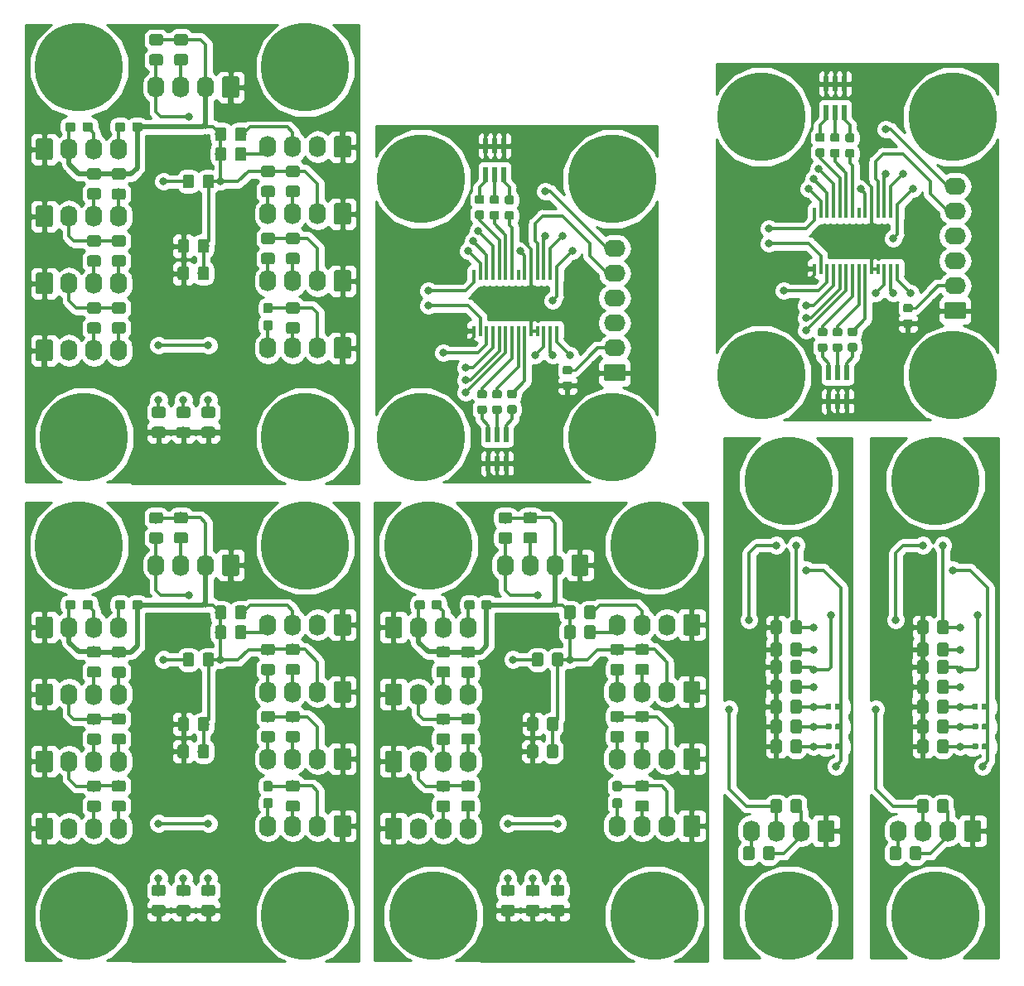
<source format=gbl>
G04 #@! TF.GenerationSoftware,KiCad,Pcbnew,5.0.2+dfsg1-1~bpo9+1*
G04 #@! TF.CreationDate,2020-01-19T21:42:18+01:00*
G04 #@! TF.ProjectId,PCB_I2C,5043425f-4932-4432-9e6b-696361645f70,V0-20*
G04 #@! TF.SameCoordinates,Original*
G04 #@! TF.FileFunction,Copper,L2,Bot*
G04 #@! TF.FilePolarity,Positive*
%FSLAX46Y46*%
G04 Gerber Fmt 4.6, Leading zero omitted, Abs format (unit mm)*
G04 Created by KiCad (PCBNEW 5.0.2+dfsg1-1~bpo9+1) date dim. 19 janv. 2020 21:42:18 CET*
%MOMM*%
%LPD*%
G01*
G04 APERTURE LIST*
G04 #@! TA.AperFunction,Conductor*
%ADD10C,0.100000*%
G04 #@! TD*
G04 #@! TA.AperFunction,SMDPad,CuDef*
%ADD11C,1.150000*%
G04 #@! TD*
G04 #@! TA.AperFunction,ComponentPad*
%ADD12C,1.740000*%
G04 #@! TD*
G04 #@! TA.AperFunction,ComponentPad*
%ADD13O,1.740000X2.200000*%
G04 #@! TD*
G04 #@! TA.AperFunction,SMDPad,CuDef*
%ADD14C,0.950000*%
G04 #@! TD*
G04 #@! TA.AperFunction,ComponentPad*
%ADD15C,9.000000*%
G04 #@! TD*
G04 #@! TA.AperFunction,SMDPad,CuDef*
%ADD16C,0.590000*%
G04 #@! TD*
G04 #@! TA.AperFunction,SMDPad,CuDef*
%ADD17C,0.875000*%
G04 #@! TD*
G04 #@! TA.AperFunction,SMDPad,CuDef*
%ADD18R,0.400000X1.100000*%
G04 #@! TD*
G04 #@! TA.AperFunction,SMDPad,CuDef*
%ADD19R,0.500000X1.600000*%
G04 #@! TD*
G04 #@! TA.AperFunction,ComponentPad*
%ADD20O,2.200000X1.740000*%
G04 #@! TD*
G04 #@! TA.AperFunction,ViaPad*
%ADD21C,0.800000*%
G04 #@! TD*
G04 #@! TA.AperFunction,Conductor*
%ADD22C,0.350000*%
G04 #@! TD*
G04 #@! TA.AperFunction,Conductor*
%ADD23C,0.500000*%
G04 #@! TD*
G04 #@! TA.AperFunction,Conductor*
%ADD24C,0.250000*%
G04 #@! TD*
G04 #@! TA.AperFunction,Conductor*
%ADD25C,0.254000*%
G04 #@! TD*
G04 APERTURE END LIST*
D10*
G04 #@! TO.N,Net-(J306-Pad4)*
G04 #@! TO.C,R313*
G36*
X125823505Y-122489204D02*
X125847773Y-122492804D01*
X125871572Y-122498765D01*
X125894671Y-122507030D01*
X125916850Y-122517520D01*
X125937893Y-122530132D01*
X125957599Y-122544747D01*
X125975777Y-122561223D01*
X125992253Y-122579401D01*
X126006868Y-122599107D01*
X126019480Y-122620150D01*
X126029970Y-122642329D01*
X126038235Y-122665428D01*
X126044196Y-122689227D01*
X126047796Y-122713495D01*
X126049000Y-122737999D01*
X126049000Y-123388001D01*
X126047796Y-123412505D01*
X126044196Y-123436773D01*
X126038235Y-123460572D01*
X126029970Y-123483671D01*
X126019480Y-123505850D01*
X126006868Y-123526893D01*
X125992253Y-123546599D01*
X125975777Y-123564777D01*
X125957599Y-123581253D01*
X125937893Y-123595868D01*
X125916850Y-123608480D01*
X125894671Y-123618970D01*
X125871572Y-123627235D01*
X125847773Y-123633196D01*
X125823505Y-123636796D01*
X125799001Y-123638000D01*
X124898999Y-123638000D01*
X124874495Y-123636796D01*
X124850227Y-123633196D01*
X124826428Y-123627235D01*
X124803329Y-123618970D01*
X124781150Y-123608480D01*
X124760107Y-123595868D01*
X124740401Y-123581253D01*
X124722223Y-123564777D01*
X124705747Y-123546599D01*
X124691132Y-123526893D01*
X124678520Y-123505850D01*
X124668030Y-123483671D01*
X124659765Y-123460572D01*
X124653804Y-123436773D01*
X124650204Y-123412505D01*
X124649000Y-123388001D01*
X124649000Y-122737999D01*
X124650204Y-122713495D01*
X124653804Y-122689227D01*
X124659765Y-122665428D01*
X124668030Y-122642329D01*
X124678520Y-122620150D01*
X124691132Y-122599107D01*
X124705747Y-122579401D01*
X124722223Y-122561223D01*
X124740401Y-122544747D01*
X124760107Y-122530132D01*
X124781150Y-122517520D01*
X124803329Y-122507030D01*
X124826428Y-122498765D01*
X124850227Y-122492804D01*
X124874495Y-122489204D01*
X124898999Y-122488000D01*
X125799001Y-122488000D01*
X125823505Y-122489204D01*
X125823505Y-122489204D01*
G37*
D11*
G04 #@! TD*
G04 #@! TO.P,R313,2*
G04 #@! TO.N,Net-(J306-Pad4)*
X125349000Y-123063000D03*
D10*
G04 #@! TO.N,Net-(C301-Pad2)*
G04 #@! TO.C,R313*
G36*
X125823505Y-120439204D02*
X125847773Y-120442804D01*
X125871572Y-120448765D01*
X125894671Y-120457030D01*
X125916850Y-120467520D01*
X125937893Y-120480132D01*
X125957599Y-120494747D01*
X125975777Y-120511223D01*
X125992253Y-120529401D01*
X126006868Y-120549107D01*
X126019480Y-120570150D01*
X126029970Y-120592329D01*
X126038235Y-120615428D01*
X126044196Y-120639227D01*
X126047796Y-120663495D01*
X126049000Y-120687999D01*
X126049000Y-121338001D01*
X126047796Y-121362505D01*
X126044196Y-121386773D01*
X126038235Y-121410572D01*
X126029970Y-121433671D01*
X126019480Y-121455850D01*
X126006868Y-121476893D01*
X125992253Y-121496599D01*
X125975777Y-121514777D01*
X125957599Y-121531253D01*
X125937893Y-121545868D01*
X125916850Y-121558480D01*
X125894671Y-121568970D01*
X125871572Y-121577235D01*
X125847773Y-121583196D01*
X125823505Y-121586796D01*
X125799001Y-121588000D01*
X124898999Y-121588000D01*
X124874495Y-121586796D01*
X124850227Y-121583196D01*
X124826428Y-121577235D01*
X124803329Y-121568970D01*
X124781150Y-121558480D01*
X124760107Y-121545868D01*
X124740401Y-121531253D01*
X124722223Y-121514777D01*
X124705747Y-121496599D01*
X124691132Y-121476893D01*
X124678520Y-121455850D01*
X124668030Y-121433671D01*
X124659765Y-121410572D01*
X124653804Y-121386773D01*
X124650204Y-121362505D01*
X124649000Y-121338001D01*
X124649000Y-120687999D01*
X124650204Y-120663495D01*
X124653804Y-120639227D01*
X124659765Y-120615428D01*
X124668030Y-120592329D01*
X124678520Y-120570150D01*
X124691132Y-120549107D01*
X124705747Y-120529401D01*
X124722223Y-120511223D01*
X124740401Y-120494747D01*
X124760107Y-120480132D01*
X124781150Y-120467520D01*
X124803329Y-120457030D01*
X124826428Y-120448765D01*
X124850227Y-120442804D01*
X124874495Y-120439204D01*
X124898999Y-120438000D01*
X125799001Y-120438000D01*
X125823505Y-120439204D01*
X125823505Y-120439204D01*
G37*
D11*
G04 #@! TD*
G04 #@! TO.P,R313,1*
G04 #@! TO.N,Net-(C301-Pad2)*
X125349000Y-121013000D03*
D10*
G04 #@! TO.N,Net-(C301-Pad1)*
G04 #@! TO.C,J309*
G36*
X148853505Y-123996204D02*
X148877773Y-123999804D01*
X148901572Y-124005765D01*
X148924671Y-124014030D01*
X148946850Y-124024520D01*
X148967893Y-124037132D01*
X148987599Y-124051747D01*
X149005777Y-124068223D01*
X149022253Y-124086401D01*
X149036868Y-124106107D01*
X149049480Y-124127150D01*
X149059970Y-124149329D01*
X149068235Y-124172428D01*
X149074196Y-124196227D01*
X149077796Y-124220495D01*
X149079000Y-124244999D01*
X149079000Y-125945001D01*
X149077796Y-125969505D01*
X149074196Y-125993773D01*
X149068235Y-126017572D01*
X149059970Y-126040671D01*
X149049480Y-126062850D01*
X149036868Y-126083893D01*
X149022253Y-126103599D01*
X149005777Y-126121777D01*
X148987599Y-126138253D01*
X148967893Y-126152868D01*
X148946850Y-126165480D01*
X148924671Y-126175970D01*
X148901572Y-126184235D01*
X148877773Y-126190196D01*
X148853505Y-126193796D01*
X148829001Y-126195000D01*
X147588999Y-126195000D01*
X147564495Y-126193796D01*
X147540227Y-126190196D01*
X147516428Y-126184235D01*
X147493329Y-126175970D01*
X147471150Y-126165480D01*
X147450107Y-126152868D01*
X147430401Y-126138253D01*
X147412223Y-126121777D01*
X147395747Y-126103599D01*
X147381132Y-126083893D01*
X147368520Y-126062850D01*
X147358030Y-126040671D01*
X147349765Y-126017572D01*
X147343804Y-125993773D01*
X147340204Y-125969505D01*
X147339000Y-125945001D01*
X147339000Y-124244999D01*
X147340204Y-124220495D01*
X147343804Y-124196227D01*
X147349765Y-124172428D01*
X147358030Y-124149329D01*
X147368520Y-124127150D01*
X147381132Y-124106107D01*
X147395747Y-124086401D01*
X147412223Y-124068223D01*
X147430401Y-124051747D01*
X147450107Y-124037132D01*
X147471150Y-124024520D01*
X147493329Y-124014030D01*
X147516428Y-124005765D01*
X147540227Y-123999804D01*
X147564495Y-123996204D01*
X147588999Y-123995000D01*
X148829001Y-123995000D01*
X148853505Y-123996204D01*
X148853505Y-123996204D01*
G37*
D12*
G04 #@! TD*
G04 #@! TO.P,J309,1*
G04 #@! TO.N,Net-(C301-Pad1)*
X148209000Y-125095000D03*
D13*
G04 #@! TO.P,J309,2*
G04 #@! TO.N,Net-(C301-Pad2)*
X145669000Y-125095000D03*
G04 #@! TO.P,J309,3*
G04 #@! TO.N,Net-(J309-Pad3)*
X143129000Y-125095000D03*
G04 #@! TO.P,J309,4*
G04 #@! TO.N,Net-(J309-Pad4)*
X140589000Y-125095000D03*
G04 #@! TD*
D10*
G04 #@! TO.N,Net-(C301-Pad2)*
G04 #@! TO.C,C301*
G36*
X134343505Y-120840204D02*
X134367773Y-120843804D01*
X134391572Y-120849765D01*
X134414671Y-120858030D01*
X134436850Y-120868520D01*
X134457893Y-120881132D01*
X134477599Y-120895747D01*
X134495777Y-120912223D01*
X134512253Y-120930401D01*
X134526868Y-120950107D01*
X134539480Y-120971150D01*
X134549970Y-120993329D01*
X134558235Y-121016428D01*
X134564196Y-121040227D01*
X134567796Y-121064495D01*
X134569000Y-121088999D01*
X134569000Y-121989001D01*
X134567796Y-122013505D01*
X134564196Y-122037773D01*
X134558235Y-122061572D01*
X134549970Y-122084671D01*
X134539480Y-122106850D01*
X134526868Y-122127893D01*
X134512253Y-122147599D01*
X134495777Y-122165777D01*
X134477599Y-122182253D01*
X134457893Y-122196868D01*
X134436850Y-122209480D01*
X134414671Y-122219970D01*
X134391572Y-122228235D01*
X134367773Y-122234196D01*
X134343505Y-122237796D01*
X134319001Y-122239000D01*
X133668999Y-122239000D01*
X133644495Y-122237796D01*
X133620227Y-122234196D01*
X133596428Y-122228235D01*
X133573329Y-122219970D01*
X133551150Y-122209480D01*
X133530107Y-122196868D01*
X133510401Y-122182253D01*
X133492223Y-122165777D01*
X133475747Y-122147599D01*
X133461132Y-122127893D01*
X133448520Y-122106850D01*
X133438030Y-122084671D01*
X133429765Y-122061572D01*
X133423804Y-122037773D01*
X133420204Y-122013505D01*
X133419000Y-121989001D01*
X133419000Y-121088999D01*
X133420204Y-121064495D01*
X133423804Y-121040227D01*
X133429765Y-121016428D01*
X133438030Y-120993329D01*
X133448520Y-120971150D01*
X133461132Y-120950107D01*
X133475747Y-120930401D01*
X133492223Y-120912223D01*
X133510401Y-120895747D01*
X133530107Y-120881132D01*
X133551150Y-120868520D01*
X133573329Y-120858030D01*
X133596428Y-120849765D01*
X133620227Y-120843804D01*
X133644495Y-120840204D01*
X133668999Y-120839000D01*
X134319001Y-120839000D01*
X134343505Y-120840204D01*
X134343505Y-120840204D01*
G37*
D11*
G04 #@! TD*
G04 #@! TO.P,C301,2*
G04 #@! TO.N,Net-(C301-Pad2)*
X133994000Y-121539000D03*
D10*
G04 #@! TO.N,Net-(C301-Pad1)*
G04 #@! TO.C,C301*
G36*
X132293505Y-120840204D02*
X132317773Y-120843804D01*
X132341572Y-120849765D01*
X132364671Y-120858030D01*
X132386850Y-120868520D01*
X132407893Y-120881132D01*
X132427599Y-120895747D01*
X132445777Y-120912223D01*
X132462253Y-120930401D01*
X132476868Y-120950107D01*
X132489480Y-120971150D01*
X132499970Y-120993329D01*
X132508235Y-121016428D01*
X132514196Y-121040227D01*
X132517796Y-121064495D01*
X132519000Y-121088999D01*
X132519000Y-121989001D01*
X132517796Y-122013505D01*
X132514196Y-122037773D01*
X132508235Y-122061572D01*
X132499970Y-122084671D01*
X132489480Y-122106850D01*
X132476868Y-122127893D01*
X132462253Y-122147599D01*
X132445777Y-122165777D01*
X132427599Y-122182253D01*
X132407893Y-122196868D01*
X132386850Y-122209480D01*
X132364671Y-122219970D01*
X132341572Y-122228235D01*
X132317773Y-122234196D01*
X132293505Y-122237796D01*
X132269001Y-122239000D01*
X131618999Y-122239000D01*
X131594495Y-122237796D01*
X131570227Y-122234196D01*
X131546428Y-122228235D01*
X131523329Y-122219970D01*
X131501150Y-122209480D01*
X131480107Y-122196868D01*
X131460401Y-122182253D01*
X131442223Y-122165777D01*
X131425747Y-122147599D01*
X131411132Y-122127893D01*
X131398520Y-122106850D01*
X131388030Y-122084671D01*
X131379765Y-122061572D01*
X131373804Y-122037773D01*
X131370204Y-122013505D01*
X131369000Y-121989001D01*
X131369000Y-121088999D01*
X131370204Y-121064495D01*
X131373804Y-121040227D01*
X131379765Y-121016428D01*
X131388030Y-120993329D01*
X131398520Y-120971150D01*
X131411132Y-120950107D01*
X131425747Y-120930401D01*
X131442223Y-120912223D01*
X131460401Y-120895747D01*
X131480107Y-120881132D01*
X131501150Y-120868520D01*
X131523329Y-120858030D01*
X131546428Y-120849765D01*
X131570227Y-120843804D01*
X131594495Y-120840204D01*
X131618999Y-120839000D01*
X132269001Y-120839000D01*
X132293505Y-120840204D01*
X132293505Y-120840204D01*
G37*
D11*
G04 #@! TD*
G04 #@! TO.P,C301,1*
G04 #@! TO.N,Net-(C301-Pad1)*
X131944000Y-121539000D03*
D13*
G04 #@! TO.P,J305,4*
G04 #@! TO.N,Net-(J305-Pad4)*
X125349000Y-118491000D03*
G04 #@! TO.P,J305,3*
G04 #@! TO.N,Net-(J305-Pad3)*
X122809000Y-118491000D03*
G04 #@! TO.P,J305,2*
G04 #@! TO.N,Net-(C301-Pad2)*
X120269000Y-118491000D03*
D10*
G04 #@! TD*
G04 #@! TO.N,Net-(C301-Pad1)*
G04 #@! TO.C,J305*
G36*
X118373505Y-117392204D02*
X118397773Y-117395804D01*
X118421572Y-117401765D01*
X118444671Y-117410030D01*
X118466850Y-117420520D01*
X118487893Y-117433132D01*
X118507599Y-117447747D01*
X118525777Y-117464223D01*
X118542253Y-117482401D01*
X118556868Y-117502107D01*
X118569480Y-117523150D01*
X118579970Y-117545329D01*
X118588235Y-117568428D01*
X118594196Y-117592227D01*
X118597796Y-117616495D01*
X118599000Y-117640999D01*
X118599000Y-119341001D01*
X118597796Y-119365505D01*
X118594196Y-119389773D01*
X118588235Y-119413572D01*
X118579970Y-119436671D01*
X118569480Y-119458850D01*
X118556868Y-119479893D01*
X118542253Y-119499599D01*
X118525777Y-119517777D01*
X118507599Y-119534253D01*
X118487893Y-119548868D01*
X118466850Y-119561480D01*
X118444671Y-119571970D01*
X118421572Y-119580235D01*
X118397773Y-119586196D01*
X118373505Y-119589796D01*
X118349001Y-119591000D01*
X117108999Y-119591000D01*
X117084495Y-119589796D01*
X117060227Y-119586196D01*
X117036428Y-119580235D01*
X117013329Y-119571970D01*
X116991150Y-119561480D01*
X116970107Y-119548868D01*
X116950401Y-119534253D01*
X116932223Y-119517777D01*
X116915747Y-119499599D01*
X116901132Y-119479893D01*
X116888520Y-119458850D01*
X116878030Y-119436671D01*
X116869765Y-119413572D01*
X116863804Y-119389773D01*
X116860204Y-119365505D01*
X116859000Y-119341001D01*
X116859000Y-117640999D01*
X116860204Y-117616495D01*
X116863804Y-117592227D01*
X116869765Y-117568428D01*
X116878030Y-117545329D01*
X116888520Y-117523150D01*
X116901132Y-117502107D01*
X116915747Y-117482401D01*
X116932223Y-117464223D01*
X116950401Y-117447747D01*
X116970107Y-117433132D01*
X116991150Y-117420520D01*
X117013329Y-117410030D01*
X117036428Y-117401765D01*
X117060227Y-117395804D01*
X117084495Y-117392204D01*
X117108999Y-117391000D01*
X118349001Y-117391000D01*
X118373505Y-117392204D01*
X118373505Y-117392204D01*
G37*
D12*
G04 #@! TO.P,J305,1*
G04 #@! TO.N,Net-(C301-Pad1)*
X117729000Y-118491000D03*
G04 #@! TD*
D10*
G04 #@! TO.N,Net-(J307-Pad3)*
G04 #@! TO.C,R314*
G36*
X123283505Y-129356204D02*
X123307773Y-129359804D01*
X123331572Y-129365765D01*
X123354671Y-129374030D01*
X123376850Y-129384520D01*
X123397893Y-129397132D01*
X123417599Y-129411747D01*
X123435777Y-129428223D01*
X123452253Y-129446401D01*
X123466868Y-129466107D01*
X123479480Y-129487150D01*
X123489970Y-129509329D01*
X123498235Y-129532428D01*
X123504196Y-129556227D01*
X123507796Y-129580495D01*
X123509000Y-129604999D01*
X123509000Y-130255001D01*
X123507796Y-130279505D01*
X123504196Y-130303773D01*
X123498235Y-130327572D01*
X123489970Y-130350671D01*
X123479480Y-130372850D01*
X123466868Y-130393893D01*
X123452253Y-130413599D01*
X123435777Y-130431777D01*
X123417599Y-130448253D01*
X123397893Y-130462868D01*
X123376850Y-130475480D01*
X123354671Y-130485970D01*
X123331572Y-130494235D01*
X123307773Y-130500196D01*
X123283505Y-130503796D01*
X123259001Y-130505000D01*
X122358999Y-130505000D01*
X122334495Y-130503796D01*
X122310227Y-130500196D01*
X122286428Y-130494235D01*
X122263329Y-130485970D01*
X122241150Y-130475480D01*
X122220107Y-130462868D01*
X122200401Y-130448253D01*
X122182223Y-130431777D01*
X122165747Y-130413599D01*
X122151132Y-130393893D01*
X122138520Y-130372850D01*
X122128030Y-130350671D01*
X122119765Y-130327572D01*
X122113804Y-130303773D01*
X122110204Y-130279505D01*
X122109000Y-130255001D01*
X122109000Y-129604999D01*
X122110204Y-129580495D01*
X122113804Y-129556227D01*
X122119765Y-129532428D01*
X122128030Y-129509329D01*
X122138520Y-129487150D01*
X122151132Y-129466107D01*
X122165747Y-129446401D01*
X122182223Y-129428223D01*
X122200401Y-129411747D01*
X122220107Y-129397132D01*
X122241150Y-129384520D01*
X122263329Y-129374030D01*
X122286428Y-129365765D01*
X122310227Y-129359804D01*
X122334495Y-129356204D01*
X122358999Y-129355000D01*
X123259001Y-129355000D01*
X123283505Y-129356204D01*
X123283505Y-129356204D01*
G37*
D11*
G04 #@! TD*
G04 #@! TO.P,R314,2*
G04 #@! TO.N,Net-(J307-Pad3)*
X122809000Y-129930000D03*
D10*
G04 #@! TO.N,Net-(C301-Pad2)*
G04 #@! TO.C,R314*
G36*
X123283505Y-127306204D02*
X123307773Y-127309804D01*
X123331572Y-127315765D01*
X123354671Y-127324030D01*
X123376850Y-127334520D01*
X123397893Y-127347132D01*
X123417599Y-127361747D01*
X123435777Y-127378223D01*
X123452253Y-127396401D01*
X123466868Y-127416107D01*
X123479480Y-127437150D01*
X123489970Y-127459329D01*
X123498235Y-127482428D01*
X123504196Y-127506227D01*
X123507796Y-127530495D01*
X123509000Y-127554999D01*
X123509000Y-128205001D01*
X123507796Y-128229505D01*
X123504196Y-128253773D01*
X123498235Y-128277572D01*
X123489970Y-128300671D01*
X123479480Y-128322850D01*
X123466868Y-128343893D01*
X123452253Y-128363599D01*
X123435777Y-128381777D01*
X123417599Y-128398253D01*
X123397893Y-128412868D01*
X123376850Y-128425480D01*
X123354671Y-128435970D01*
X123331572Y-128444235D01*
X123307773Y-128450196D01*
X123283505Y-128453796D01*
X123259001Y-128455000D01*
X122358999Y-128455000D01*
X122334495Y-128453796D01*
X122310227Y-128450196D01*
X122286428Y-128444235D01*
X122263329Y-128435970D01*
X122241150Y-128425480D01*
X122220107Y-128412868D01*
X122200401Y-128398253D01*
X122182223Y-128381777D01*
X122165747Y-128363599D01*
X122151132Y-128343893D01*
X122138520Y-128322850D01*
X122128030Y-128300671D01*
X122119765Y-128277572D01*
X122113804Y-128253773D01*
X122110204Y-128229505D01*
X122109000Y-128205001D01*
X122109000Y-127554999D01*
X122110204Y-127530495D01*
X122113804Y-127506227D01*
X122119765Y-127482428D01*
X122128030Y-127459329D01*
X122138520Y-127437150D01*
X122151132Y-127416107D01*
X122165747Y-127396401D01*
X122182223Y-127378223D01*
X122200401Y-127361747D01*
X122220107Y-127347132D01*
X122241150Y-127334520D01*
X122263329Y-127324030D01*
X122286428Y-127315765D01*
X122310227Y-127309804D01*
X122334495Y-127306204D01*
X122358999Y-127305000D01*
X123259001Y-127305000D01*
X123283505Y-127306204D01*
X123283505Y-127306204D01*
G37*
D11*
G04 #@! TD*
G04 #@! TO.P,R314,1*
G04 #@! TO.N,Net-(C301-Pad2)*
X122809000Y-127880000D03*
D13*
G04 #@! TO.P,J307,4*
G04 #@! TO.N,Net-(J307-Pad4)*
X125349000Y-132207000D03*
G04 #@! TO.P,J307,3*
G04 #@! TO.N,Net-(J307-Pad3)*
X122809000Y-132207000D03*
G04 #@! TO.P,J307,2*
G04 #@! TO.N,Net-(C301-Pad2)*
X120269000Y-132207000D03*
D10*
G04 #@! TD*
G04 #@! TO.N,Net-(C301-Pad1)*
G04 #@! TO.C,J307*
G36*
X118373505Y-131108204D02*
X118397773Y-131111804D01*
X118421572Y-131117765D01*
X118444671Y-131126030D01*
X118466850Y-131136520D01*
X118487893Y-131149132D01*
X118507599Y-131163747D01*
X118525777Y-131180223D01*
X118542253Y-131198401D01*
X118556868Y-131218107D01*
X118569480Y-131239150D01*
X118579970Y-131261329D01*
X118588235Y-131284428D01*
X118594196Y-131308227D01*
X118597796Y-131332495D01*
X118599000Y-131356999D01*
X118599000Y-133057001D01*
X118597796Y-133081505D01*
X118594196Y-133105773D01*
X118588235Y-133129572D01*
X118579970Y-133152671D01*
X118569480Y-133174850D01*
X118556868Y-133195893D01*
X118542253Y-133215599D01*
X118525777Y-133233777D01*
X118507599Y-133250253D01*
X118487893Y-133264868D01*
X118466850Y-133277480D01*
X118444671Y-133287970D01*
X118421572Y-133296235D01*
X118397773Y-133302196D01*
X118373505Y-133305796D01*
X118349001Y-133307000D01*
X117108999Y-133307000D01*
X117084495Y-133305796D01*
X117060227Y-133302196D01*
X117036428Y-133296235D01*
X117013329Y-133287970D01*
X116991150Y-133277480D01*
X116970107Y-133264868D01*
X116950401Y-133250253D01*
X116932223Y-133233777D01*
X116915747Y-133215599D01*
X116901132Y-133195893D01*
X116888520Y-133174850D01*
X116878030Y-133152671D01*
X116869765Y-133129572D01*
X116863804Y-133105773D01*
X116860204Y-133081505D01*
X116859000Y-133057001D01*
X116859000Y-131356999D01*
X116860204Y-131332495D01*
X116863804Y-131308227D01*
X116869765Y-131284428D01*
X116878030Y-131261329D01*
X116888520Y-131239150D01*
X116901132Y-131218107D01*
X116915747Y-131198401D01*
X116932223Y-131180223D01*
X116950401Y-131163747D01*
X116970107Y-131149132D01*
X116991150Y-131136520D01*
X117013329Y-131126030D01*
X117036428Y-131117765D01*
X117060227Y-131111804D01*
X117084495Y-131108204D01*
X117108999Y-131107000D01*
X118349001Y-131107000D01*
X118373505Y-131108204D01*
X118373505Y-131108204D01*
G37*
D12*
G04 #@! TO.P,J307,1*
G04 #@! TO.N,Net-(C301-Pad1)*
X117729000Y-132207000D03*
G04 #@! TD*
D10*
G04 #@! TO.N,Net-(C301-Pad2)*
G04 #@! TO.C,R316*
G36*
X143603505Y-127297204D02*
X143627773Y-127300804D01*
X143651572Y-127306765D01*
X143674671Y-127315030D01*
X143696850Y-127325520D01*
X143717893Y-127338132D01*
X143737599Y-127352747D01*
X143755777Y-127369223D01*
X143772253Y-127387401D01*
X143786868Y-127407107D01*
X143799480Y-127428150D01*
X143809970Y-127450329D01*
X143818235Y-127473428D01*
X143824196Y-127497227D01*
X143827796Y-127521495D01*
X143829000Y-127545999D01*
X143829000Y-128196001D01*
X143827796Y-128220505D01*
X143824196Y-128244773D01*
X143818235Y-128268572D01*
X143809970Y-128291671D01*
X143799480Y-128313850D01*
X143786868Y-128334893D01*
X143772253Y-128354599D01*
X143755777Y-128372777D01*
X143737599Y-128389253D01*
X143717893Y-128403868D01*
X143696850Y-128416480D01*
X143674671Y-128426970D01*
X143651572Y-128435235D01*
X143627773Y-128441196D01*
X143603505Y-128444796D01*
X143579001Y-128446000D01*
X142678999Y-128446000D01*
X142654495Y-128444796D01*
X142630227Y-128441196D01*
X142606428Y-128435235D01*
X142583329Y-128426970D01*
X142561150Y-128416480D01*
X142540107Y-128403868D01*
X142520401Y-128389253D01*
X142502223Y-128372777D01*
X142485747Y-128354599D01*
X142471132Y-128334893D01*
X142458520Y-128313850D01*
X142448030Y-128291671D01*
X142439765Y-128268572D01*
X142433804Y-128244773D01*
X142430204Y-128220505D01*
X142429000Y-128196001D01*
X142429000Y-127545999D01*
X142430204Y-127521495D01*
X142433804Y-127497227D01*
X142439765Y-127473428D01*
X142448030Y-127450329D01*
X142458520Y-127428150D01*
X142471132Y-127407107D01*
X142485747Y-127387401D01*
X142502223Y-127369223D01*
X142520401Y-127352747D01*
X142540107Y-127338132D01*
X142561150Y-127325520D01*
X142583329Y-127315030D01*
X142606428Y-127306765D01*
X142630227Y-127300804D01*
X142654495Y-127297204D01*
X142678999Y-127296000D01*
X143579001Y-127296000D01*
X143603505Y-127297204D01*
X143603505Y-127297204D01*
G37*
D11*
G04 #@! TD*
G04 #@! TO.P,R316,1*
G04 #@! TO.N,Net-(C301-Pad2)*
X143129000Y-127871000D03*
D10*
G04 #@! TO.N,Net-(J308-Pad3)*
G04 #@! TO.C,R316*
G36*
X143603505Y-129347204D02*
X143627773Y-129350804D01*
X143651572Y-129356765D01*
X143674671Y-129365030D01*
X143696850Y-129375520D01*
X143717893Y-129388132D01*
X143737599Y-129402747D01*
X143755777Y-129419223D01*
X143772253Y-129437401D01*
X143786868Y-129457107D01*
X143799480Y-129478150D01*
X143809970Y-129500329D01*
X143818235Y-129523428D01*
X143824196Y-129547227D01*
X143827796Y-129571495D01*
X143829000Y-129595999D01*
X143829000Y-130246001D01*
X143827796Y-130270505D01*
X143824196Y-130294773D01*
X143818235Y-130318572D01*
X143809970Y-130341671D01*
X143799480Y-130363850D01*
X143786868Y-130384893D01*
X143772253Y-130404599D01*
X143755777Y-130422777D01*
X143737599Y-130439253D01*
X143717893Y-130453868D01*
X143696850Y-130466480D01*
X143674671Y-130476970D01*
X143651572Y-130485235D01*
X143627773Y-130491196D01*
X143603505Y-130494796D01*
X143579001Y-130496000D01*
X142678999Y-130496000D01*
X142654495Y-130494796D01*
X142630227Y-130491196D01*
X142606428Y-130485235D01*
X142583329Y-130476970D01*
X142561150Y-130466480D01*
X142540107Y-130453868D01*
X142520401Y-130439253D01*
X142502223Y-130422777D01*
X142485747Y-130404599D01*
X142471132Y-130384893D01*
X142458520Y-130363850D01*
X142448030Y-130341671D01*
X142439765Y-130318572D01*
X142433804Y-130294773D01*
X142430204Y-130270505D01*
X142429000Y-130246001D01*
X142429000Y-129595999D01*
X142430204Y-129571495D01*
X142433804Y-129547227D01*
X142439765Y-129523428D01*
X142448030Y-129500329D01*
X142458520Y-129478150D01*
X142471132Y-129457107D01*
X142485747Y-129437401D01*
X142502223Y-129419223D01*
X142520401Y-129402747D01*
X142540107Y-129388132D01*
X142561150Y-129375520D01*
X142583329Y-129365030D01*
X142606428Y-129356765D01*
X142630227Y-129350804D01*
X142654495Y-129347204D01*
X142678999Y-129346000D01*
X143579001Y-129346000D01*
X143603505Y-129347204D01*
X143603505Y-129347204D01*
G37*
D11*
G04 #@! TD*
G04 #@! TO.P,R316,2*
G04 #@! TO.N,Net-(J308-Pad3)*
X143129000Y-129921000D03*
D10*
G04 #@! TO.N,Net-(C301-Pad2)*
G04 #@! TO.C,R315*
G36*
X125823505Y-127297204D02*
X125847773Y-127300804D01*
X125871572Y-127306765D01*
X125894671Y-127315030D01*
X125916850Y-127325520D01*
X125937893Y-127338132D01*
X125957599Y-127352747D01*
X125975777Y-127369223D01*
X125992253Y-127387401D01*
X126006868Y-127407107D01*
X126019480Y-127428150D01*
X126029970Y-127450329D01*
X126038235Y-127473428D01*
X126044196Y-127497227D01*
X126047796Y-127521495D01*
X126049000Y-127545999D01*
X126049000Y-128196001D01*
X126047796Y-128220505D01*
X126044196Y-128244773D01*
X126038235Y-128268572D01*
X126029970Y-128291671D01*
X126019480Y-128313850D01*
X126006868Y-128334893D01*
X125992253Y-128354599D01*
X125975777Y-128372777D01*
X125957599Y-128389253D01*
X125937893Y-128403868D01*
X125916850Y-128416480D01*
X125894671Y-128426970D01*
X125871572Y-128435235D01*
X125847773Y-128441196D01*
X125823505Y-128444796D01*
X125799001Y-128446000D01*
X124898999Y-128446000D01*
X124874495Y-128444796D01*
X124850227Y-128441196D01*
X124826428Y-128435235D01*
X124803329Y-128426970D01*
X124781150Y-128416480D01*
X124760107Y-128403868D01*
X124740401Y-128389253D01*
X124722223Y-128372777D01*
X124705747Y-128354599D01*
X124691132Y-128334893D01*
X124678520Y-128313850D01*
X124668030Y-128291671D01*
X124659765Y-128268572D01*
X124653804Y-128244773D01*
X124650204Y-128220505D01*
X124649000Y-128196001D01*
X124649000Y-127545999D01*
X124650204Y-127521495D01*
X124653804Y-127497227D01*
X124659765Y-127473428D01*
X124668030Y-127450329D01*
X124678520Y-127428150D01*
X124691132Y-127407107D01*
X124705747Y-127387401D01*
X124722223Y-127369223D01*
X124740401Y-127352747D01*
X124760107Y-127338132D01*
X124781150Y-127325520D01*
X124803329Y-127315030D01*
X124826428Y-127306765D01*
X124850227Y-127300804D01*
X124874495Y-127297204D01*
X124898999Y-127296000D01*
X125799001Y-127296000D01*
X125823505Y-127297204D01*
X125823505Y-127297204D01*
G37*
D11*
G04 #@! TD*
G04 #@! TO.P,R315,1*
G04 #@! TO.N,Net-(C301-Pad2)*
X125349000Y-127871000D03*
D10*
G04 #@! TO.N,Net-(J307-Pad4)*
G04 #@! TO.C,R315*
G36*
X125823505Y-129347204D02*
X125847773Y-129350804D01*
X125871572Y-129356765D01*
X125894671Y-129365030D01*
X125916850Y-129375520D01*
X125937893Y-129388132D01*
X125957599Y-129402747D01*
X125975777Y-129419223D01*
X125992253Y-129437401D01*
X126006868Y-129457107D01*
X126019480Y-129478150D01*
X126029970Y-129500329D01*
X126038235Y-129523428D01*
X126044196Y-129547227D01*
X126047796Y-129571495D01*
X126049000Y-129595999D01*
X126049000Y-130246001D01*
X126047796Y-130270505D01*
X126044196Y-130294773D01*
X126038235Y-130318572D01*
X126029970Y-130341671D01*
X126019480Y-130363850D01*
X126006868Y-130384893D01*
X125992253Y-130404599D01*
X125975777Y-130422777D01*
X125957599Y-130439253D01*
X125937893Y-130453868D01*
X125916850Y-130466480D01*
X125894671Y-130476970D01*
X125871572Y-130485235D01*
X125847773Y-130491196D01*
X125823505Y-130494796D01*
X125799001Y-130496000D01*
X124898999Y-130496000D01*
X124874495Y-130494796D01*
X124850227Y-130491196D01*
X124826428Y-130485235D01*
X124803329Y-130476970D01*
X124781150Y-130466480D01*
X124760107Y-130453868D01*
X124740401Y-130439253D01*
X124722223Y-130422777D01*
X124705747Y-130404599D01*
X124691132Y-130384893D01*
X124678520Y-130363850D01*
X124668030Y-130341671D01*
X124659765Y-130318572D01*
X124653804Y-130294773D01*
X124650204Y-130270505D01*
X124649000Y-130246001D01*
X124649000Y-129595999D01*
X124650204Y-129571495D01*
X124653804Y-129547227D01*
X124659765Y-129523428D01*
X124668030Y-129500329D01*
X124678520Y-129478150D01*
X124691132Y-129457107D01*
X124705747Y-129437401D01*
X124722223Y-129419223D01*
X124740401Y-129402747D01*
X124760107Y-129388132D01*
X124781150Y-129375520D01*
X124803329Y-129365030D01*
X124826428Y-129356765D01*
X124850227Y-129350804D01*
X124874495Y-129347204D01*
X124898999Y-129346000D01*
X125799001Y-129346000D01*
X125823505Y-129347204D01*
X125823505Y-129347204D01*
G37*
D11*
G04 #@! TD*
G04 #@! TO.P,R315,2*
G04 #@! TO.N,Net-(J307-Pad4)*
X125349000Y-129921000D03*
D10*
G04 #@! TO.N,Net-(C301-Pad2)*
G04 #@! TO.C,R320*
G36*
X143603505Y-113327204D02*
X143627773Y-113330804D01*
X143651572Y-113336765D01*
X143674671Y-113345030D01*
X143696850Y-113355520D01*
X143717893Y-113368132D01*
X143737599Y-113382747D01*
X143755777Y-113399223D01*
X143772253Y-113417401D01*
X143786868Y-113437107D01*
X143799480Y-113458150D01*
X143809970Y-113480329D01*
X143818235Y-113503428D01*
X143824196Y-113527227D01*
X143827796Y-113551495D01*
X143829000Y-113575999D01*
X143829000Y-114226001D01*
X143827796Y-114250505D01*
X143824196Y-114274773D01*
X143818235Y-114298572D01*
X143809970Y-114321671D01*
X143799480Y-114343850D01*
X143786868Y-114364893D01*
X143772253Y-114384599D01*
X143755777Y-114402777D01*
X143737599Y-114419253D01*
X143717893Y-114433868D01*
X143696850Y-114446480D01*
X143674671Y-114456970D01*
X143651572Y-114465235D01*
X143627773Y-114471196D01*
X143603505Y-114474796D01*
X143579001Y-114476000D01*
X142678999Y-114476000D01*
X142654495Y-114474796D01*
X142630227Y-114471196D01*
X142606428Y-114465235D01*
X142583329Y-114456970D01*
X142561150Y-114446480D01*
X142540107Y-114433868D01*
X142520401Y-114419253D01*
X142502223Y-114402777D01*
X142485747Y-114384599D01*
X142471132Y-114364893D01*
X142458520Y-114343850D01*
X142448030Y-114321671D01*
X142439765Y-114298572D01*
X142433804Y-114274773D01*
X142430204Y-114250505D01*
X142429000Y-114226001D01*
X142429000Y-113575999D01*
X142430204Y-113551495D01*
X142433804Y-113527227D01*
X142439765Y-113503428D01*
X142448030Y-113480329D01*
X142458520Y-113458150D01*
X142471132Y-113437107D01*
X142485747Y-113417401D01*
X142502223Y-113399223D01*
X142520401Y-113382747D01*
X142540107Y-113368132D01*
X142561150Y-113355520D01*
X142583329Y-113345030D01*
X142606428Y-113336765D01*
X142630227Y-113330804D01*
X142654495Y-113327204D01*
X142678999Y-113326000D01*
X143579001Y-113326000D01*
X143603505Y-113327204D01*
X143603505Y-113327204D01*
G37*
D11*
G04 #@! TD*
G04 #@! TO.P,R320,1*
G04 #@! TO.N,Net-(C301-Pad2)*
X143129000Y-113901000D03*
D10*
G04 #@! TO.N,Net-(J310-Pad3)*
G04 #@! TO.C,R320*
G36*
X143603505Y-115377204D02*
X143627773Y-115380804D01*
X143651572Y-115386765D01*
X143674671Y-115395030D01*
X143696850Y-115405520D01*
X143717893Y-115418132D01*
X143737599Y-115432747D01*
X143755777Y-115449223D01*
X143772253Y-115467401D01*
X143786868Y-115487107D01*
X143799480Y-115508150D01*
X143809970Y-115530329D01*
X143818235Y-115553428D01*
X143824196Y-115577227D01*
X143827796Y-115601495D01*
X143829000Y-115625999D01*
X143829000Y-116276001D01*
X143827796Y-116300505D01*
X143824196Y-116324773D01*
X143818235Y-116348572D01*
X143809970Y-116371671D01*
X143799480Y-116393850D01*
X143786868Y-116414893D01*
X143772253Y-116434599D01*
X143755777Y-116452777D01*
X143737599Y-116469253D01*
X143717893Y-116483868D01*
X143696850Y-116496480D01*
X143674671Y-116506970D01*
X143651572Y-116515235D01*
X143627773Y-116521196D01*
X143603505Y-116524796D01*
X143579001Y-116526000D01*
X142678999Y-116526000D01*
X142654495Y-116524796D01*
X142630227Y-116521196D01*
X142606428Y-116515235D01*
X142583329Y-116506970D01*
X142561150Y-116496480D01*
X142540107Y-116483868D01*
X142520401Y-116469253D01*
X142502223Y-116452777D01*
X142485747Y-116434599D01*
X142471132Y-116414893D01*
X142458520Y-116393850D01*
X142448030Y-116371671D01*
X142439765Y-116348572D01*
X142433804Y-116324773D01*
X142430204Y-116300505D01*
X142429000Y-116276001D01*
X142429000Y-115625999D01*
X142430204Y-115601495D01*
X142433804Y-115577227D01*
X142439765Y-115553428D01*
X142448030Y-115530329D01*
X142458520Y-115508150D01*
X142471132Y-115487107D01*
X142485747Y-115467401D01*
X142502223Y-115449223D01*
X142520401Y-115432747D01*
X142540107Y-115418132D01*
X142561150Y-115405520D01*
X142583329Y-115395030D01*
X142606428Y-115386765D01*
X142630227Y-115380804D01*
X142654495Y-115377204D01*
X142678999Y-115376000D01*
X143579001Y-115376000D01*
X143603505Y-115377204D01*
X143603505Y-115377204D01*
G37*
D11*
G04 #@! TD*
G04 #@! TO.P,R320,2*
G04 #@! TO.N,Net-(J310-Pad3)*
X143129000Y-115951000D03*
D10*
G04 #@! TO.N,Net-(J309-Pad3)*
G04 #@! TO.C,R318*
G36*
X143603505Y-122244204D02*
X143627773Y-122247804D01*
X143651572Y-122253765D01*
X143674671Y-122262030D01*
X143696850Y-122272520D01*
X143717893Y-122285132D01*
X143737599Y-122299747D01*
X143755777Y-122316223D01*
X143772253Y-122334401D01*
X143786868Y-122354107D01*
X143799480Y-122375150D01*
X143809970Y-122397329D01*
X143818235Y-122420428D01*
X143824196Y-122444227D01*
X143827796Y-122468495D01*
X143829000Y-122492999D01*
X143829000Y-123143001D01*
X143827796Y-123167505D01*
X143824196Y-123191773D01*
X143818235Y-123215572D01*
X143809970Y-123238671D01*
X143799480Y-123260850D01*
X143786868Y-123281893D01*
X143772253Y-123301599D01*
X143755777Y-123319777D01*
X143737599Y-123336253D01*
X143717893Y-123350868D01*
X143696850Y-123363480D01*
X143674671Y-123373970D01*
X143651572Y-123382235D01*
X143627773Y-123388196D01*
X143603505Y-123391796D01*
X143579001Y-123393000D01*
X142678999Y-123393000D01*
X142654495Y-123391796D01*
X142630227Y-123388196D01*
X142606428Y-123382235D01*
X142583329Y-123373970D01*
X142561150Y-123363480D01*
X142540107Y-123350868D01*
X142520401Y-123336253D01*
X142502223Y-123319777D01*
X142485747Y-123301599D01*
X142471132Y-123281893D01*
X142458520Y-123260850D01*
X142448030Y-123238671D01*
X142439765Y-123215572D01*
X142433804Y-123191773D01*
X142430204Y-123167505D01*
X142429000Y-123143001D01*
X142429000Y-122492999D01*
X142430204Y-122468495D01*
X142433804Y-122444227D01*
X142439765Y-122420428D01*
X142448030Y-122397329D01*
X142458520Y-122375150D01*
X142471132Y-122354107D01*
X142485747Y-122334401D01*
X142502223Y-122316223D01*
X142520401Y-122299747D01*
X142540107Y-122285132D01*
X142561150Y-122272520D01*
X142583329Y-122262030D01*
X142606428Y-122253765D01*
X142630227Y-122247804D01*
X142654495Y-122244204D01*
X142678999Y-122243000D01*
X143579001Y-122243000D01*
X143603505Y-122244204D01*
X143603505Y-122244204D01*
G37*
D11*
G04 #@! TD*
G04 #@! TO.P,R318,2*
G04 #@! TO.N,Net-(J309-Pad3)*
X143129000Y-122818000D03*
D10*
G04 #@! TO.N,Net-(C301-Pad2)*
G04 #@! TO.C,R318*
G36*
X143603505Y-120194204D02*
X143627773Y-120197804D01*
X143651572Y-120203765D01*
X143674671Y-120212030D01*
X143696850Y-120222520D01*
X143717893Y-120235132D01*
X143737599Y-120249747D01*
X143755777Y-120266223D01*
X143772253Y-120284401D01*
X143786868Y-120304107D01*
X143799480Y-120325150D01*
X143809970Y-120347329D01*
X143818235Y-120370428D01*
X143824196Y-120394227D01*
X143827796Y-120418495D01*
X143829000Y-120442999D01*
X143829000Y-121093001D01*
X143827796Y-121117505D01*
X143824196Y-121141773D01*
X143818235Y-121165572D01*
X143809970Y-121188671D01*
X143799480Y-121210850D01*
X143786868Y-121231893D01*
X143772253Y-121251599D01*
X143755777Y-121269777D01*
X143737599Y-121286253D01*
X143717893Y-121300868D01*
X143696850Y-121313480D01*
X143674671Y-121323970D01*
X143651572Y-121332235D01*
X143627773Y-121338196D01*
X143603505Y-121341796D01*
X143579001Y-121343000D01*
X142678999Y-121343000D01*
X142654495Y-121341796D01*
X142630227Y-121338196D01*
X142606428Y-121332235D01*
X142583329Y-121323970D01*
X142561150Y-121313480D01*
X142540107Y-121300868D01*
X142520401Y-121286253D01*
X142502223Y-121269777D01*
X142485747Y-121251599D01*
X142471132Y-121231893D01*
X142458520Y-121210850D01*
X142448030Y-121188671D01*
X142439765Y-121165572D01*
X142433804Y-121141773D01*
X142430204Y-121117505D01*
X142429000Y-121093001D01*
X142429000Y-120442999D01*
X142430204Y-120418495D01*
X142433804Y-120394227D01*
X142439765Y-120370428D01*
X142448030Y-120347329D01*
X142458520Y-120325150D01*
X142471132Y-120304107D01*
X142485747Y-120284401D01*
X142502223Y-120266223D01*
X142520401Y-120249747D01*
X142540107Y-120235132D01*
X142561150Y-120222520D01*
X142583329Y-120212030D01*
X142606428Y-120203765D01*
X142630227Y-120197804D01*
X142654495Y-120194204D01*
X142678999Y-120193000D01*
X143579001Y-120193000D01*
X143603505Y-120194204D01*
X143603505Y-120194204D01*
G37*
D11*
G04 #@! TD*
G04 #@! TO.P,R318,1*
G04 #@! TO.N,Net-(C301-Pad2)*
X143129000Y-120768000D03*
D10*
G04 #@! TO.N,Net-(C301-Pad2)*
G04 #@! TO.C,R303*
G36*
X134851505Y-114236204D02*
X134875773Y-114239804D01*
X134899572Y-114245765D01*
X134922671Y-114254030D01*
X134944850Y-114264520D01*
X134965893Y-114277132D01*
X134985599Y-114291747D01*
X135003777Y-114308223D01*
X135020253Y-114326401D01*
X135034868Y-114346107D01*
X135047480Y-114367150D01*
X135057970Y-114389329D01*
X135066235Y-114412428D01*
X135072196Y-114436227D01*
X135075796Y-114460495D01*
X135077000Y-114484999D01*
X135077000Y-115385001D01*
X135075796Y-115409505D01*
X135072196Y-115433773D01*
X135066235Y-115457572D01*
X135057970Y-115480671D01*
X135047480Y-115502850D01*
X135034868Y-115523893D01*
X135020253Y-115543599D01*
X135003777Y-115561777D01*
X134985599Y-115578253D01*
X134965893Y-115592868D01*
X134944850Y-115605480D01*
X134922671Y-115615970D01*
X134899572Y-115624235D01*
X134875773Y-115630196D01*
X134851505Y-115633796D01*
X134827001Y-115635000D01*
X134176999Y-115635000D01*
X134152495Y-115633796D01*
X134128227Y-115630196D01*
X134104428Y-115624235D01*
X134081329Y-115615970D01*
X134059150Y-115605480D01*
X134038107Y-115592868D01*
X134018401Y-115578253D01*
X134000223Y-115561777D01*
X133983747Y-115543599D01*
X133969132Y-115523893D01*
X133956520Y-115502850D01*
X133946030Y-115480671D01*
X133937765Y-115457572D01*
X133931804Y-115433773D01*
X133928204Y-115409505D01*
X133927000Y-115385001D01*
X133927000Y-114484999D01*
X133928204Y-114460495D01*
X133931804Y-114436227D01*
X133937765Y-114412428D01*
X133946030Y-114389329D01*
X133956520Y-114367150D01*
X133969132Y-114346107D01*
X133983747Y-114326401D01*
X134000223Y-114308223D01*
X134018401Y-114291747D01*
X134038107Y-114277132D01*
X134059150Y-114264520D01*
X134081329Y-114254030D01*
X134104428Y-114245765D01*
X134128227Y-114239804D01*
X134152495Y-114236204D01*
X134176999Y-114235000D01*
X134827001Y-114235000D01*
X134851505Y-114236204D01*
X134851505Y-114236204D01*
G37*
D11*
G04 #@! TD*
G04 #@! TO.P,R303,2*
G04 #@! TO.N,Net-(C301-Pad2)*
X134502000Y-114935000D03*
D10*
G04 #@! TO.N,Net-(R303-Pad1)*
G04 #@! TO.C,R303*
G36*
X132801505Y-114236204D02*
X132825773Y-114239804D01*
X132849572Y-114245765D01*
X132872671Y-114254030D01*
X132894850Y-114264520D01*
X132915893Y-114277132D01*
X132935599Y-114291747D01*
X132953777Y-114308223D01*
X132970253Y-114326401D01*
X132984868Y-114346107D01*
X132997480Y-114367150D01*
X133007970Y-114389329D01*
X133016235Y-114412428D01*
X133022196Y-114436227D01*
X133025796Y-114460495D01*
X133027000Y-114484999D01*
X133027000Y-115385001D01*
X133025796Y-115409505D01*
X133022196Y-115433773D01*
X133016235Y-115457572D01*
X133007970Y-115480671D01*
X132997480Y-115502850D01*
X132984868Y-115523893D01*
X132970253Y-115543599D01*
X132953777Y-115561777D01*
X132935599Y-115578253D01*
X132915893Y-115592868D01*
X132894850Y-115605480D01*
X132872671Y-115615970D01*
X132849572Y-115624235D01*
X132825773Y-115630196D01*
X132801505Y-115633796D01*
X132777001Y-115635000D01*
X132126999Y-115635000D01*
X132102495Y-115633796D01*
X132078227Y-115630196D01*
X132054428Y-115624235D01*
X132031329Y-115615970D01*
X132009150Y-115605480D01*
X131988107Y-115592868D01*
X131968401Y-115578253D01*
X131950223Y-115561777D01*
X131933747Y-115543599D01*
X131919132Y-115523893D01*
X131906520Y-115502850D01*
X131896030Y-115480671D01*
X131887765Y-115457572D01*
X131881804Y-115433773D01*
X131878204Y-115409505D01*
X131877000Y-115385001D01*
X131877000Y-114484999D01*
X131878204Y-114460495D01*
X131881804Y-114436227D01*
X131887765Y-114412428D01*
X131896030Y-114389329D01*
X131906520Y-114367150D01*
X131919132Y-114346107D01*
X131933747Y-114326401D01*
X131950223Y-114308223D01*
X131968401Y-114291747D01*
X131988107Y-114277132D01*
X132009150Y-114264520D01*
X132031329Y-114254030D01*
X132054428Y-114245765D01*
X132078227Y-114239804D01*
X132102495Y-114236204D01*
X132126999Y-114235000D01*
X132777001Y-114235000D01*
X132801505Y-114236204D01*
X132801505Y-114236204D01*
G37*
D11*
G04 #@! TD*
G04 #@! TO.P,R303,1*
G04 #@! TO.N,Net-(R303-Pad1)*
X132452000Y-114935000D03*
D10*
G04 #@! TO.N,Net-(C301-Pad2)*
G04 #@! TO.C,R312*
G36*
X123283505Y-120448204D02*
X123307773Y-120451804D01*
X123331572Y-120457765D01*
X123354671Y-120466030D01*
X123376850Y-120476520D01*
X123397893Y-120489132D01*
X123417599Y-120503747D01*
X123435777Y-120520223D01*
X123452253Y-120538401D01*
X123466868Y-120558107D01*
X123479480Y-120579150D01*
X123489970Y-120601329D01*
X123498235Y-120624428D01*
X123504196Y-120648227D01*
X123507796Y-120672495D01*
X123509000Y-120696999D01*
X123509000Y-121347001D01*
X123507796Y-121371505D01*
X123504196Y-121395773D01*
X123498235Y-121419572D01*
X123489970Y-121442671D01*
X123479480Y-121464850D01*
X123466868Y-121485893D01*
X123452253Y-121505599D01*
X123435777Y-121523777D01*
X123417599Y-121540253D01*
X123397893Y-121554868D01*
X123376850Y-121567480D01*
X123354671Y-121577970D01*
X123331572Y-121586235D01*
X123307773Y-121592196D01*
X123283505Y-121595796D01*
X123259001Y-121597000D01*
X122358999Y-121597000D01*
X122334495Y-121595796D01*
X122310227Y-121592196D01*
X122286428Y-121586235D01*
X122263329Y-121577970D01*
X122241150Y-121567480D01*
X122220107Y-121554868D01*
X122200401Y-121540253D01*
X122182223Y-121523777D01*
X122165747Y-121505599D01*
X122151132Y-121485893D01*
X122138520Y-121464850D01*
X122128030Y-121442671D01*
X122119765Y-121419572D01*
X122113804Y-121395773D01*
X122110204Y-121371505D01*
X122109000Y-121347001D01*
X122109000Y-120696999D01*
X122110204Y-120672495D01*
X122113804Y-120648227D01*
X122119765Y-120624428D01*
X122128030Y-120601329D01*
X122138520Y-120579150D01*
X122151132Y-120558107D01*
X122165747Y-120538401D01*
X122182223Y-120520223D01*
X122200401Y-120503747D01*
X122220107Y-120489132D01*
X122241150Y-120476520D01*
X122263329Y-120466030D01*
X122286428Y-120457765D01*
X122310227Y-120451804D01*
X122334495Y-120448204D01*
X122358999Y-120447000D01*
X123259001Y-120447000D01*
X123283505Y-120448204D01*
X123283505Y-120448204D01*
G37*
D11*
G04 #@! TD*
G04 #@! TO.P,R312,1*
G04 #@! TO.N,Net-(C301-Pad2)*
X122809000Y-121022000D03*
D10*
G04 #@! TO.N,Net-(J306-Pad3)*
G04 #@! TO.C,R312*
G36*
X123283505Y-122498204D02*
X123307773Y-122501804D01*
X123331572Y-122507765D01*
X123354671Y-122516030D01*
X123376850Y-122526520D01*
X123397893Y-122539132D01*
X123417599Y-122553747D01*
X123435777Y-122570223D01*
X123452253Y-122588401D01*
X123466868Y-122608107D01*
X123479480Y-122629150D01*
X123489970Y-122651329D01*
X123498235Y-122674428D01*
X123504196Y-122698227D01*
X123507796Y-122722495D01*
X123509000Y-122746999D01*
X123509000Y-123397001D01*
X123507796Y-123421505D01*
X123504196Y-123445773D01*
X123498235Y-123469572D01*
X123489970Y-123492671D01*
X123479480Y-123514850D01*
X123466868Y-123535893D01*
X123452253Y-123555599D01*
X123435777Y-123573777D01*
X123417599Y-123590253D01*
X123397893Y-123604868D01*
X123376850Y-123617480D01*
X123354671Y-123627970D01*
X123331572Y-123636235D01*
X123307773Y-123642196D01*
X123283505Y-123645796D01*
X123259001Y-123647000D01*
X122358999Y-123647000D01*
X122334495Y-123645796D01*
X122310227Y-123642196D01*
X122286428Y-123636235D01*
X122263329Y-123627970D01*
X122241150Y-123617480D01*
X122220107Y-123604868D01*
X122200401Y-123590253D01*
X122182223Y-123573777D01*
X122165747Y-123555599D01*
X122151132Y-123535893D01*
X122138520Y-123514850D01*
X122128030Y-123492671D01*
X122119765Y-123469572D01*
X122113804Y-123445773D01*
X122110204Y-123421505D01*
X122109000Y-123397001D01*
X122109000Y-122746999D01*
X122110204Y-122722495D01*
X122113804Y-122698227D01*
X122119765Y-122674428D01*
X122128030Y-122651329D01*
X122138520Y-122629150D01*
X122151132Y-122608107D01*
X122165747Y-122588401D01*
X122182223Y-122570223D01*
X122200401Y-122553747D01*
X122220107Y-122539132D01*
X122241150Y-122526520D01*
X122263329Y-122516030D01*
X122286428Y-122507765D01*
X122310227Y-122501804D01*
X122334495Y-122498204D01*
X122358999Y-122497000D01*
X123259001Y-122497000D01*
X123283505Y-122498204D01*
X123283505Y-122498204D01*
G37*
D11*
G04 #@! TD*
G04 #@! TO.P,R312,2*
G04 #@! TO.N,Net-(J306-Pad3)*
X122809000Y-123072000D03*
D10*
G04 #@! TO.N,Net-(J302-Pad4)*
G04 #@! TO.C,R309*
G36*
X125800779Y-108873144D02*
X125823834Y-108876563D01*
X125846443Y-108882227D01*
X125868387Y-108890079D01*
X125889457Y-108900044D01*
X125909448Y-108912026D01*
X125928168Y-108925910D01*
X125945438Y-108941562D01*
X125961090Y-108958832D01*
X125974974Y-108977552D01*
X125986956Y-108997543D01*
X125996921Y-109018613D01*
X126004773Y-109040557D01*
X126010437Y-109063166D01*
X126013856Y-109086221D01*
X126015000Y-109109500D01*
X126015000Y-109584500D01*
X126013856Y-109607779D01*
X126010437Y-109630834D01*
X126004773Y-109653443D01*
X125996921Y-109675387D01*
X125986956Y-109696457D01*
X125974974Y-109716448D01*
X125961090Y-109735168D01*
X125945438Y-109752438D01*
X125928168Y-109768090D01*
X125909448Y-109781974D01*
X125889457Y-109793956D01*
X125868387Y-109803921D01*
X125846443Y-109811773D01*
X125823834Y-109817437D01*
X125800779Y-109820856D01*
X125777500Y-109822000D01*
X125202500Y-109822000D01*
X125179221Y-109820856D01*
X125156166Y-109817437D01*
X125133557Y-109811773D01*
X125111613Y-109803921D01*
X125090543Y-109793956D01*
X125070552Y-109781974D01*
X125051832Y-109768090D01*
X125034562Y-109752438D01*
X125018910Y-109735168D01*
X125005026Y-109716448D01*
X124993044Y-109696457D01*
X124983079Y-109675387D01*
X124975227Y-109653443D01*
X124969563Y-109630834D01*
X124966144Y-109607779D01*
X124965000Y-109584500D01*
X124965000Y-109109500D01*
X124966144Y-109086221D01*
X124969563Y-109063166D01*
X124975227Y-109040557D01*
X124983079Y-109018613D01*
X124993044Y-108997543D01*
X125005026Y-108977552D01*
X125018910Y-108958832D01*
X125034562Y-108941562D01*
X125051832Y-108925910D01*
X125070552Y-108912026D01*
X125090543Y-108900044D01*
X125111613Y-108890079D01*
X125133557Y-108882227D01*
X125156166Y-108876563D01*
X125179221Y-108873144D01*
X125202500Y-108872000D01*
X125777500Y-108872000D01*
X125800779Y-108873144D01*
X125800779Y-108873144D01*
G37*
D14*
G04 #@! TD*
G04 #@! TO.P,R309,2*
G04 #@! TO.N,Net-(J302-Pad4)*
X125490000Y-109347000D03*
D10*
G04 #@! TO.N,Net-(C301-Pad2)*
G04 #@! TO.C,R309*
G36*
X127550779Y-108873144D02*
X127573834Y-108876563D01*
X127596443Y-108882227D01*
X127618387Y-108890079D01*
X127639457Y-108900044D01*
X127659448Y-108912026D01*
X127678168Y-108925910D01*
X127695438Y-108941562D01*
X127711090Y-108958832D01*
X127724974Y-108977552D01*
X127736956Y-108997543D01*
X127746921Y-109018613D01*
X127754773Y-109040557D01*
X127760437Y-109063166D01*
X127763856Y-109086221D01*
X127765000Y-109109500D01*
X127765000Y-109584500D01*
X127763856Y-109607779D01*
X127760437Y-109630834D01*
X127754773Y-109653443D01*
X127746921Y-109675387D01*
X127736956Y-109696457D01*
X127724974Y-109716448D01*
X127711090Y-109735168D01*
X127695438Y-109752438D01*
X127678168Y-109768090D01*
X127659448Y-109781974D01*
X127639457Y-109793956D01*
X127618387Y-109803921D01*
X127596443Y-109811773D01*
X127573834Y-109817437D01*
X127550779Y-109820856D01*
X127527500Y-109822000D01*
X126952500Y-109822000D01*
X126929221Y-109820856D01*
X126906166Y-109817437D01*
X126883557Y-109811773D01*
X126861613Y-109803921D01*
X126840543Y-109793956D01*
X126820552Y-109781974D01*
X126801832Y-109768090D01*
X126784562Y-109752438D01*
X126768910Y-109735168D01*
X126755026Y-109716448D01*
X126743044Y-109696457D01*
X126733079Y-109675387D01*
X126725227Y-109653443D01*
X126719563Y-109630834D01*
X126716144Y-109607779D01*
X126715000Y-109584500D01*
X126715000Y-109109500D01*
X126716144Y-109086221D01*
X126719563Y-109063166D01*
X126725227Y-109040557D01*
X126733079Y-109018613D01*
X126743044Y-108997543D01*
X126755026Y-108977552D01*
X126768910Y-108958832D01*
X126784562Y-108941562D01*
X126801832Y-108925910D01*
X126820552Y-108912026D01*
X126840543Y-108900044D01*
X126861613Y-108890079D01*
X126883557Y-108882227D01*
X126906166Y-108876563D01*
X126929221Y-108873144D01*
X126952500Y-108872000D01*
X127527500Y-108872000D01*
X127550779Y-108873144D01*
X127550779Y-108873144D01*
G37*
D14*
G04 #@! TD*
G04 #@! TO.P,R309,1*
G04 #@! TO.N,Net-(C301-Pad2)*
X127240000Y-109347000D03*
D13*
G04 #@! TO.P,J308,4*
G04 #@! TO.N,Net-(J308-Pad4)*
X140589000Y-131953000D03*
G04 #@! TO.P,J308,3*
G04 #@! TO.N,Net-(J308-Pad3)*
X143129000Y-131953000D03*
G04 #@! TO.P,J308,2*
G04 #@! TO.N,Net-(C301-Pad2)*
X145669000Y-131953000D03*
D10*
G04 #@! TD*
G04 #@! TO.N,Net-(C301-Pad1)*
G04 #@! TO.C,J308*
G36*
X148853505Y-130854204D02*
X148877773Y-130857804D01*
X148901572Y-130863765D01*
X148924671Y-130872030D01*
X148946850Y-130882520D01*
X148967893Y-130895132D01*
X148987599Y-130909747D01*
X149005777Y-130926223D01*
X149022253Y-130944401D01*
X149036868Y-130964107D01*
X149049480Y-130985150D01*
X149059970Y-131007329D01*
X149068235Y-131030428D01*
X149074196Y-131054227D01*
X149077796Y-131078495D01*
X149079000Y-131102999D01*
X149079000Y-132803001D01*
X149077796Y-132827505D01*
X149074196Y-132851773D01*
X149068235Y-132875572D01*
X149059970Y-132898671D01*
X149049480Y-132920850D01*
X149036868Y-132941893D01*
X149022253Y-132961599D01*
X149005777Y-132979777D01*
X148987599Y-132996253D01*
X148967893Y-133010868D01*
X148946850Y-133023480D01*
X148924671Y-133033970D01*
X148901572Y-133042235D01*
X148877773Y-133048196D01*
X148853505Y-133051796D01*
X148829001Y-133053000D01*
X147588999Y-133053000D01*
X147564495Y-133051796D01*
X147540227Y-133048196D01*
X147516428Y-133042235D01*
X147493329Y-133033970D01*
X147471150Y-133023480D01*
X147450107Y-133010868D01*
X147430401Y-132996253D01*
X147412223Y-132979777D01*
X147395747Y-132961599D01*
X147381132Y-132941893D01*
X147368520Y-132920850D01*
X147358030Y-132898671D01*
X147349765Y-132875572D01*
X147343804Y-132851773D01*
X147340204Y-132827505D01*
X147339000Y-132803001D01*
X147339000Y-131102999D01*
X147340204Y-131078495D01*
X147343804Y-131054227D01*
X147349765Y-131030428D01*
X147358030Y-131007329D01*
X147368520Y-130985150D01*
X147381132Y-130964107D01*
X147395747Y-130944401D01*
X147412223Y-130926223D01*
X147430401Y-130909747D01*
X147450107Y-130895132D01*
X147471150Y-130882520D01*
X147493329Y-130872030D01*
X147516428Y-130863765D01*
X147540227Y-130857804D01*
X147564495Y-130854204D01*
X147588999Y-130853000D01*
X148829001Y-130853000D01*
X148853505Y-130854204D01*
X148853505Y-130854204D01*
G37*
D12*
G04 #@! TO.P,J308,1*
G04 #@! TO.N,Net-(C301-Pad1)*
X148209000Y-131953000D03*
G04 #@! TD*
D10*
G04 #@! TO.N,Net-(C301-Pad2)*
G04 #@! TO.C,R301*
G36*
X132173505Y-99865204D02*
X132197773Y-99868804D01*
X132221572Y-99874765D01*
X132244671Y-99883030D01*
X132266850Y-99893520D01*
X132287893Y-99906132D01*
X132307599Y-99920747D01*
X132325777Y-99937223D01*
X132342253Y-99955401D01*
X132356868Y-99975107D01*
X132369480Y-99996150D01*
X132379970Y-100018329D01*
X132388235Y-100041428D01*
X132394196Y-100065227D01*
X132397796Y-100089495D01*
X132399000Y-100113999D01*
X132399000Y-100764001D01*
X132397796Y-100788505D01*
X132394196Y-100812773D01*
X132388235Y-100836572D01*
X132379970Y-100859671D01*
X132369480Y-100881850D01*
X132356868Y-100902893D01*
X132342253Y-100922599D01*
X132325777Y-100940777D01*
X132307599Y-100957253D01*
X132287893Y-100971868D01*
X132266850Y-100984480D01*
X132244671Y-100994970D01*
X132221572Y-101003235D01*
X132197773Y-101009196D01*
X132173505Y-101012796D01*
X132149001Y-101014000D01*
X131248999Y-101014000D01*
X131224495Y-101012796D01*
X131200227Y-101009196D01*
X131176428Y-101003235D01*
X131153329Y-100994970D01*
X131131150Y-100984480D01*
X131110107Y-100971868D01*
X131090401Y-100957253D01*
X131072223Y-100940777D01*
X131055747Y-100922599D01*
X131041132Y-100902893D01*
X131028520Y-100881850D01*
X131018030Y-100859671D01*
X131009765Y-100836572D01*
X131003804Y-100812773D01*
X131000204Y-100788505D01*
X130999000Y-100764001D01*
X130999000Y-100113999D01*
X131000204Y-100089495D01*
X131003804Y-100065227D01*
X131009765Y-100041428D01*
X131018030Y-100018329D01*
X131028520Y-99996150D01*
X131041132Y-99975107D01*
X131055747Y-99955401D01*
X131072223Y-99937223D01*
X131090401Y-99920747D01*
X131110107Y-99906132D01*
X131131150Y-99893520D01*
X131153329Y-99883030D01*
X131176428Y-99874765D01*
X131200227Y-99868804D01*
X131224495Y-99865204D01*
X131248999Y-99864000D01*
X132149001Y-99864000D01*
X132173505Y-99865204D01*
X132173505Y-99865204D01*
G37*
D11*
G04 #@! TD*
G04 #@! TO.P,R301,1*
G04 #@! TO.N,Net-(C301-Pad2)*
X131699000Y-100439000D03*
D10*
G04 #@! TO.N,Net-(J301-Pad3)*
G04 #@! TO.C,R301*
G36*
X132173505Y-101915204D02*
X132197773Y-101918804D01*
X132221572Y-101924765D01*
X132244671Y-101933030D01*
X132266850Y-101943520D01*
X132287893Y-101956132D01*
X132307599Y-101970747D01*
X132325777Y-101987223D01*
X132342253Y-102005401D01*
X132356868Y-102025107D01*
X132369480Y-102046150D01*
X132379970Y-102068329D01*
X132388235Y-102091428D01*
X132394196Y-102115227D01*
X132397796Y-102139495D01*
X132399000Y-102163999D01*
X132399000Y-102814001D01*
X132397796Y-102838505D01*
X132394196Y-102862773D01*
X132388235Y-102886572D01*
X132379970Y-102909671D01*
X132369480Y-102931850D01*
X132356868Y-102952893D01*
X132342253Y-102972599D01*
X132325777Y-102990777D01*
X132307599Y-103007253D01*
X132287893Y-103021868D01*
X132266850Y-103034480D01*
X132244671Y-103044970D01*
X132221572Y-103053235D01*
X132197773Y-103059196D01*
X132173505Y-103062796D01*
X132149001Y-103064000D01*
X131248999Y-103064000D01*
X131224495Y-103062796D01*
X131200227Y-103059196D01*
X131176428Y-103053235D01*
X131153329Y-103044970D01*
X131131150Y-103034480D01*
X131110107Y-103021868D01*
X131090401Y-103007253D01*
X131072223Y-102990777D01*
X131055747Y-102972599D01*
X131041132Y-102952893D01*
X131028520Y-102931850D01*
X131018030Y-102909671D01*
X131009765Y-102886572D01*
X131003804Y-102862773D01*
X131000204Y-102838505D01*
X130999000Y-102814001D01*
X130999000Y-102163999D01*
X131000204Y-102139495D01*
X131003804Y-102115227D01*
X131009765Y-102091428D01*
X131018030Y-102068329D01*
X131028520Y-102046150D01*
X131041132Y-102025107D01*
X131055747Y-102005401D01*
X131072223Y-101987223D01*
X131090401Y-101970747D01*
X131110107Y-101956132D01*
X131131150Y-101943520D01*
X131153329Y-101933030D01*
X131176428Y-101924765D01*
X131200227Y-101918804D01*
X131224495Y-101915204D01*
X131248999Y-101914000D01*
X132149001Y-101914000D01*
X132173505Y-101915204D01*
X132173505Y-101915204D01*
G37*
D11*
G04 #@! TD*
G04 #@! TO.P,R301,2*
G04 #@! TO.N,Net-(J301-Pad3)*
X131699000Y-102489000D03*
D10*
G04 #@! TO.N,Net-(C301-Pad1)*
G04 #@! TO.C,J311*
G36*
X148853505Y-110280204D02*
X148877773Y-110283804D01*
X148901572Y-110289765D01*
X148924671Y-110298030D01*
X148946850Y-110308520D01*
X148967893Y-110321132D01*
X148987599Y-110335747D01*
X149005777Y-110352223D01*
X149022253Y-110370401D01*
X149036868Y-110390107D01*
X149049480Y-110411150D01*
X149059970Y-110433329D01*
X149068235Y-110456428D01*
X149074196Y-110480227D01*
X149077796Y-110504495D01*
X149079000Y-110528999D01*
X149079000Y-112229001D01*
X149077796Y-112253505D01*
X149074196Y-112277773D01*
X149068235Y-112301572D01*
X149059970Y-112324671D01*
X149049480Y-112346850D01*
X149036868Y-112367893D01*
X149022253Y-112387599D01*
X149005777Y-112405777D01*
X148987599Y-112422253D01*
X148967893Y-112436868D01*
X148946850Y-112449480D01*
X148924671Y-112459970D01*
X148901572Y-112468235D01*
X148877773Y-112474196D01*
X148853505Y-112477796D01*
X148829001Y-112479000D01*
X147588999Y-112479000D01*
X147564495Y-112477796D01*
X147540227Y-112474196D01*
X147516428Y-112468235D01*
X147493329Y-112459970D01*
X147471150Y-112449480D01*
X147450107Y-112436868D01*
X147430401Y-112422253D01*
X147412223Y-112405777D01*
X147395747Y-112387599D01*
X147381132Y-112367893D01*
X147368520Y-112346850D01*
X147358030Y-112324671D01*
X147349765Y-112301572D01*
X147343804Y-112277773D01*
X147340204Y-112253505D01*
X147339000Y-112229001D01*
X147339000Y-110528999D01*
X147340204Y-110504495D01*
X147343804Y-110480227D01*
X147349765Y-110456428D01*
X147358030Y-110433329D01*
X147368520Y-110411150D01*
X147381132Y-110390107D01*
X147395747Y-110370401D01*
X147412223Y-110352223D01*
X147430401Y-110335747D01*
X147450107Y-110321132D01*
X147471150Y-110308520D01*
X147493329Y-110298030D01*
X147516428Y-110289765D01*
X147540227Y-110283804D01*
X147564495Y-110280204D01*
X147588999Y-110279000D01*
X148829001Y-110279000D01*
X148853505Y-110280204D01*
X148853505Y-110280204D01*
G37*
D12*
G04 #@! TD*
G04 #@! TO.P,J311,1*
G04 #@! TO.N,Net-(C301-Pad1)*
X148209000Y-111379000D03*
D13*
G04 #@! TO.P,J311,2*
G04 #@! TO.N,Net-(C301-Pad2)*
X145669000Y-111379000D03*
G04 #@! TO.P,J311,3*
G04 #@! TO.N,Net-(J311-Pad3)*
X143129000Y-111379000D03*
G04 #@! TO.P,J311,4*
G04 #@! TO.N,Net-(J311-Pad4)*
X140589000Y-111379000D03*
G04 #@! TD*
D10*
G04 #@! TO.N,Net-(J311-Pad4)*
G04 #@! TO.C,R323*
G36*
X138153505Y-111442204D02*
X138177773Y-111445804D01*
X138201572Y-111451765D01*
X138224671Y-111460030D01*
X138246850Y-111470520D01*
X138267893Y-111483132D01*
X138287599Y-111497747D01*
X138305777Y-111514223D01*
X138322253Y-111532401D01*
X138336868Y-111552107D01*
X138349480Y-111573150D01*
X138359970Y-111595329D01*
X138368235Y-111618428D01*
X138374196Y-111642227D01*
X138377796Y-111666495D01*
X138379000Y-111690999D01*
X138379000Y-112591001D01*
X138377796Y-112615505D01*
X138374196Y-112639773D01*
X138368235Y-112663572D01*
X138359970Y-112686671D01*
X138349480Y-112708850D01*
X138336868Y-112729893D01*
X138322253Y-112749599D01*
X138305777Y-112767777D01*
X138287599Y-112784253D01*
X138267893Y-112798868D01*
X138246850Y-112811480D01*
X138224671Y-112821970D01*
X138201572Y-112830235D01*
X138177773Y-112836196D01*
X138153505Y-112839796D01*
X138129001Y-112841000D01*
X137478999Y-112841000D01*
X137454495Y-112839796D01*
X137430227Y-112836196D01*
X137406428Y-112830235D01*
X137383329Y-112821970D01*
X137361150Y-112811480D01*
X137340107Y-112798868D01*
X137320401Y-112784253D01*
X137302223Y-112767777D01*
X137285747Y-112749599D01*
X137271132Y-112729893D01*
X137258520Y-112708850D01*
X137248030Y-112686671D01*
X137239765Y-112663572D01*
X137233804Y-112639773D01*
X137230204Y-112615505D01*
X137229000Y-112591001D01*
X137229000Y-111690999D01*
X137230204Y-111666495D01*
X137233804Y-111642227D01*
X137239765Y-111618428D01*
X137248030Y-111595329D01*
X137258520Y-111573150D01*
X137271132Y-111552107D01*
X137285747Y-111532401D01*
X137302223Y-111514223D01*
X137320401Y-111497747D01*
X137340107Y-111483132D01*
X137361150Y-111470520D01*
X137383329Y-111460030D01*
X137406428Y-111451765D01*
X137430227Y-111445804D01*
X137454495Y-111442204D01*
X137478999Y-111441000D01*
X138129001Y-111441000D01*
X138153505Y-111442204D01*
X138153505Y-111442204D01*
G37*
D11*
G04 #@! TD*
G04 #@! TO.P,R323,2*
G04 #@! TO.N,Net-(J311-Pad4)*
X137804000Y-112141000D03*
D10*
G04 #@! TO.N,Net-(C301-Pad2)*
G04 #@! TO.C,R323*
G36*
X136103505Y-111442204D02*
X136127773Y-111445804D01*
X136151572Y-111451765D01*
X136174671Y-111460030D01*
X136196850Y-111470520D01*
X136217893Y-111483132D01*
X136237599Y-111497747D01*
X136255777Y-111514223D01*
X136272253Y-111532401D01*
X136286868Y-111552107D01*
X136299480Y-111573150D01*
X136309970Y-111595329D01*
X136318235Y-111618428D01*
X136324196Y-111642227D01*
X136327796Y-111666495D01*
X136329000Y-111690999D01*
X136329000Y-112591001D01*
X136327796Y-112615505D01*
X136324196Y-112639773D01*
X136318235Y-112663572D01*
X136309970Y-112686671D01*
X136299480Y-112708850D01*
X136286868Y-112729893D01*
X136272253Y-112749599D01*
X136255777Y-112767777D01*
X136237599Y-112784253D01*
X136217893Y-112798868D01*
X136196850Y-112811480D01*
X136174671Y-112821970D01*
X136151572Y-112830235D01*
X136127773Y-112836196D01*
X136103505Y-112839796D01*
X136079001Y-112841000D01*
X135428999Y-112841000D01*
X135404495Y-112839796D01*
X135380227Y-112836196D01*
X135356428Y-112830235D01*
X135333329Y-112821970D01*
X135311150Y-112811480D01*
X135290107Y-112798868D01*
X135270401Y-112784253D01*
X135252223Y-112767777D01*
X135235747Y-112749599D01*
X135221132Y-112729893D01*
X135208520Y-112708850D01*
X135198030Y-112686671D01*
X135189765Y-112663572D01*
X135183804Y-112639773D01*
X135180204Y-112615505D01*
X135179000Y-112591001D01*
X135179000Y-111690999D01*
X135180204Y-111666495D01*
X135183804Y-111642227D01*
X135189765Y-111618428D01*
X135198030Y-111595329D01*
X135208520Y-111573150D01*
X135221132Y-111552107D01*
X135235747Y-111532401D01*
X135252223Y-111514223D01*
X135270401Y-111497747D01*
X135290107Y-111483132D01*
X135311150Y-111470520D01*
X135333329Y-111460030D01*
X135356428Y-111451765D01*
X135380227Y-111445804D01*
X135404495Y-111442204D01*
X135428999Y-111441000D01*
X136079001Y-111441000D01*
X136103505Y-111442204D01*
X136103505Y-111442204D01*
G37*
D11*
G04 #@! TD*
G04 #@! TO.P,R323,1*
G04 #@! TO.N,Net-(C301-Pad2)*
X135754000Y-112141000D03*
D10*
G04 #@! TO.N,Net-(C301-Pad1)*
G04 #@! TO.C,R307*
G36*
X134967505Y-140024204D02*
X134991773Y-140027804D01*
X135015572Y-140033765D01*
X135038671Y-140042030D01*
X135060850Y-140052520D01*
X135081893Y-140065132D01*
X135101599Y-140079747D01*
X135119777Y-140096223D01*
X135136253Y-140114401D01*
X135150868Y-140134107D01*
X135163480Y-140155150D01*
X135173970Y-140177329D01*
X135182235Y-140200428D01*
X135188196Y-140224227D01*
X135191796Y-140248495D01*
X135193000Y-140272999D01*
X135193000Y-140923001D01*
X135191796Y-140947505D01*
X135188196Y-140971773D01*
X135182235Y-140995572D01*
X135173970Y-141018671D01*
X135163480Y-141040850D01*
X135150868Y-141061893D01*
X135136253Y-141081599D01*
X135119777Y-141099777D01*
X135101599Y-141116253D01*
X135081893Y-141130868D01*
X135060850Y-141143480D01*
X135038671Y-141153970D01*
X135015572Y-141162235D01*
X134991773Y-141168196D01*
X134967505Y-141171796D01*
X134943001Y-141173000D01*
X134042999Y-141173000D01*
X134018495Y-141171796D01*
X133994227Y-141168196D01*
X133970428Y-141162235D01*
X133947329Y-141153970D01*
X133925150Y-141143480D01*
X133904107Y-141130868D01*
X133884401Y-141116253D01*
X133866223Y-141099777D01*
X133849747Y-141081599D01*
X133835132Y-141061893D01*
X133822520Y-141040850D01*
X133812030Y-141018671D01*
X133803765Y-140995572D01*
X133797804Y-140971773D01*
X133794204Y-140947505D01*
X133793000Y-140923001D01*
X133793000Y-140272999D01*
X133794204Y-140248495D01*
X133797804Y-140224227D01*
X133803765Y-140200428D01*
X133812030Y-140177329D01*
X133822520Y-140155150D01*
X133835132Y-140134107D01*
X133849747Y-140114401D01*
X133866223Y-140096223D01*
X133884401Y-140079747D01*
X133904107Y-140065132D01*
X133925150Y-140052520D01*
X133947329Y-140042030D01*
X133970428Y-140033765D01*
X133994227Y-140027804D01*
X134018495Y-140024204D01*
X134042999Y-140023000D01*
X134943001Y-140023000D01*
X134967505Y-140024204D01*
X134967505Y-140024204D01*
G37*
D11*
G04 #@! TD*
G04 #@! TO.P,R307,1*
G04 #@! TO.N,Net-(C301-Pad1)*
X134493000Y-140598000D03*
D10*
G04 #@! TO.N,Net-(R307-Pad2)*
G04 #@! TO.C,R307*
G36*
X134967505Y-137974204D02*
X134991773Y-137977804D01*
X135015572Y-137983765D01*
X135038671Y-137992030D01*
X135060850Y-138002520D01*
X135081893Y-138015132D01*
X135101599Y-138029747D01*
X135119777Y-138046223D01*
X135136253Y-138064401D01*
X135150868Y-138084107D01*
X135163480Y-138105150D01*
X135173970Y-138127329D01*
X135182235Y-138150428D01*
X135188196Y-138174227D01*
X135191796Y-138198495D01*
X135193000Y-138222999D01*
X135193000Y-138873001D01*
X135191796Y-138897505D01*
X135188196Y-138921773D01*
X135182235Y-138945572D01*
X135173970Y-138968671D01*
X135163480Y-138990850D01*
X135150868Y-139011893D01*
X135136253Y-139031599D01*
X135119777Y-139049777D01*
X135101599Y-139066253D01*
X135081893Y-139080868D01*
X135060850Y-139093480D01*
X135038671Y-139103970D01*
X135015572Y-139112235D01*
X134991773Y-139118196D01*
X134967505Y-139121796D01*
X134943001Y-139123000D01*
X134042999Y-139123000D01*
X134018495Y-139121796D01*
X133994227Y-139118196D01*
X133970428Y-139112235D01*
X133947329Y-139103970D01*
X133925150Y-139093480D01*
X133904107Y-139080868D01*
X133884401Y-139066253D01*
X133866223Y-139049777D01*
X133849747Y-139031599D01*
X133835132Y-139011893D01*
X133822520Y-138990850D01*
X133812030Y-138968671D01*
X133803765Y-138945572D01*
X133797804Y-138921773D01*
X133794204Y-138897505D01*
X133793000Y-138873001D01*
X133793000Y-138222999D01*
X133794204Y-138198495D01*
X133797804Y-138174227D01*
X133803765Y-138150428D01*
X133812030Y-138127329D01*
X133822520Y-138105150D01*
X133835132Y-138084107D01*
X133849747Y-138064401D01*
X133866223Y-138046223D01*
X133884401Y-138029747D01*
X133904107Y-138015132D01*
X133925150Y-138002520D01*
X133947329Y-137992030D01*
X133970428Y-137983765D01*
X133994227Y-137977804D01*
X134018495Y-137974204D01*
X134042999Y-137973000D01*
X134943001Y-137973000D01*
X134967505Y-137974204D01*
X134967505Y-137974204D01*
G37*
D11*
G04 #@! TD*
G04 #@! TO.P,R307,2*
G04 #@! TO.N,Net-(R307-Pad2)*
X134493000Y-138548000D03*
D15*
G04 #@! TO.P,J304,1*
G04 #@! TO.N,Net-(J304-Pad1)*
X144399000Y-103251000D03*
G04 #@! TD*
D10*
G04 #@! TO.N,Net-(C301-Pad1)*
G04 #@! TO.C,J301*
G36*
X137423505Y-104184204D02*
X137447773Y-104187804D01*
X137471572Y-104193765D01*
X137494671Y-104202030D01*
X137516850Y-104212520D01*
X137537893Y-104225132D01*
X137557599Y-104239747D01*
X137575777Y-104256223D01*
X137592253Y-104274401D01*
X137606868Y-104294107D01*
X137619480Y-104315150D01*
X137629970Y-104337329D01*
X137638235Y-104360428D01*
X137644196Y-104384227D01*
X137647796Y-104408495D01*
X137649000Y-104432999D01*
X137649000Y-106133001D01*
X137647796Y-106157505D01*
X137644196Y-106181773D01*
X137638235Y-106205572D01*
X137629970Y-106228671D01*
X137619480Y-106250850D01*
X137606868Y-106271893D01*
X137592253Y-106291599D01*
X137575777Y-106309777D01*
X137557599Y-106326253D01*
X137537893Y-106340868D01*
X137516850Y-106353480D01*
X137494671Y-106363970D01*
X137471572Y-106372235D01*
X137447773Y-106378196D01*
X137423505Y-106381796D01*
X137399001Y-106383000D01*
X136158999Y-106383000D01*
X136134495Y-106381796D01*
X136110227Y-106378196D01*
X136086428Y-106372235D01*
X136063329Y-106363970D01*
X136041150Y-106353480D01*
X136020107Y-106340868D01*
X136000401Y-106326253D01*
X135982223Y-106309777D01*
X135965747Y-106291599D01*
X135951132Y-106271893D01*
X135938520Y-106250850D01*
X135928030Y-106228671D01*
X135919765Y-106205572D01*
X135913804Y-106181773D01*
X135910204Y-106157505D01*
X135909000Y-106133001D01*
X135909000Y-104432999D01*
X135910204Y-104408495D01*
X135913804Y-104384227D01*
X135919765Y-104360428D01*
X135928030Y-104337329D01*
X135938520Y-104315150D01*
X135951132Y-104294107D01*
X135965747Y-104274401D01*
X135982223Y-104256223D01*
X136000401Y-104239747D01*
X136020107Y-104225132D01*
X136041150Y-104212520D01*
X136063329Y-104202030D01*
X136086428Y-104193765D01*
X136110227Y-104187804D01*
X136134495Y-104184204D01*
X136158999Y-104183000D01*
X137399001Y-104183000D01*
X137423505Y-104184204D01*
X137423505Y-104184204D01*
G37*
D12*
G04 #@! TD*
G04 #@! TO.P,J301,1*
G04 #@! TO.N,Net-(C301-Pad1)*
X136779000Y-105283000D03*
D13*
G04 #@! TO.P,J301,2*
G04 #@! TO.N,Net-(C301-Pad2)*
X134239000Y-105283000D03*
G04 #@! TO.P,J301,3*
G04 #@! TO.N,Net-(J301-Pad3)*
X131699000Y-105283000D03*
G04 #@! TO.P,J301,4*
G04 #@! TO.N,Net-(J301-Pad4)*
X129159000Y-105283000D03*
G04 #@! TD*
D10*
G04 #@! TO.N,Net-(R302-Pad2)*
G04 #@! TO.C,R302*
G36*
X129887505Y-137974204D02*
X129911773Y-137977804D01*
X129935572Y-137983765D01*
X129958671Y-137992030D01*
X129980850Y-138002520D01*
X130001893Y-138015132D01*
X130021599Y-138029747D01*
X130039777Y-138046223D01*
X130056253Y-138064401D01*
X130070868Y-138084107D01*
X130083480Y-138105150D01*
X130093970Y-138127329D01*
X130102235Y-138150428D01*
X130108196Y-138174227D01*
X130111796Y-138198495D01*
X130113000Y-138222999D01*
X130113000Y-138873001D01*
X130111796Y-138897505D01*
X130108196Y-138921773D01*
X130102235Y-138945572D01*
X130093970Y-138968671D01*
X130083480Y-138990850D01*
X130070868Y-139011893D01*
X130056253Y-139031599D01*
X130039777Y-139049777D01*
X130021599Y-139066253D01*
X130001893Y-139080868D01*
X129980850Y-139093480D01*
X129958671Y-139103970D01*
X129935572Y-139112235D01*
X129911773Y-139118196D01*
X129887505Y-139121796D01*
X129863001Y-139123000D01*
X128962999Y-139123000D01*
X128938495Y-139121796D01*
X128914227Y-139118196D01*
X128890428Y-139112235D01*
X128867329Y-139103970D01*
X128845150Y-139093480D01*
X128824107Y-139080868D01*
X128804401Y-139066253D01*
X128786223Y-139049777D01*
X128769747Y-139031599D01*
X128755132Y-139011893D01*
X128742520Y-138990850D01*
X128732030Y-138968671D01*
X128723765Y-138945572D01*
X128717804Y-138921773D01*
X128714204Y-138897505D01*
X128713000Y-138873001D01*
X128713000Y-138222999D01*
X128714204Y-138198495D01*
X128717804Y-138174227D01*
X128723765Y-138150428D01*
X128732030Y-138127329D01*
X128742520Y-138105150D01*
X128755132Y-138084107D01*
X128769747Y-138064401D01*
X128786223Y-138046223D01*
X128804401Y-138029747D01*
X128824107Y-138015132D01*
X128845150Y-138002520D01*
X128867329Y-137992030D01*
X128890428Y-137983765D01*
X128914227Y-137977804D01*
X128938495Y-137974204D01*
X128962999Y-137973000D01*
X129863001Y-137973000D01*
X129887505Y-137974204D01*
X129887505Y-137974204D01*
G37*
D11*
G04 #@! TD*
G04 #@! TO.P,R302,2*
G04 #@! TO.N,Net-(R302-Pad2)*
X129413000Y-138548000D03*
D10*
G04 #@! TO.N,Net-(C301-Pad1)*
G04 #@! TO.C,R302*
G36*
X129887505Y-140024204D02*
X129911773Y-140027804D01*
X129935572Y-140033765D01*
X129958671Y-140042030D01*
X129980850Y-140052520D01*
X130001893Y-140065132D01*
X130021599Y-140079747D01*
X130039777Y-140096223D01*
X130056253Y-140114401D01*
X130070868Y-140134107D01*
X130083480Y-140155150D01*
X130093970Y-140177329D01*
X130102235Y-140200428D01*
X130108196Y-140224227D01*
X130111796Y-140248495D01*
X130113000Y-140272999D01*
X130113000Y-140923001D01*
X130111796Y-140947505D01*
X130108196Y-140971773D01*
X130102235Y-140995572D01*
X130093970Y-141018671D01*
X130083480Y-141040850D01*
X130070868Y-141061893D01*
X130056253Y-141081599D01*
X130039777Y-141099777D01*
X130021599Y-141116253D01*
X130001893Y-141130868D01*
X129980850Y-141143480D01*
X129958671Y-141153970D01*
X129935572Y-141162235D01*
X129911773Y-141168196D01*
X129887505Y-141171796D01*
X129863001Y-141173000D01*
X128962999Y-141173000D01*
X128938495Y-141171796D01*
X128914227Y-141168196D01*
X128890428Y-141162235D01*
X128867329Y-141153970D01*
X128845150Y-141143480D01*
X128824107Y-141130868D01*
X128804401Y-141116253D01*
X128786223Y-141099777D01*
X128769747Y-141081599D01*
X128755132Y-141061893D01*
X128742520Y-141040850D01*
X128732030Y-141018671D01*
X128723765Y-140995572D01*
X128717804Y-140971773D01*
X128714204Y-140947505D01*
X128713000Y-140923001D01*
X128713000Y-140272999D01*
X128714204Y-140248495D01*
X128717804Y-140224227D01*
X128723765Y-140200428D01*
X128732030Y-140177329D01*
X128742520Y-140155150D01*
X128755132Y-140134107D01*
X128769747Y-140114401D01*
X128786223Y-140096223D01*
X128804401Y-140079747D01*
X128824107Y-140065132D01*
X128845150Y-140052520D01*
X128867329Y-140042030D01*
X128890428Y-140033765D01*
X128914227Y-140027804D01*
X128938495Y-140024204D01*
X128962999Y-140023000D01*
X129863001Y-140023000D01*
X129887505Y-140024204D01*
X129887505Y-140024204D01*
G37*
D11*
G04 #@! TD*
G04 #@! TO.P,R302,1*
G04 #@! TO.N,Net-(C301-Pad1)*
X129413000Y-140598000D03*
D10*
G04 #@! TO.N,Net-(J308-Pad4)*
G04 #@! TO.C,R317*
G36*
X140849779Y-129115144D02*
X140872834Y-129118563D01*
X140895443Y-129124227D01*
X140917387Y-129132079D01*
X140938457Y-129142044D01*
X140958448Y-129154026D01*
X140977168Y-129167910D01*
X140994438Y-129183562D01*
X141010090Y-129200832D01*
X141023974Y-129219552D01*
X141035956Y-129239543D01*
X141045921Y-129260613D01*
X141053773Y-129282557D01*
X141059437Y-129305166D01*
X141062856Y-129328221D01*
X141064000Y-129351500D01*
X141064000Y-129926500D01*
X141062856Y-129949779D01*
X141059437Y-129972834D01*
X141053773Y-129995443D01*
X141045921Y-130017387D01*
X141035956Y-130038457D01*
X141023974Y-130058448D01*
X141010090Y-130077168D01*
X140994438Y-130094438D01*
X140977168Y-130110090D01*
X140958448Y-130123974D01*
X140938457Y-130135956D01*
X140917387Y-130145921D01*
X140895443Y-130153773D01*
X140872834Y-130159437D01*
X140849779Y-130162856D01*
X140826500Y-130164000D01*
X140351500Y-130164000D01*
X140328221Y-130162856D01*
X140305166Y-130159437D01*
X140282557Y-130153773D01*
X140260613Y-130145921D01*
X140239543Y-130135956D01*
X140219552Y-130123974D01*
X140200832Y-130110090D01*
X140183562Y-130094438D01*
X140167910Y-130077168D01*
X140154026Y-130058448D01*
X140142044Y-130038457D01*
X140132079Y-130017387D01*
X140124227Y-129995443D01*
X140118563Y-129972834D01*
X140115144Y-129949779D01*
X140114000Y-129926500D01*
X140114000Y-129351500D01*
X140115144Y-129328221D01*
X140118563Y-129305166D01*
X140124227Y-129282557D01*
X140132079Y-129260613D01*
X140142044Y-129239543D01*
X140154026Y-129219552D01*
X140167910Y-129200832D01*
X140183562Y-129183562D01*
X140200832Y-129167910D01*
X140219552Y-129154026D01*
X140239543Y-129142044D01*
X140260613Y-129132079D01*
X140282557Y-129124227D01*
X140305166Y-129118563D01*
X140328221Y-129115144D01*
X140351500Y-129114000D01*
X140826500Y-129114000D01*
X140849779Y-129115144D01*
X140849779Y-129115144D01*
G37*
D14*
G04 #@! TD*
G04 #@! TO.P,R317,2*
G04 #@! TO.N,Net-(J308-Pad4)*
X140589000Y-129639000D03*
D10*
G04 #@! TO.N,Net-(C301-Pad2)*
G04 #@! TO.C,R317*
G36*
X140849779Y-127365144D02*
X140872834Y-127368563D01*
X140895443Y-127374227D01*
X140917387Y-127382079D01*
X140938457Y-127392044D01*
X140958448Y-127404026D01*
X140977168Y-127417910D01*
X140994438Y-127433562D01*
X141010090Y-127450832D01*
X141023974Y-127469552D01*
X141035956Y-127489543D01*
X141045921Y-127510613D01*
X141053773Y-127532557D01*
X141059437Y-127555166D01*
X141062856Y-127578221D01*
X141064000Y-127601500D01*
X141064000Y-128176500D01*
X141062856Y-128199779D01*
X141059437Y-128222834D01*
X141053773Y-128245443D01*
X141045921Y-128267387D01*
X141035956Y-128288457D01*
X141023974Y-128308448D01*
X141010090Y-128327168D01*
X140994438Y-128344438D01*
X140977168Y-128360090D01*
X140958448Y-128373974D01*
X140938457Y-128385956D01*
X140917387Y-128395921D01*
X140895443Y-128403773D01*
X140872834Y-128409437D01*
X140849779Y-128412856D01*
X140826500Y-128414000D01*
X140351500Y-128414000D01*
X140328221Y-128412856D01*
X140305166Y-128409437D01*
X140282557Y-128403773D01*
X140260613Y-128395921D01*
X140239543Y-128385956D01*
X140219552Y-128373974D01*
X140200832Y-128360090D01*
X140183562Y-128344438D01*
X140167910Y-128327168D01*
X140154026Y-128308448D01*
X140142044Y-128288457D01*
X140132079Y-128267387D01*
X140124227Y-128245443D01*
X140118563Y-128222834D01*
X140115144Y-128199779D01*
X140114000Y-128176500D01*
X140114000Y-127601500D01*
X140115144Y-127578221D01*
X140118563Y-127555166D01*
X140124227Y-127532557D01*
X140132079Y-127510613D01*
X140142044Y-127489543D01*
X140154026Y-127469552D01*
X140167910Y-127450832D01*
X140183562Y-127433562D01*
X140200832Y-127417910D01*
X140219552Y-127404026D01*
X140239543Y-127392044D01*
X140260613Y-127382079D01*
X140282557Y-127374227D01*
X140305166Y-127368563D01*
X140328221Y-127365144D01*
X140351500Y-127364000D01*
X140826500Y-127364000D01*
X140849779Y-127365144D01*
X140849779Y-127365144D01*
G37*
D14*
G04 #@! TD*
G04 #@! TO.P,R317,1*
G04 #@! TO.N,Net-(C301-Pad2)*
X140589000Y-127889000D03*
D10*
G04 #@! TO.N,Net-(C301-Pad2)*
G04 #@! TO.C,R311*
G36*
X125823505Y-113599204D02*
X125847773Y-113602804D01*
X125871572Y-113608765D01*
X125894671Y-113617030D01*
X125916850Y-113627520D01*
X125937893Y-113640132D01*
X125957599Y-113654747D01*
X125975777Y-113671223D01*
X125992253Y-113689401D01*
X126006868Y-113709107D01*
X126019480Y-113730150D01*
X126029970Y-113752329D01*
X126038235Y-113775428D01*
X126044196Y-113799227D01*
X126047796Y-113823495D01*
X126049000Y-113847999D01*
X126049000Y-114498001D01*
X126047796Y-114522505D01*
X126044196Y-114546773D01*
X126038235Y-114570572D01*
X126029970Y-114593671D01*
X126019480Y-114615850D01*
X126006868Y-114636893D01*
X125992253Y-114656599D01*
X125975777Y-114674777D01*
X125957599Y-114691253D01*
X125937893Y-114705868D01*
X125916850Y-114718480D01*
X125894671Y-114728970D01*
X125871572Y-114737235D01*
X125847773Y-114743196D01*
X125823505Y-114746796D01*
X125799001Y-114748000D01*
X124898999Y-114748000D01*
X124874495Y-114746796D01*
X124850227Y-114743196D01*
X124826428Y-114737235D01*
X124803329Y-114728970D01*
X124781150Y-114718480D01*
X124760107Y-114705868D01*
X124740401Y-114691253D01*
X124722223Y-114674777D01*
X124705747Y-114656599D01*
X124691132Y-114636893D01*
X124678520Y-114615850D01*
X124668030Y-114593671D01*
X124659765Y-114570572D01*
X124653804Y-114546773D01*
X124650204Y-114522505D01*
X124649000Y-114498001D01*
X124649000Y-113847999D01*
X124650204Y-113823495D01*
X124653804Y-113799227D01*
X124659765Y-113775428D01*
X124668030Y-113752329D01*
X124678520Y-113730150D01*
X124691132Y-113709107D01*
X124705747Y-113689401D01*
X124722223Y-113671223D01*
X124740401Y-113654747D01*
X124760107Y-113640132D01*
X124781150Y-113627520D01*
X124803329Y-113617030D01*
X124826428Y-113608765D01*
X124850227Y-113602804D01*
X124874495Y-113599204D01*
X124898999Y-113598000D01*
X125799001Y-113598000D01*
X125823505Y-113599204D01*
X125823505Y-113599204D01*
G37*
D11*
G04 #@! TD*
G04 #@! TO.P,R311,1*
G04 #@! TO.N,Net-(C301-Pad2)*
X125349000Y-114173000D03*
D10*
G04 #@! TO.N,Net-(J305-Pad4)*
G04 #@! TO.C,R311*
G36*
X125823505Y-115649204D02*
X125847773Y-115652804D01*
X125871572Y-115658765D01*
X125894671Y-115667030D01*
X125916850Y-115677520D01*
X125937893Y-115690132D01*
X125957599Y-115704747D01*
X125975777Y-115721223D01*
X125992253Y-115739401D01*
X126006868Y-115759107D01*
X126019480Y-115780150D01*
X126029970Y-115802329D01*
X126038235Y-115825428D01*
X126044196Y-115849227D01*
X126047796Y-115873495D01*
X126049000Y-115897999D01*
X126049000Y-116548001D01*
X126047796Y-116572505D01*
X126044196Y-116596773D01*
X126038235Y-116620572D01*
X126029970Y-116643671D01*
X126019480Y-116665850D01*
X126006868Y-116686893D01*
X125992253Y-116706599D01*
X125975777Y-116724777D01*
X125957599Y-116741253D01*
X125937893Y-116755868D01*
X125916850Y-116768480D01*
X125894671Y-116778970D01*
X125871572Y-116787235D01*
X125847773Y-116793196D01*
X125823505Y-116796796D01*
X125799001Y-116798000D01*
X124898999Y-116798000D01*
X124874495Y-116796796D01*
X124850227Y-116793196D01*
X124826428Y-116787235D01*
X124803329Y-116778970D01*
X124781150Y-116768480D01*
X124760107Y-116755868D01*
X124740401Y-116741253D01*
X124722223Y-116724777D01*
X124705747Y-116706599D01*
X124691132Y-116686893D01*
X124678520Y-116665850D01*
X124668030Y-116643671D01*
X124659765Y-116620572D01*
X124653804Y-116596773D01*
X124650204Y-116572505D01*
X124649000Y-116548001D01*
X124649000Y-115897999D01*
X124650204Y-115873495D01*
X124653804Y-115849227D01*
X124659765Y-115825428D01*
X124668030Y-115802329D01*
X124678520Y-115780150D01*
X124691132Y-115759107D01*
X124705747Y-115739401D01*
X124722223Y-115721223D01*
X124740401Y-115704747D01*
X124760107Y-115690132D01*
X124781150Y-115677520D01*
X124803329Y-115667030D01*
X124826428Y-115658765D01*
X124850227Y-115652804D01*
X124874495Y-115649204D01*
X124898999Y-115648000D01*
X125799001Y-115648000D01*
X125823505Y-115649204D01*
X125823505Y-115649204D01*
G37*
D11*
G04 #@! TD*
G04 #@! TO.P,R311,2*
G04 #@! TO.N,Net-(J305-Pad4)*
X125349000Y-116223000D03*
D10*
G04 #@! TO.N,Net-(J309-Pad4)*
G04 #@! TO.C,R319*
G36*
X141063505Y-122244204D02*
X141087773Y-122247804D01*
X141111572Y-122253765D01*
X141134671Y-122262030D01*
X141156850Y-122272520D01*
X141177893Y-122285132D01*
X141197599Y-122299747D01*
X141215777Y-122316223D01*
X141232253Y-122334401D01*
X141246868Y-122354107D01*
X141259480Y-122375150D01*
X141269970Y-122397329D01*
X141278235Y-122420428D01*
X141284196Y-122444227D01*
X141287796Y-122468495D01*
X141289000Y-122492999D01*
X141289000Y-123143001D01*
X141287796Y-123167505D01*
X141284196Y-123191773D01*
X141278235Y-123215572D01*
X141269970Y-123238671D01*
X141259480Y-123260850D01*
X141246868Y-123281893D01*
X141232253Y-123301599D01*
X141215777Y-123319777D01*
X141197599Y-123336253D01*
X141177893Y-123350868D01*
X141156850Y-123363480D01*
X141134671Y-123373970D01*
X141111572Y-123382235D01*
X141087773Y-123388196D01*
X141063505Y-123391796D01*
X141039001Y-123393000D01*
X140138999Y-123393000D01*
X140114495Y-123391796D01*
X140090227Y-123388196D01*
X140066428Y-123382235D01*
X140043329Y-123373970D01*
X140021150Y-123363480D01*
X140000107Y-123350868D01*
X139980401Y-123336253D01*
X139962223Y-123319777D01*
X139945747Y-123301599D01*
X139931132Y-123281893D01*
X139918520Y-123260850D01*
X139908030Y-123238671D01*
X139899765Y-123215572D01*
X139893804Y-123191773D01*
X139890204Y-123167505D01*
X139889000Y-123143001D01*
X139889000Y-122492999D01*
X139890204Y-122468495D01*
X139893804Y-122444227D01*
X139899765Y-122420428D01*
X139908030Y-122397329D01*
X139918520Y-122375150D01*
X139931132Y-122354107D01*
X139945747Y-122334401D01*
X139962223Y-122316223D01*
X139980401Y-122299747D01*
X140000107Y-122285132D01*
X140021150Y-122272520D01*
X140043329Y-122262030D01*
X140066428Y-122253765D01*
X140090227Y-122247804D01*
X140114495Y-122244204D01*
X140138999Y-122243000D01*
X141039001Y-122243000D01*
X141063505Y-122244204D01*
X141063505Y-122244204D01*
G37*
D11*
G04 #@! TD*
G04 #@! TO.P,R319,2*
G04 #@! TO.N,Net-(J309-Pad4)*
X140589000Y-122818000D03*
D10*
G04 #@! TO.N,Net-(C301-Pad2)*
G04 #@! TO.C,R319*
G36*
X141063505Y-120194204D02*
X141087773Y-120197804D01*
X141111572Y-120203765D01*
X141134671Y-120212030D01*
X141156850Y-120222520D01*
X141177893Y-120235132D01*
X141197599Y-120249747D01*
X141215777Y-120266223D01*
X141232253Y-120284401D01*
X141246868Y-120304107D01*
X141259480Y-120325150D01*
X141269970Y-120347329D01*
X141278235Y-120370428D01*
X141284196Y-120394227D01*
X141287796Y-120418495D01*
X141289000Y-120442999D01*
X141289000Y-121093001D01*
X141287796Y-121117505D01*
X141284196Y-121141773D01*
X141278235Y-121165572D01*
X141269970Y-121188671D01*
X141259480Y-121210850D01*
X141246868Y-121231893D01*
X141232253Y-121251599D01*
X141215777Y-121269777D01*
X141197599Y-121286253D01*
X141177893Y-121300868D01*
X141156850Y-121313480D01*
X141134671Y-121323970D01*
X141111572Y-121332235D01*
X141087773Y-121338196D01*
X141063505Y-121341796D01*
X141039001Y-121343000D01*
X140138999Y-121343000D01*
X140114495Y-121341796D01*
X140090227Y-121338196D01*
X140066428Y-121332235D01*
X140043329Y-121323970D01*
X140021150Y-121313480D01*
X140000107Y-121300868D01*
X139980401Y-121286253D01*
X139962223Y-121269777D01*
X139945747Y-121251599D01*
X139931132Y-121231893D01*
X139918520Y-121210850D01*
X139908030Y-121188671D01*
X139899765Y-121165572D01*
X139893804Y-121141773D01*
X139890204Y-121117505D01*
X139889000Y-121093001D01*
X139889000Y-120442999D01*
X139890204Y-120418495D01*
X139893804Y-120394227D01*
X139899765Y-120370428D01*
X139908030Y-120347329D01*
X139918520Y-120325150D01*
X139931132Y-120304107D01*
X139945747Y-120284401D01*
X139962223Y-120266223D01*
X139980401Y-120249747D01*
X140000107Y-120235132D01*
X140021150Y-120222520D01*
X140043329Y-120212030D01*
X140066428Y-120203765D01*
X140090227Y-120197804D01*
X140114495Y-120194204D01*
X140138999Y-120193000D01*
X141039001Y-120193000D01*
X141063505Y-120194204D01*
X141063505Y-120194204D01*
G37*
D11*
G04 #@! TD*
G04 #@! TO.P,R319,1*
G04 #@! TO.N,Net-(C301-Pad2)*
X140589000Y-120768000D03*
D10*
G04 #@! TO.N,Net-(C301-Pad2)*
G04 #@! TO.C,R322*
G36*
X136103505Y-109410204D02*
X136127773Y-109413804D01*
X136151572Y-109419765D01*
X136174671Y-109428030D01*
X136196850Y-109438520D01*
X136217893Y-109451132D01*
X136237599Y-109465747D01*
X136255777Y-109482223D01*
X136272253Y-109500401D01*
X136286868Y-109520107D01*
X136299480Y-109541150D01*
X136309970Y-109563329D01*
X136318235Y-109586428D01*
X136324196Y-109610227D01*
X136327796Y-109634495D01*
X136329000Y-109658999D01*
X136329000Y-110559001D01*
X136327796Y-110583505D01*
X136324196Y-110607773D01*
X136318235Y-110631572D01*
X136309970Y-110654671D01*
X136299480Y-110676850D01*
X136286868Y-110697893D01*
X136272253Y-110717599D01*
X136255777Y-110735777D01*
X136237599Y-110752253D01*
X136217893Y-110766868D01*
X136196850Y-110779480D01*
X136174671Y-110789970D01*
X136151572Y-110798235D01*
X136127773Y-110804196D01*
X136103505Y-110807796D01*
X136079001Y-110809000D01*
X135428999Y-110809000D01*
X135404495Y-110807796D01*
X135380227Y-110804196D01*
X135356428Y-110798235D01*
X135333329Y-110789970D01*
X135311150Y-110779480D01*
X135290107Y-110766868D01*
X135270401Y-110752253D01*
X135252223Y-110735777D01*
X135235747Y-110717599D01*
X135221132Y-110697893D01*
X135208520Y-110676850D01*
X135198030Y-110654671D01*
X135189765Y-110631572D01*
X135183804Y-110607773D01*
X135180204Y-110583505D01*
X135179000Y-110559001D01*
X135179000Y-109658999D01*
X135180204Y-109634495D01*
X135183804Y-109610227D01*
X135189765Y-109586428D01*
X135198030Y-109563329D01*
X135208520Y-109541150D01*
X135221132Y-109520107D01*
X135235747Y-109500401D01*
X135252223Y-109482223D01*
X135270401Y-109465747D01*
X135290107Y-109451132D01*
X135311150Y-109438520D01*
X135333329Y-109428030D01*
X135356428Y-109419765D01*
X135380227Y-109413804D01*
X135404495Y-109410204D01*
X135428999Y-109409000D01*
X136079001Y-109409000D01*
X136103505Y-109410204D01*
X136103505Y-109410204D01*
G37*
D11*
G04 #@! TD*
G04 #@! TO.P,R322,1*
G04 #@! TO.N,Net-(C301-Pad2)*
X135754000Y-110109000D03*
D10*
G04 #@! TO.N,Net-(J311-Pad3)*
G04 #@! TO.C,R322*
G36*
X138153505Y-109410204D02*
X138177773Y-109413804D01*
X138201572Y-109419765D01*
X138224671Y-109428030D01*
X138246850Y-109438520D01*
X138267893Y-109451132D01*
X138287599Y-109465747D01*
X138305777Y-109482223D01*
X138322253Y-109500401D01*
X138336868Y-109520107D01*
X138349480Y-109541150D01*
X138359970Y-109563329D01*
X138368235Y-109586428D01*
X138374196Y-109610227D01*
X138377796Y-109634495D01*
X138379000Y-109658999D01*
X138379000Y-110559001D01*
X138377796Y-110583505D01*
X138374196Y-110607773D01*
X138368235Y-110631572D01*
X138359970Y-110654671D01*
X138349480Y-110676850D01*
X138336868Y-110697893D01*
X138322253Y-110717599D01*
X138305777Y-110735777D01*
X138287599Y-110752253D01*
X138267893Y-110766868D01*
X138246850Y-110779480D01*
X138224671Y-110789970D01*
X138201572Y-110798235D01*
X138177773Y-110804196D01*
X138153505Y-110807796D01*
X138129001Y-110809000D01*
X137478999Y-110809000D01*
X137454495Y-110807796D01*
X137430227Y-110804196D01*
X137406428Y-110798235D01*
X137383329Y-110789970D01*
X137361150Y-110779480D01*
X137340107Y-110766868D01*
X137320401Y-110752253D01*
X137302223Y-110735777D01*
X137285747Y-110717599D01*
X137271132Y-110697893D01*
X137258520Y-110676850D01*
X137248030Y-110654671D01*
X137239765Y-110631572D01*
X137233804Y-110607773D01*
X137230204Y-110583505D01*
X137229000Y-110559001D01*
X137229000Y-109658999D01*
X137230204Y-109634495D01*
X137233804Y-109610227D01*
X137239765Y-109586428D01*
X137248030Y-109563329D01*
X137258520Y-109541150D01*
X137271132Y-109520107D01*
X137285747Y-109500401D01*
X137302223Y-109482223D01*
X137320401Y-109465747D01*
X137340107Y-109451132D01*
X137361150Y-109438520D01*
X137383329Y-109428030D01*
X137406428Y-109419765D01*
X137430227Y-109413804D01*
X137454495Y-109410204D01*
X137478999Y-109409000D01*
X138129001Y-109409000D01*
X138153505Y-109410204D01*
X138153505Y-109410204D01*
G37*
D11*
G04 #@! TD*
G04 #@! TO.P,R322,2*
G04 #@! TO.N,Net-(J311-Pad3)*
X137804000Y-110109000D03*
D15*
G04 #@! TO.P,J303,1*
G04 #@! TO.N,Net-(J303-Pad1)*
X121285000Y-103251000D03*
G04 #@! TD*
D10*
G04 #@! TO.N,Net-(J310-Pad4)*
G04 #@! TO.C,R321*
G36*
X141063505Y-115386204D02*
X141087773Y-115389804D01*
X141111572Y-115395765D01*
X141134671Y-115404030D01*
X141156850Y-115414520D01*
X141177893Y-115427132D01*
X141197599Y-115441747D01*
X141215777Y-115458223D01*
X141232253Y-115476401D01*
X141246868Y-115496107D01*
X141259480Y-115517150D01*
X141269970Y-115539329D01*
X141278235Y-115562428D01*
X141284196Y-115586227D01*
X141287796Y-115610495D01*
X141289000Y-115634999D01*
X141289000Y-116285001D01*
X141287796Y-116309505D01*
X141284196Y-116333773D01*
X141278235Y-116357572D01*
X141269970Y-116380671D01*
X141259480Y-116402850D01*
X141246868Y-116423893D01*
X141232253Y-116443599D01*
X141215777Y-116461777D01*
X141197599Y-116478253D01*
X141177893Y-116492868D01*
X141156850Y-116505480D01*
X141134671Y-116515970D01*
X141111572Y-116524235D01*
X141087773Y-116530196D01*
X141063505Y-116533796D01*
X141039001Y-116535000D01*
X140138999Y-116535000D01*
X140114495Y-116533796D01*
X140090227Y-116530196D01*
X140066428Y-116524235D01*
X140043329Y-116515970D01*
X140021150Y-116505480D01*
X140000107Y-116492868D01*
X139980401Y-116478253D01*
X139962223Y-116461777D01*
X139945747Y-116443599D01*
X139931132Y-116423893D01*
X139918520Y-116402850D01*
X139908030Y-116380671D01*
X139899765Y-116357572D01*
X139893804Y-116333773D01*
X139890204Y-116309505D01*
X139889000Y-116285001D01*
X139889000Y-115634999D01*
X139890204Y-115610495D01*
X139893804Y-115586227D01*
X139899765Y-115562428D01*
X139908030Y-115539329D01*
X139918520Y-115517150D01*
X139931132Y-115496107D01*
X139945747Y-115476401D01*
X139962223Y-115458223D01*
X139980401Y-115441747D01*
X140000107Y-115427132D01*
X140021150Y-115414520D01*
X140043329Y-115404030D01*
X140066428Y-115395765D01*
X140090227Y-115389804D01*
X140114495Y-115386204D01*
X140138999Y-115385000D01*
X141039001Y-115385000D01*
X141063505Y-115386204D01*
X141063505Y-115386204D01*
G37*
D11*
G04 #@! TD*
G04 #@! TO.P,R321,2*
G04 #@! TO.N,Net-(J310-Pad4)*
X140589000Y-115960000D03*
D10*
G04 #@! TO.N,Net-(C301-Pad2)*
G04 #@! TO.C,R321*
G36*
X141063505Y-113336204D02*
X141087773Y-113339804D01*
X141111572Y-113345765D01*
X141134671Y-113354030D01*
X141156850Y-113364520D01*
X141177893Y-113377132D01*
X141197599Y-113391747D01*
X141215777Y-113408223D01*
X141232253Y-113426401D01*
X141246868Y-113446107D01*
X141259480Y-113467150D01*
X141269970Y-113489329D01*
X141278235Y-113512428D01*
X141284196Y-113536227D01*
X141287796Y-113560495D01*
X141289000Y-113584999D01*
X141289000Y-114235001D01*
X141287796Y-114259505D01*
X141284196Y-114283773D01*
X141278235Y-114307572D01*
X141269970Y-114330671D01*
X141259480Y-114352850D01*
X141246868Y-114373893D01*
X141232253Y-114393599D01*
X141215777Y-114411777D01*
X141197599Y-114428253D01*
X141177893Y-114442868D01*
X141156850Y-114455480D01*
X141134671Y-114465970D01*
X141111572Y-114474235D01*
X141087773Y-114480196D01*
X141063505Y-114483796D01*
X141039001Y-114485000D01*
X140138999Y-114485000D01*
X140114495Y-114483796D01*
X140090227Y-114480196D01*
X140066428Y-114474235D01*
X140043329Y-114465970D01*
X140021150Y-114455480D01*
X140000107Y-114442868D01*
X139980401Y-114428253D01*
X139962223Y-114411777D01*
X139945747Y-114393599D01*
X139931132Y-114373893D01*
X139918520Y-114352850D01*
X139908030Y-114330671D01*
X139899765Y-114307572D01*
X139893804Y-114283773D01*
X139890204Y-114259505D01*
X139889000Y-114235001D01*
X139889000Y-113584999D01*
X139890204Y-113560495D01*
X139893804Y-113536227D01*
X139899765Y-113512428D01*
X139908030Y-113489329D01*
X139918520Y-113467150D01*
X139931132Y-113446107D01*
X139945747Y-113426401D01*
X139962223Y-113408223D01*
X139980401Y-113391747D01*
X140000107Y-113377132D01*
X140021150Y-113364520D01*
X140043329Y-113354030D01*
X140066428Y-113345765D01*
X140090227Y-113339804D01*
X140114495Y-113336204D01*
X140138999Y-113335000D01*
X141039001Y-113335000D01*
X141063505Y-113336204D01*
X141063505Y-113336204D01*
G37*
D11*
G04 #@! TD*
G04 #@! TO.P,R321,1*
G04 #@! TO.N,Net-(C301-Pad2)*
X140589000Y-113910000D03*
D10*
G04 #@! TO.N,Net-(J305-Pad3)*
G04 #@! TO.C,R310*
G36*
X123283505Y-115631204D02*
X123307773Y-115634804D01*
X123331572Y-115640765D01*
X123354671Y-115649030D01*
X123376850Y-115659520D01*
X123397893Y-115672132D01*
X123417599Y-115686747D01*
X123435777Y-115703223D01*
X123452253Y-115721401D01*
X123466868Y-115741107D01*
X123479480Y-115762150D01*
X123489970Y-115784329D01*
X123498235Y-115807428D01*
X123504196Y-115831227D01*
X123507796Y-115855495D01*
X123509000Y-115879999D01*
X123509000Y-116530001D01*
X123507796Y-116554505D01*
X123504196Y-116578773D01*
X123498235Y-116602572D01*
X123489970Y-116625671D01*
X123479480Y-116647850D01*
X123466868Y-116668893D01*
X123452253Y-116688599D01*
X123435777Y-116706777D01*
X123417599Y-116723253D01*
X123397893Y-116737868D01*
X123376850Y-116750480D01*
X123354671Y-116760970D01*
X123331572Y-116769235D01*
X123307773Y-116775196D01*
X123283505Y-116778796D01*
X123259001Y-116780000D01*
X122358999Y-116780000D01*
X122334495Y-116778796D01*
X122310227Y-116775196D01*
X122286428Y-116769235D01*
X122263329Y-116760970D01*
X122241150Y-116750480D01*
X122220107Y-116737868D01*
X122200401Y-116723253D01*
X122182223Y-116706777D01*
X122165747Y-116688599D01*
X122151132Y-116668893D01*
X122138520Y-116647850D01*
X122128030Y-116625671D01*
X122119765Y-116602572D01*
X122113804Y-116578773D01*
X122110204Y-116554505D01*
X122109000Y-116530001D01*
X122109000Y-115879999D01*
X122110204Y-115855495D01*
X122113804Y-115831227D01*
X122119765Y-115807428D01*
X122128030Y-115784329D01*
X122138520Y-115762150D01*
X122151132Y-115741107D01*
X122165747Y-115721401D01*
X122182223Y-115703223D01*
X122200401Y-115686747D01*
X122220107Y-115672132D01*
X122241150Y-115659520D01*
X122263329Y-115649030D01*
X122286428Y-115640765D01*
X122310227Y-115634804D01*
X122334495Y-115631204D01*
X122358999Y-115630000D01*
X123259001Y-115630000D01*
X123283505Y-115631204D01*
X123283505Y-115631204D01*
G37*
D11*
G04 #@! TD*
G04 #@! TO.P,R310,2*
G04 #@! TO.N,Net-(J305-Pad3)*
X122809000Y-116205000D03*
D10*
G04 #@! TO.N,Net-(C301-Pad2)*
G04 #@! TO.C,R310*
G36*
X123283505Y-113581204D02*
X123307773Y-113584804D01*
X123331572Y-113590765D01*
X123354671Y-113599030D01*
X123376850Y-113609520D01*
X123397893Y-113622132D01*
X123417599Y-113636747D01*
X123435777Y-113653223D01*
X123452253Y-113671401D01*
X123466868Y-113691107D01*
X123479480Y-113712150D01*
X123489970Y-113734329D01*
X123498235Y-113757428D01*
X123504196Y-113781227D01*
X123507796Y-113805495D01*
X123509000Y-113829999D01*
X123509000Y-114480001D01*
X123507796Y-114504505D01*
X123504196Y-114528773D01*
X123498235Y-114552572D01*
X123489970Y-114575671D01*
X123479480Y-114597850D01*
X123466868Y-114618893D01*
X123452253Y-114638599D01*
X123435777Y-114656777D01*
X123417599Y-114673253D01*
X123397893Y-114687868D01*
X123376850Y-114700480D01*
X123354671Y-114710970D01*
X123331572Y-114719235D01*
X123307773Y-114725196D01*
X123283505Y-114728796D01*
X123259001Y-114730000D01*
X122358999Y-114730000D01*
X122334495Y-114728796D01*
X122310227Y-114725196D01*
X122286428Y-114719235D01*
X122263329Y-114710970D01*
X122241150Y-114700480D01*
X122220107Y-114687868D01*
X122200401Y-114673253D01*
X122182223Y-114656777D01*
X122165747Y-114638599D01*
X122151132Y-114618893D01*
X122138520Y-114597850D01*
X122128030Y-114575671D01*
X122119765Y-114552572D01*
X122113804Y-114528773D01*
X122110204Y-114504505D01*
X122109000Y-114480001D01*
X122109000Y-113829999D01*
X122110204Y-113805495D01*
X122113804Y-113781227D01*
X122119765Y-113757428D01*
X122128030Y-113734329D01*
X122138520Y-113712150D01*
X122151132Y-113691107D01*
X122165747Y-113671401D01*
X122182223Y-113653223D01*
X122200401Y-113636747D01*
X122220107Y-113622132D01*
X122241150Y-113609520D01*
X122263329Y-113599030D01*
X122286428Y-113590765D01*
X122310227Y-113584804D01*
X122334495Y-113581204D01*
X122358999Y-113580000D01*
X123259001Y-113580000D01*
X123283505Y-113581204D01*
X123283505Y-113581204D01*
G37*
D11*
G04 #@! TD*
G04 #@! TO.P,R310,1*
G04 #@! TO.N,Net-(C301-Pad2)*
X122809000Y-114155000D03*
D15*
G04 #@! TO.P,J304,1*
G04 #@! TO.N,N/C*
X144399000Y-141097000D03*
G04 #@! TD*
G04 #@! TO.P,J303,1*
G04 #@! TO.N,N/C*
X121793000Y-141097000D03*
G04 #@! TD*
D10*
G04 #@! TO.N,Net-(C301-Pad1)*
G04 #@! TO.C,J306*
G36*
X118373505Y-124250204D02*
X118397773Y-124253804D01*
X118421572Y-124259765D01*
X118444671Y-124268030D01*
X118466850Y-124278520D01*
X118487893Y-124291132D01*
X118507599Y-124305747D01*
X118525777Y-124322223D01*
X118542253Y-124340401D01*
X118556868Y-124360107D01*
X118569480Y-124381150D01*
X118579970Y-124403329D01*
X118588235Y-124426428D01*
X118594196Y-124450227D01*
X118597796Y-124474495D01*
X118599000Y-124498999D01*
X118599000Y-126199001D01*
X118597796Y-126223505D01*
X118594196Y-126247773D01*
X118588235Y-126271572D01*
X118579970Y-126294671D01*
X118569480Y-126316850D01*
X118556868Y-126337893D01*
X118542253Y-126357599D01*
X118525777Y-126375777D01*
X118507599Y-126392253D01*
X118487893Y-126406868D01*
X118466850Y-126419480D01*
X118444671Y-126429970D01*
X118421572Y-126438235D01*
X118397773Y-126444196D01*
X118373505Y-126447796D01*
X118349001Y-126449000D01*
X117108999Y-126449000D01*
X117084495Y-126447796D01*
X117060227Y-126444196D01*
X117036428Y-126438235D01*
X117013329Y-126429970D01*
X116991150Y-126419480D01*
X116970107Y-126406868D01*
X116950401Y-126392253D01*
X116932223Y-126375777D01*
X116915747Y-126357599D01*
X116901132Y-126337893D01*
X116888520Y-126316850D01*
X116878030Y-126294671D01*
X116869765Y-126271572D01*
X116863804Y-126247773D01*
X116860204Y-126223505D01*
X116859000Y-126199001D01*
X116859000Y-124498999D01*
X116860204Y-124474495D01*
X116863804Y-124450227D01*
X116869765Y-124426428D01*
X116878030Y-124403329D01*
X116888520Y-124381150D01*
X116901132Y-124360107D01*
X116915747Y-124340401D01*
X116932223Y-124322223D01*
X116950401Y-124305747D01*
X116970107Y-124291132D01*
X116991150Y-124278520D01*
X117013329Y-124268030D01*
X117036428Y-124259765D01*
X117060227Y-124253804D01*
X117084495Y-124250204D01*
X117108999Y-124249000D01*
X118349001Y-124249000D01*
X118373505Y-124250204D01*
X118373505Y-124250204D01*
G37*
D12*
G04 #@! TD*
G04 #@! TO.P,J306,1*
G04 #@! TO.N,Net-(C301-Pad1)*
X117729000Y-125349000D03*
D13*
G04 #@! TO.P,J306,2*
G04 #@! TO.N,Net-(C301-Pad2)*
X120269000Y-125349000D03*
G04 #@! TO.P,J306,3*
G04 #@! TO.N,Net-(J306-Pad3)*
X122809000Y-125349000D03*
G04 #@! TO.P,J306,4*
G04 #@! TO.N,Net-(J306-Pad4)*
X125349000Y-125349000D03*
G04 #@! TD*
G04 #@! TO.P,J302,4*
G04 #@! TO.N,Net-(J302-Pad4)*
X125349000Y-111633000D03*
G04 #@! TO.P,J302,3*
G04 #@! TO.N,Net-(J302-Pad3)*
X122809000Y-111633000D03*
G04 #@! TO.P,J302,2*
G04 #@! TO.N,Net-(C301-Pad2)*
X120269000Y-111633000D03*
D10*
G04 #@! TD*
G04 #@! TO.N,Net-(C301-Pad1)*
G04 #@! TO.C,J302*
G36*
X118373505Y-110534204D02*
X118397773Y-110537804D01*
X118421572Y-110543765D01*
X118444671Y-110552030D01*
X118466850Y-110562520D01*
X118487893Y-110575132D01*
X118507599Y-110589747D01*
X118525777Y-110606223D01*
X118542253Y-110624401D01*
X118556868Y-110644107D01*
X118569480Y-110665150D01*
X118579970Y-110687329D01*
X118588235Y-110710428D01*
X118594196Y-110734227D01*
X118597796Y-110758495D01*
X118599000Y-110782999D01*
X118599000Y-112483001D01*
X118597796Y-112507505D01*
X118594196Y-112531773D01*
X118588235Y-112555572D01*
X118579970Y-112578671D01*
X118569480Y-112600850D01*
X118556868Y-112621893D01*
X118542253Y-112641599D01*
X118525777Y-112659777D01*
X118507599Y-112676253D01*
X118487893Y-112690868D01*
X118466850Y-112703480D01*
X118444671Y-112713970D01*
X118421572Y-112722235D01*
X118397773Y-112728196D01*
X118373505Y-112731796D01*
X118349001Y-112733000D01*
X117108999Y-112733000D01*
X117084495Y-112731796D01*
X117060227Y-112728196D01*
X117036428Y-112722235D01*
X117013329Y-112713970D01*
X116991150Y-112703480D01*
X116970107Y-112690868D01*
X116950401Y-112676253D01*
X116932223Y-112659777D01*
X116915747Y-112641599D01*
X116901132Y-112621893D01*
X116888520Y-112600850D01*
X116878030Y-112578671D01*
X116869765Y-112555572D01*
X116863804Y-112531773D01*
X116860204Y-112507505D01*
X116859000Y-112483001D01*
X116859000Y-110782999D01*
X116860204Y-110758495D01*
X116863804Y-110734227D01*
X116869765Y-110710428D01*
X116878030Y-110687329D01*
X116888520Y-110665150D01*
X116901132Y-110644107D01*
X116915747Y-110624401D01*
X116932223Y-110606223D01*
X116950401Y-110589747D01*
X116970107Y-110575132D01*
X116991150Y-110562520D01*
X117013329Y-110552030D01*
X117036428Y-110543765D01*
X117060227Y-110537804D01*
X117084495Y-110534204D01*
X117108999Y-110533000D01*
X118349001Y-110533000D01*
X118373505Y-110534204D01*
X118373505Y-110534204D01*
G37*
D12*
G04 #@! TO.P,J302,1*
G04 #@! TO.N,Net-(C301-Pad1)*
X117729000Y-111633000D03*
G04 #@! TD*
D10*
G04 #@! TO.N,Net-(C301-Pad1)*
G04 #@! TO.C,C302*
G36*
X132284505Y-123634204D02*
X132308773Y-123637804D01*
X132332572Y-123643765D01*
X132355671Y-123652030D01*
X132377850Y-123662520D01*
X132398893Y-123675132D01*
X132418599Y-123689747D01*
X132436777Y-123706223D01*
X132453253Y-123724401D01*
X132467868Y-123744107D01*
X132480480Y-123765150D01*
X132490970Y-123787329D01*
X132499235Y-123810428D01*
X132505196Y-123834227D01*
X132508796Y-123858495D01*
X132510000Y-123882999D01*
X132510000Y-124783001D01*
X132508796Y-124807505D01*
X132505196Y-124831773D01*
X132499235Y-124855572D01*
X132490970Y-124878671D01*
X132480480Y-124900850D01*
X132467868Y-124921893D01*
X132453253Y-124941599D01*
X132436777Y-124959777D01*
X132418599Y-124976253D01*
X132398893Y-124990868D01*
X132377850Y-125003480D01*
X132355671Y-125013970D01*
X132332572Y-125022235D01*
X132308773Y-125028196D01*
X132284505Y-125031796D01*
X132260001Y-125033000D01*
X131609999Y-125033000D01*
X131585495Y-125031796D01*
X131561227Y-125028196D01*
X131537428Y-125022235D01*
X131514329Y-125013970D01*
X131492150Y-125003480D01*
X131471107Y-124990868D01*
X131451401Y-124976253D01*
X131433223Y-124959777D01*
X131416747Y-124941599D01*
X131402132Y-124921893D01*
X131389520Y-124900850D01*
X131379030Y-124878671D01*
X131370765Y-124855572D01*
X131364804Y-124831773D01*
X131361204Y-124807505D01*
X131360000Y-124783001D01*
X131360000Y-123882999D01*
X131361204Y-123858495D01*
X131364804Y-123834227D01*
X131370765Y-123810428D01*
X131379030Y-123787329D01*
X131389520Y-123765150D01*
X131402132Y-123744107D01*
X131416747Y-123724401D01*
X131433223Y-123706223D01*
X131451401Y-123689747D01*
X131471107Y-123675132D01*
X131492150Y-123662520D01*
X131514329Y-123652030D01*
X131537428Y-123643765D01*
X131561227Y-123637804D01*
X131585495Y-123634204D01*
X131609999Y-123633000D01*
X132260001Y-123633000D01*
X132284505Y-123634204D01*
X132284505Y-123634204D01*
G37*
D11*
G04 #@! TD*
G04 #@! TO.P,C302,1*
G04 #@! TO.N,Net-(C301-Pad1)*
X131935000Y-124333000D03*
D10*
G04 #@! TO.N,Net-(C301-Pad2)*
G04 #@! TO.C,C302*
G36*
X134334505Y-123634204D02*
X134358773Y-123637804D01*
X134382572Y-123643765D01*
X134405671Y-123652030D01*
X134427850Y-123662520D01*
X134448893Y-123675132D01*
X134468599Y-123689747D01*
X134486777Y-123706223D01*
X134503253Y-123724401D01*
X134517868Y-123744107D01*
X134530480Y-123765150D01*
X134540970Y-123787329D01*
X134549235Y-123810428D01*
X134555196Y-123834227D01*
X134558796Y-123858495D01*
X134560000Y-123882999D01*
X134560000Y-124783001D01*
X134558796Y-124807505D01*
X134555196Y-124831773D01*
X134549235Y-124855572D01*
X134540970Y-124878671D01*
X134530480Y-124900850D01*
X134517868Y-124921893D01*
X134503253Y-124941599D01*
X134486777Y-124959777D01*
X134468599Y-124976253D01*
X134448893Y-124990868D01*
X134427850Y-125003480D01*
X134405671Y-125013970D01*
X134382572Y-125022235D01*
X134358773Y-125028196D01*
X134334505Y-125031796D01*
X134310001Y-125033000D01*
X133659999Y-125033000D01*
X133635495Y-125031796D01*
X133611227Y-125028196D01*
X133587428Y-125022235D01*
X133564329Y-125013970D01*
X133542150Y-125003480D01*
X133521107Y-124990868D01*
X133501401Y-124976253D01*
X133483223Y-124959777D01*
X133466747Y-124941599D01*
X133452132Y-124921893D01*
X133439520Y-124900850D01*
X133429030Y-124878671D01*
X133420765Y-124855572D01*
X133414804Y-124831773D01*
X133411204Y-124807505D01*
X133410000Y-124783001D01*
X133410000Y-123882999D01*
X133411204Y-123858495D01*
X133414804Y-123834227D01*
X133420765Y-123810428D01*
X133429030Y-123787329D01*
X133439520Y-123765150D01*
X133452132Y-123744107D01*
X133466747Y-123724401D01*
X133483223Y-123706223D01*
X133501401Y-123689747D01*
X133521107Y-123675132D01*
X133542150Y-123662520D01*
X133564329Y-123652030D01*
X133587428Y-123643765D01*
X133611227Y-123637804D01*
X133635495Y-123634204D01*
X133659999Y-123633000D01*
X134310001Y-123633000D01*
X134334505Y-123634204D01*
X134334505Y-123634204D01*
G37*
D11*
G04 #@! TD*
G04 #@! TO.P,C302,2*
G04 #@! TO.N,Net-(C301-Pad2)*
X133985000Y-124333000D03*
D10*
G04 #@! TO.N,Net-(C301-Pad1)*
G04 #@! TO.C,R305*
G36*
X132427505Y-140033204D02*
X132451773Y-140036804D01*
X132475572Y-140042765D01*
X132498671Y-140051030D01*
X132520850Y-140061520D01*
X132541893Y-140074132D01*
X132561599Y-140088747D01*
X132579777Y-140105223D01*
X132596253Y-140123401D01*
X132610868Y-140143107D01*
X132623480Y-140164150D01*
X132633970Y-140186329D01*
X132642235Y-140209428D01*
X132648196Y-140233227D01*
X132651796Y-140257495D01*
X132653000Y-140281999D01*
X132653000Y-140932001D01*
X132651796Y-140956505D01*
X132648196Y-140980773D01*
X132642235Y-141004572D01*
X132633970Y-141027671D01*
X132623480Y-141049850D01*
X132610868Y-141070893D01*
X132596253Y-141090599D01*
X132579777Y-141108777D01*
X132561599Y-141125253D01*
X132541893Y-141139868D01*
X132520850Y-141152480D01*
X132498671Y-141162970D01*
X132475572Y-141171235D01*
X132451773Y-141177196D01*
X132427505Y-141180796D01*
X132403001Y-141182000D01*
X131502999Y-141182000D01*
X131478495Y-141180796D01*
X131454227Y-141177196D01*
X131430428Y-141171235D01*
X131407329Y-141162970D01*
X131385150Y-141152480D01*
X131364107Y-141139868D01*
X131344401Y-141125253D01*
X131326223Y-141108777D01*
X131309747Y-141090599D01*
X131295132Y-141070893D01*
X131282520Y-141049850D01*
X131272030Y-141027671D01*
X131263765Y-141004572D01*
X131257804Y-140980773D01*
X131254204Y-140956505D01*
X131253000Y-140932001D01*
X131253000Y-140281999D01*
X131254204Y-140257495D01*
X131257804Y-140233227D01*
X131263765Y-140209428D01*
X131272030Y-140186329D01*
X131282520Y-140164150D01*
X131295132Y-140143107D01*
X131309747Y-140123401D01*
X131326223Y-140105223D01*
X131344401Y-140088747D01*
X131364107Y-140074132D01*
X131385150Y-140061520D01*
X131407329Y-140051030D01*
X131430428Y-140042765D01*
X131454227Y-140036804D01*
X131478495Y-140033204D01*
X131502999Y-140032000D01*
X132403001Y-140032000D01*
X132427505Y-140033204D01*
X132427505Y-140033204D01*
G37*
D11*
G04 #@! TD*
G04 #@! TO.P,R305,1*
G04 #@! TO.N,Net-(C301-Pad1)*
X131953000Y-140607000D03*
D10*
G04 #@! TO.N,Net-(R305-Pad2)*
G04 #@! TO.C,R305*
G36*
X132427505Y-137983204D02*
X132451773Y-137986804D01*
X132475572Y-137992765D01*
X132498671Y-138001030D01*
X132520850Y-138011520D01*
X132541893Y-138024132D01*
X132561599Y-138038747D01*
X132579777Y-138055223D01*
X132596253Y-138073401D01*
X132610868Y-138093107D01*
X132623480Y-138114150D01*
X132633970Y-138136329D01*
X132642235Y-138159428D01*
X132648196Y-138183227D01*
X132651796Y-138207495D01*
X132653000Y-138231999D01*
X132653000Y-138882001D01*
X132651796Y-138906505D01*
X132648196Y-138930773D01*
X132642235Y-138954572D01*
X132633970Y-138977671D01*
X132623480Y-138999850D01*
X132610868Y-139020893D01*
X132596253Y-139040599D01*
X132579777Y-139058777D01*
X132561599Y-139075253D01*
X132541893Y-139089868D01*
X132520850Y-139102480D01*
X132498671Y-139112970D01*
X132475572Y-139121235D01*
X132451773Y-139127196D01*
X132427505Y-139130796D01*
X132403001Y-139132000D01*
X131502999Y-139132000D01*
X131478495Y-139130796D01*
X131454227Y-139127196D01*
X131430428Y-139121235D01*
X131407329Y-139112970D01*
X131385150Y-139102480D01*
X131364107Y-139089868D01*
X131344401Y-139075253D01*
X131326223Y-139058777D01*
X131309747Y-139040599D01*
X131295132Y-139020893D01*
X131282520Y-138999850D01*
X131272030Y-138977671D01*
X131263765Y-138954572D01*
X131257804Y-138930773D01*
X131254204Y-138906505D01*
X131253000Y-138882001D01*
X131253000Y-138231999D01*
X131254204Y-138207495D01*
X131257804Y-138183227D01*
X131263765Y-138159428D01*
X131272030Y-138136329D01*
X131282520Y-138114150D01*
X131295132Y-138093107D01*
X131309747Y-138073401D01*
X131326223Y-138055223D01*
X131344401Y-138038747D01*
X131364107Y-138024132D01*
X131385150Y-138011520D01*
X131407329Y-138001030D01*
X131430428Y-137992765D01*
X131454227Y-137986804D01*
X131478495Y-137983204D01*
X131502999Y-137982000D01*
X132403001Y-137982000D01*
X132427505Y-137983204D01*
X132427505Y-137983204D01*
G37*
D11*
G04 #@! TD*
G04 #@! TO.P,R305,2*
G04 #@! TO.N,Net-(R305-Pad2)*
X131953000Y-138557000D03*
D10*
G04 #@! TO.N,Net-(J302-Pad3)*
G04 #@! TO.C,R308*
G36*
X122470779Y-108873144D02*
X122493834Y-108876563D01*
X122516443Y-108882227D01*
X122538387Y-108890079D01*
X122559457Y-108900044D01*
X122579448Y-108912026D01*
X122598168Y-108925910D01*
X122615438Y-108941562D01*
X122631090Y-108958832D01*
X122644974Y-108977552D01*
X122656956Y-108997543D01*
X122666921Y-109018613D01*
X122674773Y-109040557D01*
X122680437Y-109063166D01*
X122683856Y-109086221D01*
X122685000Y-109109500D01*
X122685000Y-109584500D01*
X122683856Y-109607779D01*
X122680437Y-109630834D01*
X122674773Y-109653443D01*
X122666921Y-109675387D01*
X122656956Y-109696457D01*
X122644974Y-109716448D01*
X122631090Y-109735168D01*
X122615438Y-109752438D01*
X122598168Y-109768090D01*
X122579448Y-109781974D01*
X122559457Y-109793956D01*
X122538387Y-109803921D01*
X122516443Y-109811773D01*
X122493834Y-109817437D01*
X122470779Y-109820856D01*
X122447500Y-109822000D01*
X121872500Y-109822000D01*
X121849221Y-109820856D01*
X121826166Y-109817437D01*
X121803557Y-109811773D01*
X121781613Y-109803921D01*
X121760543Y-109793956D01*
X121740552Y-109781974D01*
X121721832Y-109768090D01*
X121704562Y-109752438D01*
X121688910Y-109735168D01*
X121675026Y-109716448D01*
X121663044Y-109696457D01*
X121653079Y-109675387D01*
X121645227Y-109653443D01*
X121639563Y-109630834D01*
X121636144Y-109607779D01*
X121635000Y-109584500D01*
X121635000Y-109109500D01*
X121636144Y-109086221D01*
X121639563Y-109063166D01*
X121645227Y-109040557D01*
X121653079Y-109018613D01*
X121663044Y-108997543D01*
X121675026Y-108977552D01*
X121688910Y-108958832D01*
X121704562Y-108941562D01*
X121721832Y-108925910D01*
X121740552Y-108912026D01*
X121760543Y-108900044D01*
X121781613Y-108890079D01*
X121803557Y-108882227D01*
X121826166Y-108876563D01*
X121849221Y-108873144D01*
X121872500Y-108872000D01*
X122447500Y-108872000D01*
X122470779Y-108873144D01*
X122470779Y-108873144D01*
G37*
D14*
G04 #@! TD*
G04 #@! TO.P,R308,2*
G04 #@! TO.N,Net-(J302-Pad3)*
X122160000Y-109347000D03*
D10*
G04 #@! TO.N,Net-(C301-Pad2)*
G04 #@! TO.C,R308*
G36*
X120720779Y-108873144D02*
X120743834Y-108876563D01*
X120766443Y-108882227D01*
X120788387Y-108890079D01*
X120809457Y-108900044D01*
X120829448Y-108912026D01*
X120848168Y-108925910D01*
X120865438Y-108941562D01*
X120881090Y-108958832D01*
X120894974Y-108977552D01*
X120906956Y-108997543D01*
X120916921Y-109018613D01*
X120924773Y-109040557D01*
X120930437Y-109063166D01*
X120933856Y-109086221D01*
X120935000Y-109109500D01*
X120935000Y-109584500D01*
X120933856Y-109607779D01*
X120930437Y-109630834D01*
X120924773Y-109653443D01*
X120916921Y-109675387D01*
X120906956Y-109696457D01*
X120894974Y-109716448D01*
X120881090Y-109735168D01*
X120865438Y-109752438D01*
X120848168Y-109768090D01*
X120829448Y-109781974D01*
X120809457Y-109793956D01*
X120788387Y-109803921D01*
X120766443Y-109811773D01*
X120743834Y-109817437D01*
X120720779Y-109820856D01*
X120697500Y-109822000D01*
X120122500Y-109822000D01*
X120099221Y-109820856D01*
X120076166Y-109817437D01*
X120053557Y-109811773D01*
X120031613Y-109803921D01*
X120010543Y-109793956D01*
X119990552Y-109781974D01*
X119971832Y-109768090D01*
X119954562Y-109752438D01*
X119938910Y-109735168D01*
X119925026Y-109716448D01*
X119913044Y-109696457D01*
X119903079Y-109675387D01*
X119895227Y-109653443D01*
X119889563Y-109630834D01*
X119886144Y-109607779D01*
X119885000Y-109584500D01*
X119885000Y-109109500D01*
X119886144Y-109086221D01*
X119889563Y-109063166D01*
X119895227Y-109040557D01*
X119903079Y-109018613D01*
X119913044Y-108997543D01*
X119925026Y-108977552D01*
X119938910Y-108958832D01*
X119954562Y-108941562D01*
X119971832Y-108925910D01*
X119990552Y-108912026D01*
X120010543Y-108900044D01*
X120031613Y-108890079D01*
X120053557Y-108882227D01*
X120076166Y-108876563D01*
X120099221Y-108873144D01*
X120122500Y-108872000D01*
X120697500Y-108872000D01*
X120720779Y-108873144D01*
X120720779Y-108873144D01*
G37*
D14*
G04 #@! TD*
G04 #@! TO.P,R308,1*
G04 #@! TO.N,Net-(C301-Pad2)*
X120410000Y-109347000D03*
D13*
G04 #@! TO.P,J310,4*
G04 #@! TO.N,Net-(J310-Pad4)*
X140589000Y-118237000D03*
G04 #@! TO.P,J310,3*
G04 #@! TO.N,Net-(J310-Pad3)*
X143129000Y-118237000D03*
G04 #@! TO.P,J310,2*
G04 #@! TO.N,Net-(C301-Pad2)*
X145669000Y-118237000D03*
D10*
G04 #@! TD*
G04 #@! TO.N,Net-(C301-Pad1)*
G04 #@! TO.C,J310*
G36*
X148853505Y-117138204D02*
X148877773Y-117141804D01*
X148901572Y-117147765D01*
X148924671Y-117156030D01*
X148946850Y-117166520D01*
X148967893Y-117179132D01*
X148987599Y-117193747D01*
X149005777Y-117210223D01*
X149022253Y-117228401D01*
X149036868Y-117248107D01*
X149049480Y-117269150D01*
X149059970Y-117291329D01*
X149068235Y-117314428D01*
X149074196Y-117338227D01*
X149077796Y-117362495D01*
X149079000Y-117386999D01*
X149079000Y-119087001D01*
X149077796Y-119111505D01*
X149074196Y-119135773D01*
X149068235Y-119159572D01*
X149059970Y-119182671D01*
X149049480Y-119204850D01*
X149036868Y-119225893D01*
X149022253Y-119245599D01*
X149005777Y-119263777D01*
X148987599Y-119280253D01*
X148967893Y-119294868D01*
X148946850Y-119307480D01*
X148924671Y-119317970D01*
X148901572Y-119326235D01*
X148877773Y-119332196D01*
X148853505Y-119335796D01*
X148829001Y-119337000D01*
X147588999Y-119337000D01*
X147564495Y-119335796D01*
X147540227Y-119332196D01*
X147516428Y-119326235D01*
X147493329Y-119317970D01*
X147471150Y-119307480D01*
X147450107Y-119294868D01*
X147430401Y-119280253D01*
X147412223Y-119263777D01*
X147395747Y-119245599D01*
X147381132Y-119225893D01*
X147368520Y-119204850D01*
X147358030Y-119182671D01*
X147349765Y-119159572D01*
X147343804Y-119135773D01*
X147340204Y-119111505D01*
X147339000Y-119087001D01*
X147339000Y-117386999D01*
X147340204Y-117362495D01*
X147343804Y-117338227D01*
X147349765Y-117314428D01*
X147358030Y-117291329D01*
X147368520Y-117269150D01*
X147381132Y-117248107D01*
X147395747Y-117228401D01*
X147412223Y-117210223D01*
X147430401Y-117193747D01*
X147450107Y-117179132D01*
X147471150Y-117166520D01*
X147493329Y-117156030D01*
X147516428Y-117147765D01*
X147540227Y-117141804D01*
X147564495Y-117138204D01*
X147588999Y-117137000D01*
X148829001Y-117137000D01*
X148853505Y-117138204D01*
X148853505Y-117138204D01*
G37*
D12*
G04 #@! TO.P,J310,1*
G04 #@! TO.N,Net-(C301-Pad1)*
X148209000Y-118237000D03*
G04 #@! TD*
D10*
G04 #@! TO.N,Net-(J301-Pad4)*
G04 #@! TO.C,R306*
G36*
X129633505Y-101924204D02*
X129657773Y-101927804D01*
X129681572Y-101933765D01*
X129704671Y-101942030D01*
X129726850Y-101952520D01*
X129747893Y-101965132D01*
X129767599Y-101979747D01*
X129785777Y-101996223D01*
X129802253Y-102014401D01*
X129816868Y-102034107D01*
X129829480Y-102055150D01*
X129839970Y-102077329D01*
X129848235Y-102100428D01*
X129854196Y-102124227D01*
X129857796Y-102148495D01*
X129859000Y-102172999D01*
X129859000Y-102823001D01*
X129857796Y-102847505D01*
X129854196Y-102871773D01*
X129848235Y-102895572D01*
X129839970Y-102918671D01*
X129829480Y-102940850D01*
X129816868Y-102961893D01*
X129802253Y-102981599D01*
X129785777Y-102999777D01*
X129767599Y-103016253D01*
X129747893Y-103030868D01*
X129726850Y-103043480D01*
X129704671Y-103053970D01*
X129681572Y-103062235D01*
X129657773Y-103068196D01*
X129633505Y-103071796D01*
X129609001Y-103073000D01*
X128708999Y-103073000D01*
X128684495Y-103071796D01*
X128660227Y-103068196D01*
X128636428Y-103062235D01*
X128613329Y-103053970D01*
X128591150Y-103043480D01*
X128570107Y-103030868D01*
X128550401Y-103016253D01*
X128532223Y-102999777D01*
X128515747Y-102981599D01*
X128501132Y-102961893D01*
X128488520Y-102940850D01*
X128478030Y-102918671D01*
X128469765Y-102895572D01*
X128463804Y-102871773D01*
X128460204Y-102847505D01*
X128459000Y-102823001D01*
X128459000Y-102172999D01*
X128460204Y-102148495D01*
X128463804Y-102124227D01*
X128469765Y-102100428D01*
X128478030Y-102077329D01*
X128488520Y-102055150D01*
X128501132Y-102034107D01*
X128515747Y-102014401D01*
X128532223Y-101996223D01*
X128550401Y-101979747D01*
X128570107Y-101965132D01*
X128591150Y-101952520D01*
X128613329Y-101942030D01*
X128636428Y-101933765D01*
X128660227Y-101927804D01*
X128684495Y-101924204D01*
X128708999Y-101923000D01*
X129609001Y-101923000D01*
X129633505Y-101924204D01*
X129633505Y-101924204D01*
G37*
D11*
G04 #@! TD*
G04 #@! TO.P,R306,2*
G04 #@! TO.N,Net-(J301-Pad4)*
X129159000Y-102498000D03*
D10*
G04 #@! TO.N,Net-(C301-Pad2)*
G04 #@! TO.C,R306*
G36*
X129633505Y-99874204D02*
X129657773Y-99877804D01*
X129681572Y-99883765D01*
X129704671Y-99892030D01*
X129726850Y-99902520D01*
X129747893Y-99915132D01*
X129767599Y-99929747D01*
X129785777Y-99946223D01*
X129802253Y-99964401D01*
X129816868Y-99984107D01*
X129829480Y-100005150D01*
X129839970Y-100027329D01*
X129848235Y-100050428D01*
X129854196Y-100074227D01*
X129857796Y-100098495D01*
X129859000Y-100122999D01*
X129859000Y-100773001D01*
X129857796Y-100797505D01*
X129854196Y-100821773D01*
X129848235Y-100845572D01*
X129839970Y-100868671D01*
X129829480Y-100890850D01*
X129816868Y-100911893D01*
X129802253Y-100931599D01*
X129785777Y-100949777D01*
X129767599Y-100966253D01*
X129747893Y-100980868D01*
X129726850Y-100993480D01*
X129704671Y-101003970D01*
X129681572Y-101012235D01*
X129657773Y-101018196D01*
X129633505Y-101021796D01*
X129609001Y-101023000D01*
X128708999Y-101023000D01*
X128684495Y-101021796D01*
X128660227Y-101018196D01*
X128636428Y-101012235D01*
X128613329Y-101003970D01*
X128591150Y-100993480D01*
X128570107Y-100980868D01*
X128550401Y-100966253D01*
X128532223Y-100949777D01*
X128515747Y-100931599D01*
X128501132Y-100911893D01*
X128488520Y-100890850D01*
X128478030Y-100868671D01*
X128469765Y-100845572D01*
X128463804Y-100821773D01*
X128460204Y-100797505D01*
X128459000Y-100773001D01*
X128459000Y-100122999D01*
X128460204Y-100098495D01*
X128463804Y-100074227D01*
X128469765Y-100050428D01*
X128478030Y-100027329D01*
X128488520Y-100005150D01*
X128501132Y-99984107D01*
X128515747Y-99964401D01*
X128532223Y-99946223D01*
X128550401Y-99929747D01*
X128570107Y-99915132D01*
X128591150Y-99902520D01*
X128613329Y-99892030D01*
X128636428Y-99883765D01*
X128660227Y-99877804D01*
X128684495Y-99874204D01*
X128708999Y-99873000D01*
X129609001Y-99873000D01*
X129633505Y-99874204D01*
X129633505Y-99874204D01*
G37*
D11*
G04 #@! TD*
G04 #@! TO.P,R306,1*
G04 #@! TO.N,Net-(C301-Pad2)*
X129159000Y-100448000D03*
D10*
G04 #@! TO.N,Net-(C501-Pad1)*
G04 #@! TO.C,R517*
G36*
X178294458Y-119441710D02*
X178308776Y-119443834D01*
X178322817Y-119447351D01*
X178336446Y-119452228D01*
X178349531Y-119458417D01*
X178361947Y-119465858D01*
X178373573Y-119474481D01*
X178384298Y-119484202D01*
X178394019Y-119494927D01*
X178402642Y-119506553D01*
X178410083Y-119518969D01*
X178416272Y-119532054D01*
X178421149Y-119545683D01*
X178424666Y-119559724D01*
X178426790Y-119574042D01*
X178427500Y-119588500D01*
X178427500Y-119933500D01*
X178426790Y-119947958D01*
X178424666Y-119962276D01*
X178421149Y-119976317D01*
X178416272Y-119989946D01*
X178410083Y-120003031D01*
X178402642Y-120015447D01*
X178394019Y-120027073D01*
X178384298Y-120037798D01*
X178373573Y-120047519D01*
X178361947Y-120056142D01*
X178349531Y-120063583D01*
X178336446Y-120069772D01*
X178322817Y-120074649D01*
X178308776Y-120078166D01*
X178294458Y-120080290D01*
X178280000Y-120081000D01*
X177985000Y-120081000D01*
X177970542Y-120080290D01*
X177956224Y-120078166D01*
X177942183Y-120074649D01*
X177928554Y-120069772D01*
X177915469Y-120063583D01*
X177903053Y-120056142D01*
X177891427Y-120047519D01*
X177880702Y-120037798D01*
X177870981Y-120027073D01*
X177862358Y-120015447D01*
X177854917Y-120003031D01*
X177848728Y-119989946D01*
X177843851Y-119976317D01*
X177840334Y-119962276D01*
X177838210Y-119947958D01*
X177837500Y-119933500D01*
X177837500Y-119588500D01*
X177838210Y-119574042D01*
X177840334Y-119559724D01*
X177843851Y-119545683D01*
X177848728Y-119532054D01*
X177854917Y-119518969D01*
X177862358Y-119506553D01*
X177870981Y-119494927D01*
X177880702Y-119484202D01*
X177891427Y-119474481D01*
X177903053Y-119465858D01*
X177915469Y-119458417D01*
X177928554Y-119452228D01*
X177942183Y-119447351D01*
X177956224Y-119443834D01*
X177970542Y-119441710D01*
X177985000Y-119441000D01*
X178280000Y-119441000D01*
X178294458Y-119441710D01*
X178294458Y-119441710D01*
G37*
D16*
G04 #@! TD*
G04 #@! TO.P,R517,2*
G04 #@! TO.N,Net-(C501-Pad1)*
X178132500Y-119761000D03*
D10*
G04 #@! TO.N,Net-(R502-Pad1)*
G04 #@! TO.C,R517*
G36*
X177324458Y-119441710D02*
X177338776Y-119443834D01*
X177352817Y-119447351D01*
X177366446Y-119452228D01*
X177379531Y-119458417D01*
X177391947Y-119465858D01*
X177403573Y-119474481D01*
X177414298Y-119484202D01*
X177424019Y-119494927D01*
X177432642Y-119506553D01*
X177440083Y-119518969D01*
X177446272Y-119532054D01*
X177451149Y-119545683D01*
X177454666Y-119559724D01*
X177456790Y-119574042D01*
X177457500Y-119588500D01*
X177457500Y-119933500D01*
X177456790Y-119947958D01*
X177454666Y-119962276D01*
X177451149Y-119976317D01*
X177446272Y-119989946D01*
X177440083Y-120003031D01*
X177432642Y-120015447D01*
X177424019Y-120027073D01*
X177414298Y-120037798D01*
X177403573Y-120047519D01*
X177391947Y-120056142D01*
X177379531Y-120063583D01*
X177366446Y-120069772D01*
X177352817Y-120074649D01*
X177338776Y-120078166D01*
X177324458Y-120080290D01*
X177310000Y-120081000D01*
X177015000Y-120081000D01*
X177000542Y-120080290D01*
X176986224Y-120078166D01*
X176972183Y-120074649D01*
X176958554Y-120069772D01*
X176945469Y-120063583D01*
X176933053Y-120056142D01*
X176921427Y-120047519D01*
X176910702Y-120037798D01*
X176900981Y-120027073D01*
X176892358Y-120015447D01*
X176884917Y-120003031D01*
X176878728Y-119989946D01*
X176873851Y-119976317D01*
X176870334Y-119962276D01*
X176868210Y-119947958D01*
X176867500Y-119933500D01*
X176867500Y-119588500D01*
X176868210Y-119574042D01*
X176870334Y-119559724D01*
X176873851Y-119545683D01*
X176878728Y-119532054D01*
X176884917Y-119518969D01*
X176892358Y-119506553D01*
X176900981Y-119494927D01*
X176910702Y-119484202D01*
X176921427Y-119474481D01*
X176933053Y-119465858D01*
X176945469Y-119458417D01*
X176958554Y-119452228D01*
X176972183Y-119447351D01*
X176986224Y-119443834D01*
X177000542Y-119441710D01*
X177015000Y-119441000D01*
X177310000Y-119441000D01*
X177324458Y-119441710D01*
X177324458Y-119441710D01*
G37*
D16*
G04 #@! TD*
G04 #@! TO.P,R517,1*
G04 #@! TO.N,Net-(R502-Pad1)*
X177162500Y-119761000D03*
D10*
G04 #@! TO.N,Net-(C501-Pad1)*
G04 #@! TO.C,R516*
G36*
X178319958Y-121473710D02*
X178334276Y-121475834D01*
X178348317Y-121479351D01*
X178361946Y-121484228D01*
X178375031Y-121490417D01*
X178387447Y-121497858D01*
X178399073Y-121506481D01*
X178409798Y-121516202D01*
X178419519Y-121526927D01*
X178428142Y-121538553D01*
X178435583Y-121550969D01*
X178441772Y-121564054D01*
X178446649Y-121577683D01*
X178450166Y-121591724D01*
X178452290Y-121606042D01*
X178453000Y-121620500D01*
X178453000Y-121965500D01*
X178452290Y-121979958D01*
X178450166Y-121994276D01*
X178446649Y-122008317D01*
X178441772Y-122021946D01*
X178435583Y-122035031D01*
X178428142Y-122047447D01*
X178419519Y-122059073D01*
X178409798Y-122069798D01*
X178399073Y-122079519D01*
X178387447Y-122088142D01*
X178375031Y-122095583D01*
X178361946Y-122101772D01*
X178348317Y-122106649D01*
X178334276Y-122110166D01*
X178319958Y-122112290D01*
X178305500Y-122113000D01*
X178010500Y-122113000D01*
X177996042Y-122112290D01*
X177981724Y-122110166D01*
X177967683Y-122106649D01*
X177954054Y-122101772D01*
X177940969Y-122095583D01*
X177928553Y-122088142D01*
X177916927Y-122079519D01*
X177906202Y-122069798D01*
X177896481Y-122059073D01*
X177887858Y-122047447D01*
X177880417Y-122035031D01*
X177874228Y-122021946D01*
X177869351Y-122008317D01*
X177865834Y-121994276D01*
X177863710Y-121979958D01*
X177863000Y-121965500D01*
X177863000Y-121620500D01*
X177863710Y-121606042D01*
X177865834Y-121591724D01*
X177869351Y-121577683D01*
X177874228Y-121564054D01*
X177880417Y-121550969D01*
X177887858Y-121538553D01*
X177896481Y-121526927D01*
X177906202Y-121516202D01*
X177916927Y-121506481D01*
X177928553Y-121497858D01*
X177940969Y-121490417D01*
X177954054Y-121484228D01*
X177967683Y-121479351D01*
X177981724Y-121475834D01*
X177996042Y-121473710D01*
X178010500Y-121473000D01*
X178305500Y-121473000D01*
X178319958Y-121473710D01*
X178319958Y-121473710D01*
G37*
D16*
G04 #@! TD*
G04 #@! TO.P,R516,2*
G04 #@! TO.N,Net-(C501-Pad1)*
X178158000Y-121793000D03*
D10*
G04 #@! TO.N,Net-(R504-Pad1)*
G04 #@! TO.C,R516*
G36*
X177349958Y-121473710D02*
X177364276Y-121475834D01*
X177378317Y-121479351D01*
X177391946Y-121484228D01*
X177405031Y-121490417D01*
X177417447Y-121497858D01*
X177429073Y-121506481D01*
X177439798Y-121516202D01*
X177449519Y-121526927D01*
X177458142Y-121538553D01*
X177465583Y-121550969D01*
X177471772Y-121564054D01*
X177476649Y-121577683D01*
X177480166Y-121591724D01*
X177482290Y-121606042D01*
X177483000Y-121620500D01*
X177483000Y-121965500D01*
X177482290Y-121979958D01*
X177480166Y-121994276D01*
X177476649Y-122008317D01*
X177471772Y-122021946D01*
X177465583Y-122035031D01*
X177458142Y-122047447D01*
X177449519Y-122059073D01*
X177439798Y-122069798D01*
X177429073Y-122079519D01*
X177417447Y-122088142D01*
X177405031Y-122095583D01*
X177391946Y-122101772D01*
X177378317Y-122106649D01*
X177364276Y-122110166D01*
X177349958Y-122112290D01*
X177335500Y-122113000D01*
X177040500Y-122113000D01*
X177026042Y-122112290D01*
X177011724Y-122110166D01*
X176997683Y-122106649D01*
X176984054Y-122101772D01*
X176970969Y-122095583D01*
X176958553Y-122088142D01*
X176946927Y-122079519D01*
X176936202Y-122069798D01*
X176926481Y-122059073D01*
X176917858Y-122047447D01*
X176910417Y-122035031D01*
X176904228Y-122021946D01*
X176899351Y-122008317D01*
X176895834Y-121994276D01*
X176893710Y-121979958D01*
X176893000Y-121965500D01*
X176893000Y-121620500D01*
X176893710Y-121606042D01*
X176895834Y-121591724D01*
X176899351Y-121577683D01*
X176904228Y-121564054D01*
X176910417Y-121550969D01*
X176917858Y-121538553D01*
X176926481Y-121526927D01*
X176936202Y-121516202D01*
X176946927Y-121506481D01*
X176958553Y-121497858D01*
X176970969Y-121490417D01*
X176984054Y-121484228D01*
X176997683Y-121479351D01*
X177011724Y-121475834D01*
X177026042Y-121473710D01*
X177040500Y-121473000D01*
X177335500Y-121473000D01*
X177349958Y-121473710D01*
X177349958Y-121473710D01*
G37*
D16*
G04 #@! TD*
G04 #@! TO.P,R516,1*
G04 #@! TO.N,Net-(R504-Pad1)*
X177188000Y-121793000D03*
D10*
G04 #@! TO.N,Net-(C501-Pad1)*
G04 #@! TO.C,R515*
G36*
X178319958Y-123505710D02*
X178334276Y-123507834D01*
X178348317Y-123511351D01*
X178361946Y-123516228D01*
X178375031Y-123522417D01*
X178387447Y-123529858D01*
X178399073Y-123538481D01*
X178409798Y-123548202D01*
X178419519Y-123558927D01*
X178428142Y-123570553D01*
X178435583Y-123582969D01*
X178441772Y-123596054D01*
X178446649Y-123609683D01*
X178450166Y-123623724D01*
X178452290Y-123638042D01*
X178453000Y-123652500D01*
X178453000Y-123997500D01*
X178452290Y-124011958D01*
X178450166Y-124026276D01*
X178446649Y-124040317D01*
X178441772Y-124053946D01*
X178435583Y-124067031D01*
X178428142Y-124079447D01*
X178419519Y-124091073D01*
X178409798Y-124101798D01*
X178399073Y-124111519D01*
X178387447Y-124120142D01*
X178375031Y-124127583D01*
X178361946Y-124133772D01*
X178348317Y-124138649D01*
X178334276Y-124142166D01*
X178319958Y-124144290D01*
X178305500Y-124145000D01*
X178010500Y-124145000D01*
X177996042Y-124144290D01*
X177981724Y-124142166D01*
X177967683Y-124138649D01*
X177954054Y-124133772D01*
X177940969Y-124127583D01*
X177928553Y-124120142D01*
X177916927Y-124111519D01*
X177906202Y-124101798D01*
X177896481Y-124091073D01*
X177887858Y-124079447D01*
X177880417Y-124067031D01*
X177874228Y-124053946D01*
X177869351Y-124040317D01*
X177865834Y-124026276D01*
X177863710Y-124011958D01*
X177863000Y-123997500D01*
X177863000Y-123652500D01*
X177863710Y-123638042D01*
X177865834Y-123623724D01*
X177869351Y-123609683D01*
X177874228Y-123596054D01*
X177880417Y-123582969D01*
X177887858Y-123570553D01*
X177896481Y-123558927D01*
X177906202Y-123548202D01*
X177916927Y-123538481D01*
X177928553Y-123529858D01*
X177940969Y-123522417D01*
X177954054Y-123516228D01*
X177967683Y-123511351D01*
X177981724Y-123507834D01*
X177996042Y-123505710D01*
X178010500Y-123505000D01*
X178305500Y-123505000D01*
X178319958Y-123505710D01*
X178319958Y-123505710D01*
G37*
D16*
G04 #@! TD*
G04 #@! TO.P,R515,2*
G04 #@! TO.N,Net-(C501-Pad1)*
X178158000Y-123825000D03*
D10*
G04 #@! TO.N,Net-(R506-Pad1)*
G04 #@! TO.C,R515*
G36*
X177349958Y-123505710D02*
X177364276Y-123507834D01*
X177378317Y-123511351D01*
X177391946Y-123516228D01*
X177405031Y-123522417D01*
X177417447Y-123529858D01*
X177429073Y-123538481D01*
X177439798Y-123548202D01*
X177449519Y-123558927D01*
X177458142Y-123570553D01*
X177465583Y-123582969D01*
X177471772Y-123596054D01*
X177476649Y-123609683D01*
X177480166Y-123623724D01*
X177482290Y-123638042D01*
X177483000Y-123652500D01*
X177483000Y-123997500D01*
X177482290Y-124011958D01*
X177480166Y-124026276D01*
X177476649Y-124040317D01*
X177471772Y-124053946D01*
X177465583Y-124067031D01*
X177458142Y-124079447D01*
X177449519Y-124091073D01*
X177439798Y-124101798D01*
X177429073Y-124111519D01*
X177417447Y-124120142D01*
X177405031Y-124127583D01*
X177391946Y-124133772D01*
X177378317Y-124138649D01*
X177364276Y-124142166D01*
X177349958Y-124144290D01*
X177335500Y-124145000D01*
X177040500Y-124145000D01*
X177026042Y-124144290D01*
X177011724Y-124142166D01*
X176997683Y-124138649D01*
X176984054Y-124133772D01*
X176970969Y-124127583D01*
X176958553Y-124120142D01*
X176946927Y-124111519D01*
X176936202Y-124101798D01*
X176926481Y-124091073D01*
X176917858Y-124079447D01*
X176910417Y-124067031D01*
X176904228Y-124053946D01*
X176899351Y-124040317D01*
X176895834Y-124026276D01*
X176893710Y-124011958D01*
X176893000Y-123997500D01*
X176893000Y-123652500D01*
X176893710Y-123638042D01*
X176895834Y-123623724D01*
X176899351Y-123609683D01*
X176904228Y-123596054D01*
X176910417Y-123582969D01*
X176917858Y-123570553D01*
X176926481Y-123558927D01*
X176936202Y-123548202D01*
X176946927Y-123538481D01*
X176958553Y-123529858D01*
X176970969Y-123522417D01*
X176984054Y-123516228D01*
X176997683Y-123511351D01*
X177011724Y-123507834D01*
X177026042Y-123505710D01*
X177040500Y-123505000D01*
X177335500Y-123505000D01*
X177349958Y-123505710D01*
X177349958Y-123505710D01*
G37*
D16*
G04 #@! TD*
G04 #@! TO.P,R515,1*
G04 #@! TO.N,Net-(R506-Pad1)*
X177188000Y-123825000D03*
D10*
G04 #@! TO.N,Net-(C501-Pad1)*
G04 #@! TO.C,R517*
G36*
X163308458Y-119441710D02*
X163322776Y-119443834D01*
X163336817Y-119447351D01*
X163350446Y-119452228D01*
X163363531Y-119458417D01*
X163375947Y-119465858D01*
X163387573Y-119474481D01*
X163398298Y-119484202D01*
X163408019Y-119494927D01*
X163416642Y-119506553D01*
X163424083Y-119518969D01*
X163430272Y-119532054D01*
X163435149Y-119545683D01*
X163438666Y-119559724D01*
X163440790Y-119574042D01*
X163441500Y-119588500D01*
X163441500Y-119933500D01*
X163440790Y-119947958D01*
X163438666Y-119962276D01*
X163435149Y-119976317D01*
X163430272Y-119989946D01*
X163424083Y-120003031D01*
X163416642Y-120015447D01*
X163408019Y-120027073D01*
X163398298Y-120037798D01*
X163387573Y-120047519D01*
X163375947Y-120056142D01*
X163363531Y-120063583D01*
X163350446Y-120069772D01*
X163336817Y-120074649D01*
X163322776Y-120078166D01*
X163308458Y-120080290D01*
X163294000Y-120081000D01*
X162999000Y-120081000D01*
X162984542Y-120080290D01*
X162970224Y-120078166D01*
X162956183Y-120074649D01*
X162942554Y-120069772D01*
X162929469Y-120063583D01*
X162917053Y-120056142D01*
X162905427Y-120047519D01*
X162894702Y-120037798D01*
X162884981Y-120027073D01*
X162876358Y-120015447D01*
X162868917Y-120003031D01*
X162862728Y-119989946D01*
X162857851Y-119976317D01*
X162854334Y-119962276D01*
X162852210Y-119947958D01*
X162851500Y-119933500D01*
X162851500Y-119588500D01*
X162852210Y-119574042D01*
X162854334Y-119559724D01*
X162857851Y-119545683D01*
X162862728Y-119532054D01*
X162868917Y-119518969D01*
X162876358Y-119506553D01*
X162884981Y-119494927D01*
X162894702Y-119484202D01*
X162905427Y-119474481D01*
X162917053Y-119465858D01*
X162929469Y-119458417D01*
X162942554Y-119452228D01*
X162956183Y-119447351D01*
X162970224Y-119443834D01*
X162984542Y-119441710D01*
X162999000Y-119441000D01*
X163294000Y-119441000D01*
X163308458Y-119441710D01*
X163308458Y-119441710D01*
G37*
D16*
G04 #@! TD*
G04 #@! TO.P,R517,2*
G04 #@! TO.N,Net-(C501-Pad1)*
X163146500Y-119761000D03*
D10*
G04 #@! TO.N,Net-(R502-Pad1)*
G04 #@! TO.C,R517*
G36*
X162338458Y-119441710D02*
X162352776Y-119443834D01*
X162366817Y-119447351D01*
X162380446Y-119452228D01*
X162393531Y-119458417D01*
X162405947Y-119465858D01*
X162417573Y-119474481D01*
X162428298Y-119484202D01*
X162438019Y-119494927D01*
X162446642Y-119506553D01*
X162454083Y-119518969D01*
X162460272Y-119532054D01*
X162465149Y-119545683D01*
X162468666Y-119559724D01*
X162470790Y-119574042D01*
X162471500Y-119588500D01*
X162471500Y-119933500D01*
X162470790Y-119947958D01*
X162468666Y-119962276D01*
X162465149Y-119976317D01*
X162460272Y-119989946D01*
X162454083Y-120003031D01*
X162446642Y-120015447D01*
X162438019Y-120027073D01*
X162428298Y-120037798D01*
X162417573Y-120047519D01*
X162405947Y-120056142D01*
X162393531Y-120063583D01*
X162380446Y-120069772D01*
X162366817Y-120074649D01*
X162352776Y-120078166D01*
X162338458Y-120080290D01*
X162324000Y-120081000D01*
X162029000Y-120081000D01*
X162014542Y-120080290D01*
X162000224Y-120078166D01*
X161986183Y-120074649D01*
X161972554Y-120069772D01*
X161959469Y-120063583D01*
X161947053Y-120056142D01*
X161935427Y-120047519D01*
X161924702Y-120037798D01*
X161914981Y-120027073D01*
X161906358Y-120015447D01*
X161898917Y-120003031D01*
X161892728Y-119989946D01*
X161887851Y-119976317D01*
X161884334Y-119962276D01*
X161882210Y-119947958D01*
X161881500Y-119933500D01*
X161881500Y-119588500D01*
X161882210Y-119574042D01*
X161884334Y-119559724D01*
X161887851Y-119545683D01*
X161892728Y-119532054D01*
X161898917Y-119518969D01*
X161906358Y-119506553D01*
X161914981Y-119494927D01*
X161924702Y-119484202D01*
X161935427Y-119474481D01*
X161947053Y-119465858D01*
X161959469Y-119458417D01*
X161972554Y-119452228D01*
X161986183Y-119447351D01*
X162000224Y-119443834D01*
X162014542Y-119441710D01*
X162029000Y-119441000D01*
X162324000Y-119441000D01*
X162338458Y-119441710D01*
X162338458Y-119441710D01*
G37*
D16*
G04 #@! TD*
G04 #@! TO.P,R517,1*
G04 #@! TO.N,Net-(R502-Pad1)*
X162176500Y-119761000D03*
D10*
G04 #@! TO.N,Net-(C501-Pad1)*
G04 #@! TO.C,R516*
G36*
X163333958Y-121473710D02*
X163348276Y-121475834D01*
X163362317Y-121479351D01*
X163375946Y-121484228D01*
X163389031Y-121490417D01*
X163401447Y-121497858D01*
X163413073Y-121506481D01*
X163423798Y-121516202D01*
X163433519Y-121526927D01*
X163442142Y-121538553D01*
X163449583Y-121550969D01*
X163455772Y-121564054D01*
X163460649Y-121577683D01*
X163464166Y-121591724D01*
X163466290Y-121606042D01*
X163467000Y-121620500D01*
X163467000Y-121965500D01*
X163466290Y-121979958D01*
X163464166Y-121994276D01*
X163460649Y-122008317D01*
X163455772Y-122021946D01*
X163449583Y-122035031D01*
X163442142Y-122047447D01*
X163433519Y-122059073D01*
X163423798Y-122069798D01*
X163413073Y-122079519D01*
X163401447Y-122088142D01*
X163389031Y-122095583D01*
X163375946Y-122101772D01*
X163362317Y-122106649D01*
X163348276Y-122110166D01*
X163333958Y-122112290D01*
X163319500Y-122113000D01*
X163024500Y-122113000D01*
X163010042Y-122112290D01*
X162995724Y-122110166D01*
X162981683Y-122106649D01*
X162968054Y-122101772D01*
X162954969Y-122095583D01*
X162942553Y-122088142D01*
X162930927Y-122079519D01*
X162920202Y-122069798D01*
X162910481Y-122059073D01*
X162901858Y-122047447D01*
X162894417Y-122035031D01*
X162888228Y-122021946D01*
X162883351Y-122008317D01*
X162879834Y-121994276D01*
X162877710Y-121979958D01*
X162877000Y-121965500D01*
X162877000Y-121620500D01*
X162877710Y-121606042D01*
X162879834Y-121591724D01*
X162883351Y-121577683D01*
X162888228Y-121564054D01*
X162894417Y-121550969D01*
X162901858Y-121538553D01*
X162910481Y-121526927D01*
X162920202Y-121516202D01*
X162930927Y-121506481D01*
X162942553Y-121497858D01*
X162954969Y-121490417D01*
X162968054Y-121484228D01*
X162981683Y-121479351D01*
X162995724Y-121475834D01*
X163010042Y-121473710D01*
X163024500Y-121473000D01*
X163319500Y-121473000D01*
X163333958Y-121473710D01*
X163333958Y-121473710D01*
G37*
D16*
G04 #@! TD*
G04 #@! TO.P,R516,2*
G04 #@! TO.N,Net-(C501-Pad1)*
X163172000Y-121793000D03*
D10*
G04 #@! TO.N,Net-(R504-Pad1)*
G04 #@! TO.C,R516*
G36*
X162363958Y-121473710D02*
X162378276Y-121475834D01*
X162392317Y-121479351D01*
X162405946Y-121484228D01*
X162419031Y-121490417D01*
X162431447Y-121497858D01*
X162443073Y-121506481D01*
X162453798Y-121516202D01*
X162463519Y-121526927D01*
X162472142Y-121538553D01*
X162479583Y-121550969D01*
X162485772Y-121564054D01*
X162490649Y-121577683D01*
X162494166Y-121591724D01*
X162496290Y-121606042D01*
X162497000Y-121620500D01*
X162497000Y-121965500D01*
X162496290Y-121979958D01*
X162494166Y-121994276D01*
X162490649Y-122008317D01*
X162485772Y-122021946D01*
X162479583Y-122035031D01*
X162472142Y-122047447D01*
X162463519Y-122059073D01*
X162453798Y-122069798D01*
X162443073Y-122079519D01*
X162431447Y-122088142D01*
X162419031Y-122095583D01*
X162405946Y-122101772D01*
X162392317Y-122106649D01*
X162378276Y-122110166D01*
X162363958Y-122112290D01*
X162349500Y-122113000D01*
X162054500Y-122113000D01*
X162040042Y-122112290D01*
X162025724Y-122110166D01*
X162011683Y-122106649D01*
X161998054Y-122101772D01*
X161984969Y-122095583D01*
X161972553Y-122088142D01*
X161960927Y-122079519D01*
X161950202Y-122069798D01*
X161940481Y-122059073D01*
X161931858Y-122047447D01*
X161924417Y-122035031D01*
X161918228Y-122021946D01*
X161913351Y-122008317D01*
X161909834Y-121994276D01*
X161907710Y-121979958D01*
X161907000Y-121965500D01*
X161907000Y-121620500D01*
X161907710Y-121606042D01*
X161909834Y-121591724D01*
X161913351Y-121577683D01*
X161918228Y-121564054D01*
X161924417Y-121550969D01*
X161931858Y-121538553D01*
X161940481Y-121526927D01*
X161950202Y-121516202D01*
X161960927Y-121506481D01*
X161972553Y-121497858D01*
X161984969Y-121490417D01*
X161998054Y-121484228D01*
X162011683Y-121479351D01*
X162025724Y-121475834D01*
X162040042Y-121473710D01*
X162054500Y-121473000D01*
X162349500Y-121473000D01*
X162363958Y-121473710D01*
X162363958Y-121473710D01*
G37*
D16*
G04 #@! TD*
G04 #@! TO.P,R516,1*
G04 #@! TO.N,Net-(R504-Pad1)*
X162202000Y-121793000D03*
D10*
G04 #@! TO.N,Net-(C501-Pad1)*
G04 #@! TO.C,R515*
G36*
X163333958Y-123505710D02*
X163348276Y-123507834D01*
X163362317Y-123511351D01*
X163375946Y-123516228D01*
X163389031Y-123522417D01*
X163401447Y-123529858D01*
X163413073Y-123538481D01*
X163423798Y-123548202D01*
X163433519Y-123558927D01*
X163442142Y-123570553D01*
X163449583Y-123582969D01*
X163455772Y-123596054D01*
X163460649Y-123609683D01*
X163464166Y-123623724D01*
X163466290Y-123638042D01*
X163467000Y-123652500D01*
X163467000Y-123997500D01*
X163466290Y-124011958D01*
X163464166Y-124026276D01*
X163460649Y-124040317D01*
X163455772Y-124053946D01*
X163449583Y-124067031D01*
X163442142Y-124079447D01*
X163433519Y-124091073D01*
X163423798Y-124101798D01*
X163413073Y-124111519D01*
X163401447Y-124120142D01*
X163389031Y-124127583D01*
X163375946Y-124133772D01*
X163362317Y-124138649D01*
X163348276Y-124142166D01*
X163333958Y-124144290D01*
X163319500Y-124145000D01*
X163024500Y-124145000D01*
X163010042Y-124144290D01*
X162995724Y-124142166D01*
X162981683Y-124138649D01*
X162968054Y-124133772D01*
X162954969Y-124127583D01*
X162942553Y-124120142D01*
X162930927Y-124111519D01*
X162920202Y-124101798D01*
X162910481Y-124091073D01*
X162901858Y-124079447D01*
X162894417Y-124067031D01*
X162888228Y-124053946D01*
X162883351Y-124040317D01*
X162879834Y-124026276D01*
X162877710Y-124011958D01*
X162877000Y-123997500D01*
X162877000Y-123652500D01*
X162877710Y-123638042D01*
X162879834Y-123623724D01*
X162883351Y-123609683D01*
X162888228Y-123596054D01*
X162894417Y-123582969D01*
X162901858Y-123570553D01*
X162910481Y-123558927D01*
X162920202Y-123548202D01*
X162930927Y-123538481D01*
X162942553Y-123529858D01*
X162954969Y-123522417D01*
X162968054Y-123516228D01*
X162981683Y-123511351D01*
X162995724Y-123507834D01*
X163010042Y-123505710D01*
X163024500Y-123505000D01*
X163319500Y-123505000D01*
X163333958Y-123505710D01*
X163333958Y-123505710D01*
G37*
D16*
G04 #@! TD*
G04 #@! TO.P,R515,2*
G04 #@! TO.N,Net-(C501-Pad1)*
X163172000Y-123825000D03*
D10*
G04 #@! TO.N,Net-(R506-Pad1)*
G04 #@! TO.C,R515*
G36*
X162363958Y-123505710D02*
X162378276Y-123507834D01*
X162392317Y-123511351D01*
X162405946Y-123516228D01*
X162419031Y-123522417D01*
X162431447Y-123529858D01*
X162443073Y-123538481D01*
X162453798Y-123548202D01*
X162463519Y-123558927D01*
X162472142Y-123570553D01*
X162479583Y-123582969D01*
X162485772Y-123596054D01*
X162490649Y-123609683D01*
X162494166Y-123623724D01*
X162496290Y-123638042D01*
X162497000Y-123652500D01*
X162497000Y-123997500D01*
X162496290Y-124011958D01*
X162494166Y-124026276D01*
X162490649Y-124040317D01*
X162485772Y-124053946D01*
X162479583Y-124067031D01*
X162472142Y-124079447D01*
X162463519Y-124091073D01*
X162453798Y-124101798D01*
X162443073Y-124111519D01*
X162431447Y-124120142D01*
X162419031Y-124127583D01*
X162405946Y-124133772D01*
X162392317Y-124138649D01*
X162378276Y-124142166D01*
X162363958Y-124144290D01*
X162349500Y-124145000D01*
X162054500Y-124145000D01*
X162040042Y-124144290D01*
X162025724Y-124142166D01*
X162011683Y-124138649D01*
X161998054Y-124133772D01*
X161984969Y-124127583D01*
X161972553Y-124120142D01*
X161960927Y-124111519D01*
X161950202Y-124101798D01*
X161940481Y-124091073D01*
X161931858Y-124079447D01*
X161924417Y-124067031D01*
X161918228Y-124053946D01*
X161913351Y-124040317D01*
X161909834Y-124026276D01*
X161907710Y-124011958D01*
X161907000Y-123997500D01*
X161907000Y-123652500D01*
X161907710Y-123638042D01*
X161909834Y-123623724D01*
X161913351Y-123609683D01*
X161918228Y-123596054D01*
X161924417Y-123582969D01*
X161931858Y-123570553D01*
X161940481Y-123558927D01*
X161950202Y-123548202D01*
X161960927Y-123538481D01*
X161972553Y-123529858D01*
X161984969Y-123522417D01*
X161998054Y-123516228D01*
X162011683Y-123511351D01*
X162025724Y-123507834D01*
X162040042Y-123505710D01*
X162054500Y-123505000D01*
X162349500Y-123505000D01*
X162363958Y-123505710D01*
X162363958Y-123505710D01*
G37*
D16*
G04 #@! TD*
G04 #@! TO.P,R515,1*
G04 #@! TO.N,Net-(R506-Pad1)*
X162202000Y-123825000D03*
D10*
G04 #@! TO.N,/RGB/B1*
G04 #@! TO.C,R611*
G36*
X129854917Y-69072009D02*
X129876152Y-69075159D01*
X129896976Y-69080375D01*
X129917188Y-69087607D01*
X129936594Y-69096786D01*
X129955007Y-69107822D01*
X129972250Y-69120610D01*
X129988156Y-69135026D01*
X130002572Y-69150932D01*
X130015360Y-69168175D01*
X130026396Y-69186588D01*
X130035575Y-69205994D01*
X130042807Y-69226206D01*
X130048023Y-69247030D01*
X130051173Y-69268265D01*
X130052226Y-69289706D01*
X130052226Y-69727206D01*
X130051173Y-69748647D01*
X130048023Y-69769882D01*
X130042807Y-69790706D01*
X130035575Y-69810918D01*
X130026396Y-69830324D01*
X130015360Y-69848737D01*
X130002572Y-69865980D01*
X129988156Y-69881886D01*
X129972250Y-69896302D01*
X129955007Y-69909090D01*
X129936594Y-69920126D01*
X129917188Y-69929305D01*
X129896976Y-69936537D01*
X129876152Y-69941753D01*
X129854917Y-69944903D01*
X129833476Y-69945956D01*
X129320976Y-69945956D01*
X129299535Y-69944903D01*
X129278300Y-69941753D01*
X129257476Y-69936537D01*
X129237264Y-69929305D01*
X129217858Y-69920126D01*
X129199445Y-69909090D01*
X129182202Y-69896302D01*
X129166296Y-69881886D01*
X129151880Y-69865980D01*
X129139092Y-69848737D01*
X129128056Y-69830324D01*
X129118877Y-69810918D01*
X129111645Y-69790706D01*
X129106429Y-69769882D01*
X129103279Y-69748647D01*
X129102226Y-69727206D01*
X129102226Y-69289706D01*
X129103279Y-69268265D01*
X129106429Y-69247030D01*
X129111645Y-69226206D01*
X129118877Y-69205994D01*
X129128056Y-69186588D01*
X129139092Y-69168175D01*
X129151880Y-69150932D01*
X129166296Y-69135026D01*
X129182202Y-69120610D01*
X129199445Y-69107822D01*
X129217858Y-69096786D01*
X129237264Y-69087607D01*
X129257476Y-69080375D01*
X129278300Y-69075159D01*
X129299535Y-69072009D01*
X129320976Y-69070956D01*
X129833476Y-69070956D01*
X129854917Y-69072009D01*
X129854917Y-69072009D01*
G37*
D17*
G04 #@! TD*
G04 #@! TO.P,R611,2*
G04 #@! TO.N,/RGB/B1*
X129577226Y-69508456D03*
D10*
G04 #@! TO.N,Net-(D601-Pad1)*
G04 #@! TO.C,R611*
G36*
X129854917Y-67497009D02*
X129876152Y-67500159D01*
X129896976Y-67505375D01*
X129917188Y-67512607D01*
X129936594Y-67521786D01*
X129955007Y-67532822D01*
X129972250Y-67545610D01*
X129988156Y-67560026D01*
X130002572Y-67575932D01*
X130015360Y-67593175D01*
X130026396Y-67611588D01*
X130035575Y-67630994D01*
X130042807Y-67651206D01*
X130048023Y-67672030D01*
X130051173Y-67693265D01*
X130052226Y-67714706D01*
X130052226Y-68152206D01*
X130051173Y-68173647D01*
X130048023Y-68194882D01*
X130042807Y-68215706D01*
X130035575Y-68235918D01*
X130026396Y-68255324D01*
X130015360Y-68273737D01*
X130002572Y-68290980D01*
X129988156Y-68306886D01*
X129972250Y-68321302D01*
X129955007Y-68334090D01*
X129936594Y-68345126D01*
X129917188Y-68354305D01*
X129896976Y-68361537D01*
X129876152Y-68366753D01*
X129854917Y-68369903D01*
X129833476Y-68370956D01*
X129320976Y-68370956D01*
X129299535Y-68369903D01*
X129278300Y-68366753D01*
X129257476Y-68361537D01*
X129237264Y-68354305D01*
X129217858Y-68345126D01*
X129199445Y-68334090D01*
X129182202Y-68321302D01*
X129166296Y-68306886D01*
X129151880Y-68290980D01*
X129139092Y-68273737D01*
X129128056Y-68255324D01*
X129118877Y-68235918D01*
X129111645Y-68215706D01*
X129106429Y-68194882D01*
X129103279Y-68173647D01*
X129102226Y-68152206D01*
X129102226Y-67714706D01*
X129103279Y-67693265D01*
X129106429Y-67672030D01*
X129111645Y-67651206D01*
X129118877Y-67630994D01*
X129128056Y-67611588D01*
X129139092Y-67593175D01*
X129151880Y-67575932D01*
X129166296Y-67560026D01*
X129182202Y-67545610D01*
X129199445Y-67532822D01*
X129217858Y-67521786D01*
X129237264Y-67512607D01*
X129257476Y-67505375D01*
X129278300Y-67500159D01*
X129299535Y-67497009D01*
X129320976Y-67495956D01*
X129833476Y-67495956D01*
X129854917Y-67497009D01*
X129854917Y-67497009D01*
G37*
D17*
G04 #@! TD*
G04 #@! TO.P,R611,1*
G04 #@! TO.N,Net-(D601-Pad1)*
X129577226Y-67933456D03*
D15*
G04 #@! TO.P,J502,1*
G04 #@! TO.N,N/C*
X140081000Y-65786000D03*
G04 #@! TD*
D10*
G04 #@! TO.N,/RGB/R3*
G04 #@! TO.C,R616*
G36*
X130115328Y-87334178D02*
X130136563Y-87337328D01*
X130157387Y-87342544D01*
X130177599Y-87349776D01*
X130197005Y-87358955D01*
X130215418Y-87369991D01*
X130232661Y-87382779D01*
X130248567Y-87397195D01*
X130262983Y-87413101D01*
X130275771Y-87430344D01*
X130286807Y-87448757D01*
X130295986Y-87468163D01*
X130303218Y-87488375D01*
X130308434Y-87509199D01*
X130311584Y-87530434D01*
X130312637Y-87551875D01*
X130312637Y-87989375D01*
X130311584Y-88010816D01*
X130308434Y-88032051D01*
X130303218Y-88052875D01*
X130295986Y-88073087D01*
X130286807Y-88092493D01*
X130275771Y-88110906D01*
X130262983Y-88128149D01*
X130248567Y-88144055D01*
X130232661Y-88158471D01*
X130215418Y-88171259D01*
X130197005Y-88182295D01*
X130177599Y-88191474D01*
X130157387Y-88198706D01*
X130136563Y-88203922D01*
X130115328Y-88207072D01*
X130093887Y-88208125D01*
X129581387Y-88208125D01*
X129559946Y-88207072D01*
X129538711Y-88203922D01*
X129517887Y-88198706D01*
X129497675Y-88191474D01*
X129478269Y-88182295D01*
X129459856Y-88171259D01*
X129442613Y-88158471D01*
X129426707Y-88144055D01*
X129412291Y-88128149D01*
X129399503Y-88110906D01*
X129388467Y-88092493D01*
X129379288Y-88073087D01*
X129372056Y-88052875D01*
X129366840Y-88032051D01*
X129363690Y-88010816D01*
X129362637Y-87989375D01*
X129362637Y-87551875D01*
X129363690Y-87530434D01*
X129366840Y-87509199D01*
X129372056Y-87488375D01*
X129379288Y-87468163D01*
X129388467Y-87448757D01*
X129399503Y-87430344D01*
X129412291Y-87413101D01*
X129426707Y-87397195D01*
X129442613Y-87382779D01*
X129459856Y-87369991D01*
X129478269Y-87358955D01*
X129497675Y-87349776D01*
X129517887Y-87342544D01*
X129538711Y-87337328D01*
X129559946Y-87334178D01*
X129581387Y-87333125D01*
X130093887Y-87333125D01*
X130115328Y-87334178D01*
X130115328Y-87334178D01*
G37*
D17*
G04 #@! TD*
G04 #@! TO.P,R616,2*
G04 #@! TO.N,/RGB/R3*
X129837637Y-87770625D03*
D10*
G04 #@! TO.N,Net-(D602-Pad3)*
G04 #@! TO.C,R616*
G36*
X130115328Y-88909178D02*
X130136563Y-88912328D01*
X130157387Y-88917544D01*
X130177599Y-88924776D01*
X130197005Y-88933955D01*
X130215418Y-88944991D01*
X130232661Y-88957779D01*
X130248567Y-88972195D01*
X130262983Y-88988101D01*
X130275771Y-89005344D01*
X130286807Y-89023757D01*
X130295986Y-89043163D01*
X130303218Y-89063375D01*
X130308434Y-89084199D01*
X130311584Y-89105434D01*
X130312637Y-89126875D01*
X130312637Y-89564375D01*
X130311584Y-89585816D01*
X130308434Y-89607051D01*
X130303218Y-89627875D01*
X130295986Y-89648087D01*
X130286807Y-89667493D01*
X130275771Y-89685906D01*
X130262983Y-89703149D01*
X130248567Y-89719055D01*
X130232661Y-89733471D01*
X130215418Y-89746259D01*
X130197005Y-89757295D01*
X130177599Y-89766474D01*
X130157387Y-89773706D01*
X130136563Y-89778922D01*
X130115328Y-89782072D01*
X130093887Y-89783125D01*
X129581387Y-89783125D01*
X129559946Y-89782072D01*
X129538711Y-89778922D01*
X129517887Y-89773706D01*
X129497675Y-89766474D01*
X129478269Y-89757295D01*
X129459856Y-89746259D01*
X129442613Y-89733471D01*
X129426707Y-89719055D01*
X129412291Y-89703149D01*
X129399503Y-89685906D01*
X129388467Y-89667493D01*
X129379288Y-89648087D01*
X129372056Y-89627875D01*
X129366840Y-89607051D01*
X129363690Y-89585816D01*
X129362637Y-89564375D01*
X129362637Y-89126875D01*
X129363690Y-89105434D01*
X129366840Y-89084199D01*
X129372056Y-89063375D01*
X129379288Y-89043163D01*
X129388467Y-89023757D01*
X129399503Y-89005344D01*
X129412291Y-88988101D01*
X129426707Y-88972195D01*
X129442613Y-88957779D01*
X129459856Y-88944991D01*
X129478269Y-88933955D01*
X129497675Y-88924776D01*
X129517887Y-88917544D01*
X129538711Y-88912328D01*
X129559946Y-88909178D01*
X129581387Y-88908125D01*
X130093887Y-88908125D01*
X130115328Y-88909178D01*
X130115328Y-88909178D01*
G37*
D17*
G04 #@! TD*
G04 #@! TO.P,R616,1*
G04 #@! TO.N,Net-(D602-Pad3)*
X129837637Y-89345625D03*
D18*
G04 #@! TO.P,U601,1*
G04 #@! TO.N,Net-(R610-Pad1)*
X134400000Y-81336000D03*
G04 #@! TO.P,U601,2*
G04 #@! TO.N,Net-(R608-Pad1)*
X133750000Y-81336000D03*
G04 #@! TO.P,U601,3*
G04 #@! TO.N,Net-(R606-Pad1)*
X133100000Y-81336000D03*
G04 #@! TO.P,U601,4*
G04 #@! TO.N,Net-(C601-Pad2)*
X132450000Y-81336000D03*
G04 #@! TO.P,U601,5*
X131800000Y-81336000D03*
G04 #@! TO.P,U601,6*
G04 #@! TO.N,/RGB/R3*
X131150000Y-81336000D03*
G04 #@! TO.P,U601,7*
G04 #@! TO.N,/RGB/V3*
X130500000Y-81336000D03*
G04 #@! TO.P,U601,8*
G04 #@! TO.N,/RGB/B3*
X129850000Y-81336000D03*
G04 #@! TO.P,U601,9*
G04 #@! TO.N,/RGB/R0*
X129200000Y-81336000D03*
G04 #@! TO.P,U601,10*
G04 #@! TO.N,/RGB/V0*
X128550000Y-81336000D03*
G04 #@! TO.P,U601,11*
G04 #@! TO.N,/RGB/B0*
X127900000Y-81336000D03*
G04 #@! TO.P,U601,12*
G04 #@! TO.N,/RGB/R4*
X127250000Y-81336000D03*
G04 #@! TO.P,U601,13*
G04 #@! TO.N,/RGB/V4*
X126600000Y-81336000D03*
G04 #@! TO.P,U601,14*
G04 #@! TO.N,Net-(C601-Pad2)*
X125950000Y-81336000D03*
G04 #@! TO.P,U601,15*
G04 #@! TO.N,/RGB/B4*
X125950000Y-75636000D03*
G04 #@! TO.P,U601,16*
G04 #@! TO.N,/RGB/R2*
X126600000Y-75636000D03*
G04 #@! TO.P,U601,17*
G04 #@! TO.N,/RGB/V2*
X127250000Y-75636000D03*
G04 #@! TO.P,U601,18*
G04 #@! TO.N,/RGB/B2*
X127900000Y-75636000D03*
G04 #@! TO.P,U601,19*
G04 #@! TO.N,/RGB/R1*
X128550000Y-75636000D03*
G04 #@! TO.P,U601,20*
G04 #@! TO.N,/RGB/V1*
X129200000Y-75636000D03*
G04 #@! TO.P,U601,21*
G04 #@! TO.N,/RGB/B1*
X129850000Y-75636000D03*
G04 #@! TO.P,U601,22*
G04 #@! TO.N,Net-(U601-Pad22)*
X130500000Y-75636000D03*
G04 #@! TO.P,U601,23*
G04 #@! TO.N,Net-(J601-Pad6)*
X131150000Y-75636000D03*
G04 #@! TO.P,U601,24*
G04 #@! TO.N,Net-(C601-Pad2)*
X131800000Y-75636000D03*
G04 #@! TO.P,U601,25*
G04 #@! TO.N,Net-(J601-Pad5)*
X132450000Y-75636000D03*
G04 #@! TO.P,U601,26*
G04 #@! TO.N,Net-(J601-Pad3)*
X133100000Y-75636000D03*
G04 #@! TO.P,U601,27*
G04 #@! TO.N,Net-(J601-Pad4)*
X133750000Y-75636000D03*
G04 #@! TO.P,U601,28*
G04 #@! TO.N,Net-(C601-Pad1)*
X134400000Y-75636000D03*
G04 #@! TD*
D19*
G04 #@! TO.P,D601,6*
G04 #@! TO.N,Net-(C601-Pad2)*
X128953226Y-62394456D03*
G04 #@! TO.P,D601,5*
X128053226Y-62394456D03*
G04 #@! TO.P,D601,4*
X127153226Y-62394456D03*
G04 #@! TO.P,D601,3*
G04 #@! TO.N,Net-(D601-Pad3)*
X127153226Y-65344456D03*
G04 #@! TO.P,D601,2*
G04 #@! TO.N,Net-(D601-Pad2)*
X128053226Y-65344456D03*
G04 #@! TO.P,D601,1*
G04 #@! TO.N,Net-(D601-Pad1)*
X128953226Y-65344456D03*
G04 #@! TD*
D10*
G04 #@! TO.N,/RGB/B3*
G04 #@! TO.C,R612*
G36*
X127067328Y-87359678D02*
X127088563Y-87362828D01*
X127109387Y-87368044D01*
X127129599Y-87375276D01*
X127149005Y-87384455D01*
X127167418Y-87395491D01*
X127184661Y-87408279D01*
X127200567Y-87422695D01*
X127214983Y-87438601D01*
X127227771Y-87455844D01*
X127238807Y-87474257D01*
X127247986Y-87493663D01*
X127255218Y-87513875D01*
X127260434Y-87534699D01*
X127263584Y-87555934D01*
X127264637Y-87577375D01*
X127264637Y-88014875D01*
X127263584Y-88036316D01*
X127260434Y-88057551D01*
X127255218Y-88078375D01*
X127247986Y-88098587D01*
X127238807Y-88117993D01*
X127227771Y-88136406D01*
X127214983Y-88153649D01*
X127200567Y-88169555D01*
X127184661Y-88183971D01*
X127167418Y-88196759D01*
X127149005Y-88207795D01*
X127129599Y-88216974D01*
X127109387Y-88224206D01*
X127088563Y-88229422D01*
X127067328Y-88232572D01*
X127045887Y-88233625D01*
X126533387Y-88233625D01*
X126511946Y-88232572D01*
X126490711Y-88229422D01*
X126469887Y-88224206D01*
X126449675Y-88216974D01*
X126430269Y-88207795D01*
X126411856Y-88196759D01*
X126394613Y-88183971D01*
X126378707Y-88169555D01*
X126364291Y-88153649D01*
X126351503Y-88136406D01*
X126340467Y-88117993D01*
X126331288Y-88098587D01*
X126324056Y-88078375D01*
X126318840Y-88057551D01*
X126315690Y-88036316D01*
X126314637Y-88014875D01*
X126314637Y-87577375D01*
X126315690Y-87555934D01*
X126318840Y-87534699D01*
X126324056Y-87513875D01*
X126331288Y-87493663D01*
X126340467Y-87474257D01*
X126351503Y-87455844D01*
X126364291Y-87438601D01*
X126378707Y-87422695D01*
X126394613Y-87408279D01*
X126411856Y-87395491D01*
X126430269Y-87384455D01*
X126449675Y-87375276D01*
X126469887Y-87368044D01*
X126490711Y-87362828D01*
X126511946Y-87359678D01*
X126533387Y-87358625D01*
X127045887Y-87358625D01*
X127067328Y-87359678D01*
X127067328Y-87359678D01*
G37*
D17*
G04 #@! TD*
G04 #@! TO.P,R612,2*
G04 #@! TO.N,/RGB/B3*
X126789637Y-87796125D03*
D10*
G04 #@! TO.N,Net-(D602-Pad1)*
G04 #@! TO.C,R612*
G36*
X127067328Y-88934678D02*
X127088563Y-88937828D01*
X127109387Y-88943044D01*
X127129599Y-88950276D01*
X127149005Y-88959455D01*
X127167418Y-88970491D01*
X127184661Y-88983279D01*
X127200567Y-88997695D01*
X127214983Y-89013601D01*
X127227771Y-89030844D01*
X127238807Y-89049257D01*
X127247986Y-89068663D01*
X127255218Y-89088875D01*
X127260434Y-89109699D01*
X127263584Y-89130934D01*
X127264637Y-89152375D01*
X127264637Y-89589875D01*
X127263584Y-89611316D01*
X127260434Y-89632551D01*
X127255218Y-89653375D01*
X127247986Y-89673587D01*
X127238807Y-89692993D01*
X127227771Y-89711406D01*
X127214983Y-89728649D01*
X127200567Y-89744555D01*
X127184661Y-89758971D01*
X127167418Y-89771759D01*
X127149005Y-89782795D01*
X127129599Y-89791974D01*
X127109387Y-89799206D01*
X127088563Y-89804422D01*
X127067328Y-89807572D01*
X127045887Y-89808625D01*
X126533387Y-89808625D01*
X126511946Y-89807572D01*
X126490711Y-89804422D01*
X126469887Y-89799206D01*
X126449675Y-89791974D01*
X126430269Y-89782795D01*
X126411856Y-89771759D01*
X126394613Y-89758971D01*
X126378707Y-89744555D01*
X126364291Y-89728649D01*
X126351503Y-89711406D01*
X126340467Y-89692993D01*
X126331288Y-89673587D01*
X126324056Y-89653375D01*
X126318840Y-89632551D01*
X126315690Y-89611316D01*
X126314637Y-89589875D01*
X126314637Y-89152375D01*
X126315690Y-89130934D01*
X126318840Y-89109699D01*
X126324056Y-89088875D01*
X126331288Y-89068663D01*
X126340467Y-89049257D01*
X126351503Y-89030844D01*
X126364291Y-89013601D01*
X126378707Y-88997695D01*
X126394613Y-88983279D01*
X126411856Y-88970491D01*
X126430269Y-88959455D01*
X126449675Y-88950276D01*
X126469887Y-88943044D01*
X126490711Y-88937828D01*
X126511946Y-88934678D01*
X126533387Y-88933625D01*
X127045887Y-88933625D01*
X127067328Y-88934678D01*
X127067328Y-88934678D01*
G37*
D17*
G04 #@! TD*
G04 #@! TO.P,R612,1*
G04 #@! TO.N,Net-(D602-Pad1)*
X126789637Y-89371125D03*
D10*
G04 #@! TO.N,/RGB/V1*
G04 #@! TO.C,R613*
G36*
X128330917Y-69046509D02*
X128352152Y-69049659D01*
X128372976Y-69054875D01*
X128393188Y-69062107D01*
X128412594Y-69071286D01*
X128431007Y-69082322D01*
X128448250Y-69095110D01*
X128464156Y-69109526D01*
X128478572Y-69125432D01*
X128491360Y-69142675D01*
X128502396Y-69161088D01*
X128511575Y-69180494D01*
X128518807Y-69200706D01*
X128524023Y-69221530D01*
X128527173Y-69242765D01*
X128528226Y-69264206D01*
X128528226Y-69701706D01*
X128527173Y-69723147D01*
X128524023Y-69744382D01*
X128518807Y-69765206D01*
X128511575Y-69785418D01*
X128502396Y-69804824D01*
X128491360Y-69823237D01*
X128478572Y-69840480D01*
X128464156Y-69856386D01*
X128448250Y-69870802D01*
X128431007Y-69883590D01*
X128412594Y-69894626D01*
X128393188Y-69903805D01*
X128372976Y-69911037D01*
X128352152Y-69916253D01*
X128330917Y-69919403D01*
X128309476Y-69920456D01*
X127796976Y-69920456D01*
X127775535Y-69919403D01*
X127754300Y-69916253D01*
X127733476Y-69911037D01*
X127713264Y-69903805D01*
X127693858Y-69894626D01*
X127675445Y-69883590D01*
X127658202Y-69870802D01*
X127642296Y-69856386D01*
X127627880Y-69840480D01*
X127615092Y-69823237D01*
X127604056Y-69804824D01*
X127594877Y-69785418D01*
X127587645Y-69765206D01*
X127582429Y-69744382D01*
X127579279Y-69723147D01*
X127578226Y-69701706D01*
X127578226Y-69264206D01*
X127579279Y-69242765D01*
X127582429Y-69221530D01*
X127587645Y-69200706D01*
X127594877Y-69180494D01*
X127604056Y-69161088D01*
X127615092Y-69142675D01*
X127627880Y-69125432D01*
X127642296Y-69109526D01*
X127658202Y-69095110D01*
X127675445Y-69082322D01*
X127693858Y-69071286D01*
X127713264Y-69062107D01*
X127733476Y-69054875D01*
X127754300Y-69049659D01*
X127775535Y-69046509D01*
X127796976Y-69045456D01*
X128309476Y-69045456D01*
X128330917Y-69046509D01*
X128330917Y-69046509D01*
G37*
D17*
G04 #@! TD*
G04 #@! TO.P,R613,2*
G04 #@! TO.N,/RGB/V1*
X128053226Y-69482956D03*
D10*
G04 #@! TO.N,Net-(D601-Pad2)*
G04 #@! TO.C,R613*
G36*
X128330917Y-67471509D02*
X128352152Y-67474659D01*
X128372976Y-67479875D01*
X128393188Y-67487107D01*
X128412594Y-67496286D01*
X128431007Y-67507322D01*
X128448250Y-67520110D01*
X128464156Y-67534526D01*
X128478572Y-67550432D01*
X128491360Y-67567675D01*
X128502396Y-67586088D01*
X128511575Y-67605494D01*
X128518807Y-67625706D01*
X128524023Y-67646530D01*
X128527173Y-67667765D01*
X128528226Y-67689206D01*
X128528226Y-68126706D01*
X128527173Y-68148147D01*
X128524023Y-68169382D01*
X128518807Y-68190206D01*
X128511575Y-68210418D01*
X128502396Y-68229824D01*
X128491360Y-68248237D01*
X128478572Y-68265480D01*
X128464156Y-68281386D01*
X128448250Y-68295802D01*
X128431007Y-68308590D01*
X128412594Y-68319626D01*
X128393188Y-68328805D01*
X128372976Y-68336037D01*
X128352152Y-68341253D01*
X128330917Y-68344403D01*
X128309476Y-68345456D01*
X127796976Y-68345456D01*
X127775535Y-68344403D01*
X127754300Y-68341253D01*
X127733476Y-68336037D01*
X127713264Y-68328805D01*
X127693858Y-68319626D01*
X127675445Y-68308590D01*
X127658202Y-68295802D01*
X127642296Y-68281386D01*
X127627880Y-68265480D01*
X127615092Y-68248237D01*
X127604056Y-68229824D01*
X127594877Y-68210418D01*
X127587645Y-68190206D01*
X127582429Y-68169382D01*
X127579279Y-68148147D01*
X127578226Y-68126706D01*
X127578226Y-67689206D01*
X127579279Y-67667765D01*
X127582429Y-67646530D01*
X127587645Y-67625706D01*
X127594877Y-67605494D01*
X127604056Y-67586088D01*
X127615092Y-67567675D01*
X127627880Y-67550432D01*
X127642296Y-67534526D01*
X127658202Y-67520110D01*
X127675445Y-67507322D01*
X127693858Y-67496286D01*
X127713264Y-67487107D01*
X127733476Y-67479875D01*
X127754300Y-67474659D01*
X127775535Y-67471509D01*
X127796976Y-67470456D01*
X128309476Y-67470456D01*
X128330917Y-67471509D01*
X128330917Y-67471509D01*
G37*
D17*
G04 #@! TD*
G04 #@! TO.P,R613,1*
G04 #@! TO.N,Net-(D601-Pad2)*
X128053226Y-67907956D03*
D19*
G04 #@! TO.P,D602,6*
G04 #@! TO.N,Net-(C601-Pad2)*
X127413637Y-94884625D03*
G04 #@! TO.P,D602,5*
X128313637Y-94884625D03*
G04 #@! TO.P,D602,4*
X129213637Y-94884625D03*
G04 #@! TO.P,D602,3*
G04 #@! TO.N,Net-(D602-Pad3)*
X129213637Y-91934625D03*
G04 #@! TO.P,D602,2*
G04 #@! TO.N,Net-(D602-Pad2)*
X128313637Y-91934625D03*
G04 #@! TO.P,D602,1*
G04 #@! TO.N,Net-(D602-Pad1)*
X127413637Y-91934625D03*
G04 #@! TD*
D15*
G04 #@! TO.P,J502,1*
G04 #@! TO.N,N/C*
X120523000Y-65786000D03*
G04 #@! TD*
G04 #@! TO.P,J502,1*
G04 #@! TO.N,N/C*
X120523000Y-92202000D03*
G04 #@! TD*
D10*
G04 #@! TO.N,/RGB/R1*
G04 #@! TO.C,R615*
G36*
X126806917Y-69021009D02*
X126828152Y-69024159D01*
X126848976Y-69029375D01*
X126869188Y-69036607D01*
X126888594Y-69045786D01*
X126907007Y-69056822D01*
X126924250Y-69069610D01*
X126940156Y-69084026D01*
X126954572Y-69099932D01*
X126967360Y-69117175D01*
X126978396Y-69135588D01*
X126987575Y-69154994D01*
X126994807Y-69175206D01*
X127000023Y-69196030D01*
X127003173Y-69217265D01*
X127004226Y-69238706D01*
X127004226Y-69676206D01*
X127003173Y-69697647D01*
X127000023Y-69718882D01*
X126994807Y-69739706D01*
X126987575Y-69759918D01*
X126978396Y-69779324D01*
X126967360Y-69797737D01*
X126954572Y-69814980D01*
X126940156Y-69830886D01*
X126924250Y-69845302D01*
X126907007Y-69858090D01*
X126888594Y-69869126D01*
X126869188Y-69878305D01*
X126848976Y-69885537D01*
X126828152Y-69890753D01*
X126806917Y-69893903D01*
X126785476Y-69894956D01*
X126272976Y-69894956D01*
X126251535Y-69893903D01*
X126230300Y-69890753D01*
X126209476Y-69885537D01*
X126189264Y-69878305D01*
X126169858Y-69869126D01*
X126151445Y-69858090D01*
X126134202Y-69845302D01*
X126118296Y-69830886D01*
X126103880Y-69814980D01*
X126091092Y-69797737D01*
X126080056Y-69779324D01*
X126070877Y-69759918D01*
X126063645Y-69739706D01*
X126058429Y-69718882D01*
X126055279Y-69697647D01*
X126054226Y-69676206D01*
X126054226Y-69238706D01*
X126055279Y-69217265D01*
X126058429Y-69196030D01*
X126063645Y-69175206D01*
X126070877Y-69154994D01*
X126080056Y-69135588D01*
X126091092Y-69117175D01*
X126103880Y-69099932D01*
X126118296Y-69084026D01*
X126134202Y-69069610D01*
X126151445Y-69056822D01*
X126169858Y-69045786D01*
X126189264Y-69036607D01*
X126209476Y-69029375D01*
X126230300Y-69024159D01*
X126251535Y-69021009D01*
X126272976Y-69019956D01*
X126785476Y-69019956D01*
X126806917Y-69021009D01*
X126806917Y-69021009D01*
G37*
D17*
G04 #@! TD*
G04 #@! TO.P,R615,2*
G04 #@! TO.N,/RGB/R1*
X126529226Y-69457456D03*
D10*
G04 #@! TO.N,Net-(D601-Pad3)*
G04 #@! TO.C,R615*
G36*
X126806917Y-67446009D02*
X126828152Y-67449159D01*
X126848976Y-67454375D01*
X126869188Y-67461607D01*
X126888594Y-67470786D01*
X126907007Y-67481822D01*
X126924250Y-67494610D01*
X126940156Y-67509026D01*
X126954572Y-67524932D01*
X126967360Y-67542175D01*
X126978396Y-67560588D01*
X126987575Y-67579994D01*
X126994807Y-67600206D01*
X127000023Y-67621030D01*
X127003173Y-67642265D01*
X127004226Y-67663706D01*
X127004226Y-68101206D01*
X127003173Y-68122647D01*
X127000023Y-68143882D01*
X126994807Y-68164706D01*
X126987575Y-68184918D01*
X126978396Y-68204324D01*
X126967360Y-68222737D01*
X126954572Y-68239980D01*
X126940156Y-68255886D01*
X126924250Y-68270302D01*
X126907007Y-68283090D01*
X126888594Y-68294126D01*
X126869188Y-68303305D01*
X126848976Y-68310537D01*
X126828152Y-68315753D01*
X126806917Y-68318903D01*
X126785476Y-68319956D01*
X126272976Y-68319956D01*
X126251535Y-68318903D01*
X126230300Y-68315753D01*
X126209476Y-68310537D01*
X126189264Y-68303305D01*
X126169858Y-68294126D01*
X126151445Y-68283090D01*
X126134202Y-68270302D01*
X126118296Y-68255886D01*
X126103880Y-68239980D01*
X126091092Y-68222737D01*
X126080056Y-68204324D01*
X126070877Y-68184918D01*
X126063645Y-68164706D01*
X126058429Y-68143882D01*
X126055279Y-68122647D01*
X126054226Y-68101206D01*
X126054226Y-67663706D01*
X126055279Y-67642265D01*
X126058429Y-67621030D01*
X126063645Y-67600206D01*
X126070877Y-67579994D01*
X126080056Y-67560588D01*
X126091092Y-67542175D01*
X126103880Y-67524932D01*
X126118296Y-67509026D01*
X126134202Y-67494610D01*
X126151445Y-67481822D01*
X126169858Y-67470786D01*
X126189264Y-67461607D01*
X126209476Y-67454375D01*
X126230300Y-67449159D01*
X126251535Y-67446009D01*
X126272976Y-67444956D01*
X126785476Y-67444956D01*
X126806917Y-67446009D01*
X126806917Y-67446009D01*
G37*
D17*
G04 #@! TD*
G04 #@! TO.P,R615,1*
G04 #@! TO.N,Net-(D601-Pad3)*
X126529226Y-67882456D03*
D15*
G04 #@! TO.P,J502,1*
G04 #@! TO.N,N/C*
X140081000Y-92202000D03*
G04 #@! TD*
D10*
G04 #@! TO.N,Net-(C601-Pad2)*
G04 #@! TO.C,C601*
G36*
X135786691Y-86482553D02*
X135807926Y-86485703D01*
X135828750Y-86490919D01*
X135848962Y-86498151D01*
X135868368Y-86507330D01*
X135886781Y-86518366D01*
X135904024Y-86531154D01*
X135919930Y-86545570D01*
X135934346Y-86561476D01*
X135947134Y-86578719D01*
X135958170Y-86597132D01*
X135967349Y-86616538D01*
X135974581Y-86636750D01*
X135979797Y-86657574D01*
X135982947Y-86678809D01*
X135984000Y-86700250D01*
X135984000Y-87137750D01*
X135982947Y-87159191D01*
X135979797Y-87180426D01*
X135974581Y-87201250D01*
X135967349Y-87221462D01*
X135958170Y-87240868D01*
X135947134Y-87259281D01*
X135934346Y-87276524D01*
X135919930Y-87292430D01*
X135904024Y-87306846D01*
X135886781Y-87319634D01*
X135868368Y-87330670D01*
X135848962Y-87339849D01*
X135828750Y-87347081D01*
X135807926Y-87352297D01*
X135786691Y-87355447D01*
X135765250Y-87356500D01*
X135252750Y-87356500D01*
X135231309Y-87355447D01*
X135210074Y-87352297D01*
X135189250Y-87347081D01*
X135169038Y-87339849D01*
X135149632Y-87330670D01*
X135131219Y-87319634D01*
X135113976Y-87306846D01*
X135098070Y-87292430D01*
X135083654Y-87276524D01*
X135070866Y-87259281D01*
X135059830Y-87240868D01*
X135050651Y-87221462D01*
X135043419Y-87201250D01*
X135038203Y-87180426D01*
X135035053Y-87159191D01*
X135034000Y-87137750D01*
X135034000Y-86700250D01*
X135035053Y-86678809D01*
X135038203Y-86657574D01*
X135043419Y-86636750D01*
X135050651Y-86616538D01*
X135059830Y-86597132D01*
X135070866Y-86578719D01*
X135083654Y-86561476D01*
X135098070Y-86545570D01*
X135113976Y-86531154D01*
X135131219Y-86518366D01*
X135149632Y-86507330D01*
X135169038Y-86498151D01*
X135189250Y-86490919D01*
X135210074Y-86485703D01*
X135231309Y-86482553D01*
X135252750Y-86481500D01*
X135765250Y-86481500D01*
X135786691Y-86482553D01*
X135786691Y-86482553D01*
G37*
D17*
G04 #@! TD*
G04 #@! TO.P,C601,2*
G04 #@! TO.N,Net-(C601-Pad2)*
X135509000Y-86919000D03*
D10*
G04 #@! TO.N,Net-(C601-Pad1)*
G04 #@! TO.C,C601*
G36*
X135786691Y-84907553D02*
X135807926Y-84910703D01*
X135828750Y-84915919D01*
X135848962Y-84923151D01*
X135868368Y-84932330D01*
X135886781Y-84943366D01*
X135904024Y-84956154D01*
X135919930Y-84970570D01*
X135934346Y-84986476D01*
X135947134Y-85003719D01*
X135958170Y-85022132D01*
X135967349Y-85041538D01*
X135974581Y-85061750D01*
X135979797Y-85082574D01*
X135982947Y-85103809D01*
X135984000Y-85125250D01*
X135984000Y-85562750D01*
X135982947Y-85584191D01*
X135979797Y-85605426D01*
X135974581Y-85626250D01*
X135967349Y-85646462D01*
X135958170Y-85665868D01*
X135947134Y-85684281D01*
X135934346Y-85701524D01*
X135919930Y-85717430D01*
X135904024Y-85731846D01*
X135886781Y-85744634D01*
X135868368Y-85755670D01*
X135848962Y-85764849D01*
X135828750Y-85772081D01*
X135807926Y-85777297D01*
X135786691Y-85780447D01*
X135765250Y-85781500D01*
X135252750Y-85781500D01*
X135231309Y-85780447D01*
X135210074Y-85777297D01*
X135189250Y-85772081D01*
X135169038Y-85764849D01*
X135149632Y-85755670D01*
X135131219Y-85744634D01*
X135113976Y-85731846D01*
X135098070Y-85717430D01*
X135083654Y-85701524D01*
X135070866Y-85684281D01*
X135059830Y-85665868D01*
X135050651Y-85646462D01*
X135043419Y-85626250D01*
X135038203Y-85605426D01*
X135035053Y-85584191D01*
X135034000Y-85562750D01*
X135034000Y-85125250D01*
X135035053Y-85103809D01*
X135038203Y-85082574D01*
X135043419Y-85061750D01*
X135050651Y-85041538D01*
X135059830Y-85022132D01*
X135070866Y-85003719D01*
X135083654Y-84986476D01*
X135098070Y-84970570D01*
X135113976Y-84956154D01*
X135131219Y-84943366D01*
X135149632Y-84932330D01*
X135169038Y-84923151D01*
X135189250Y-84915919D01*
X135210074Y-84910703D01*
X135231309Y-84907553D01*
X135252750Y-84906500D01*
X135765250Y-84906500D01*
X135786691Y-84907553D01*
X135786691Y-84907553D01*
G37*
D17*
G04 #@! TD*
G04 #@! TO.P,C601,1*
G04 #@! TO.N,Net-(C601-Pad1)*
X135509000Y-85344000D03*
D10*
G04 #@! TO.N,Net-(C601-Pad2)*
G04 #@! TO.C,J601*
G36*
X141209505Y-84729204D02*
X141233773Y-84732804D01*
X141257572Y-84738765D01*
X141280671Y-84747030D01*
X141302850Y-84757520D01*
X141323893Y-84770132D01*
X141343599Y-84784747D01*
X141361777Y-84801223D01*
X141378253Y-84819401D01*
X141392868Y-84839107D01*
X141405480Y-84860150D01*
X141415970Y-84882329D01*
X141424235Y-84905428D01*
X141430196Y-84929227D01*
X141433796Y-84953495D01*
X141435000Y-84977999D01*
X141435000Y-86218001D01*
X141433796Y-86242505D01*
X141430196Y-86266773D01*
X141424235Y-86290572D01*
X141415970Y-86313671D01*
X141405480Y-86335850D01*
X141392868Y-86356893D01*
X141378253Y-86376599D01*
X141361777Y-86394777D01*
X141343599Y-86411253D01*
X141323893Y-86425868D01*
X141302850Y-86438480D01*
X141280671Y-86448970D01*
X141257572Y-86457235D01*
X141233773Y-86463196D01*
X141209505Y-86466796D01*
X141185001Y-86468000D01*
X139484999Y-86468000D01*
X139460495Y-86466796D01*
X139436227Y-86463196D01*
X139412428Y-86457235D01*
X139389329Y-86448970D01*
X139367150Y-86438480D01*
X139346107Y-86425868D01*
X139326401Y-86411253D01*
X139308223Y-86394777D01*
X139291747Y-86376599D01*
X139277132Y-86356893D01*
X139264520Y-86335850D01*
X139254030Y-86313671D01*
X139245765Y-86290572D01*
X139239804Y-86266773D01*
X139236204Y-86242505D01*
X139235000Y-86218001D01*
X139235000Y-84977999D01*
X139236204Y-84953495D01*
X139239804Y-84929227D01*
X139245765Y-84905428D01*
X139254030Y-84882329D01*
X139264520Y-84860150D01*
X139277132Y-84839107D01*
X139291747Y-84819401D01*
X139308223Y-84801223D01*
X139326401Y-84784747D01*
X139346107Y-84770132D01*
X139367150Y-84757520D01*
X139389329Y-84747030D01*
X139412428Y-84738765D01*
X139436227Y-84732804D01*
X139460495Y-84729204D01*
X139484999Y-84728000D01*
X141185001Y-84728000D01*
X141209505Y-84729204D01*
X141209505Y-84729204D01*
G37*
D12*
G04 #@! TD*
G04 #@! TO.P,J601,1*
G04 #@! TO.N,Net-(C601-Pad2)*
X140335000Y-85598000D03*
D20*
G04 #@! TO.P,J601,2*
G04 #@! TO.N,Net-(C601-Pad1)*
X140335000Y-83058000D03*
G04 #@! TO.P,J601,3*
G04 #@! TO.N,Net-(J601-Pad3)*
X140335000Y-80518000D03*
G04 #@! TO.P,J601,4*
G04 #@! TO.N,Net-(J601-Pad4)*
X140335000Y-77978000D03*
G04 #@! TO.P,J601,5*
G04 #@! TO.N,Net-(J601-Pad5)*
X140335000Y-75438000D03*
G04 #@! TO.P,J601,6*
G04 #@! TO.N,Net-(J601-Pad6)*
X140335000Y-72898000D03*
G04 #@! TD*
D10*
G04 #@! TO.N,/RGB/V3*
G04 #@! TO.C,R614*
G36*
X128591328Y-87359678D02*
X128612563Y-87362828D01*
X128633387Y-87368044D01*
X128653599Y-87375276D01*
X128673005Y-87384455D01*
X128691418Y-87395491D01*
X128708661Y-87408279D01*
X128724567Y-87422695D01*
X128738983Y-87438601D01*
X128751771Y-87455844D01*
X128762807Y-87474257D01*
X128771986Y-87493663D01*
X128779218Y-87513875D01*
X128784434Y-87534699D01*
X128787584Y-87555934D01*
X128788637Y-87577375D01*
X128788637Y-88014875D01*
X128787584Y-88036316D01*
X128784434Y-88057551D01*
X128779218Y-88078375D01*
X128771986Y-88098587D01*
X128762807Y-88117993D01*
X128751771Y-88136406D01*
X128738983Y-88153649D01*
X128724567Y-88169555D01*
X128708661Y-88183971D01*
X128691418Y-88196759D01*
X128673005Y-88207795D01*
X128653599Y-88216974D01*
X128633387Y-88224206D01*
X128612563Y-88229422D01*
X128591328Y-88232572D01*
X128569887Y-88233625D01*
X128057387Y-88233625D01*
X128035946Y-88232572D01*
X128014711Y-88229422D01*
X127993887Y-88224206D01*
X127973675Y-88216974D01*
X127954269Y-88207795D01*
X127935856Y-88196759D01*
X127918613Y-88183971D01*
X127902707Y-88169555D01*
X127888291Y-88153649D01*
X127875503Y-88136406D01*
X127864467Y-88117993D01*
X127855288Y-88098587D01*
X127848056Y-88078375D01*
X127842840Y-88057551D01*
X127839690Y-88036316D01*
X127838637Y-88014875D01*
X127838637Y-87577375D01*
X127839690Y-87555934D01*
X127842840Y-87534699D01*
X127848056Y-87513875D01*
X127855288Y-87493663D01*
X127864467Y-87474257D01*
X127875503Y-87455844D01*
X127888291Y-87438601D01*
X127902707Y-87422695D01*
X127918613Y-87408279D01*
X127935856Y-87395491D01*
X127954269Y-87384455D01*
X127973675Y-87375276D01*
X127993887Y-87368044D01*
X128014711Y-87362828D01*
X128035946Y-87359678D01*
X128057387Y-87358625D01*
X128569887Y-87358625D01*
X128591328Y-87359678D01*
X128591328Y-87359678D01*
G37*
D17*
G04 #@! TD*
G04 #@! TO.P,R614,2*
G04 #@! TO.N,/RGB/V3*
X128313637Y-87796125D03*
D10*
G04 #@! TO.N,Net-(D602-Pad2)*
G04 #@! TO.C,R614*
G36*
X128591328Y-88934678D02*
X128612563Y-88937828D01*
X128633387Y-88943044D01*
X128653599Y-88950276D01*
X128673005Y-88959455D01*
X128691418Y-88970491D01*
X128708661Y-88983279D01*
X128724567Y-88997695D01*
X128738983Y-89013601D01*
X128751771Y-89030844D01*
X128762807Y-89049257D01*
X128771986Y-89068663D01*
X128779218Y-89088875D01*
X128784434Y-89109699D01*
X128787584Y-89130934D01*
X128788637Y-89152375D01*
X128788637Y-89589875D01*
X128787584Y-89611316D01*
X128784434Y-89632551D01*
X128779218Y-89653375D01*
X128771986Y-89673587D01*
X128762807Y-89692993D01*
X128751771Y-89711406D01*
X128738983Y-89728649D01*
X128724567Y-89744555D01*
X128708661Y-89758971D01*
X128691418Y-89771759D01*
X128673005Y-89782795D01*
X128653599Y-89791974D01*
X128633387Y-89799206D01*
X128612563Y-89804422D01*
X128591328Y-89807572D01*
X128569887Y-89808625D01*
X128057387Y-89808625D01*
X128035946Y-89807572D01*
X128014711Y-89804422D01*
X127993887Y-89799206D01*
X127973675Y-89791974D01*
X127954269Y-89782795D01*
X127935856Y-89771759D01*
X127918613Y-89758971D01*
X127902707Y-89744555D01*
X127888291Y-89728649D01*
X127875503Y-89711406D01*
X127864467Y-89692993D01*
X127855288Y-89673587D01*
X127848056Y-89653375D01*
X127842840Y-89632551D01*
X127839690Y-89611316D01*
X127838637Y-89589875D01*
X127838637Y-89152375D01*
X127839690Y-89130934D01*
X127842840Y-89109699D01*
X127848056Y-89088875D01*
X127855288Y-89068663D01*
X127864467Y-89049257D01*
X127875503Y-89030844D01*
X127888291Y-89013601D01*
X127902707Y-88997695D01*
X127918613Y-88983279D01*
X127935856Y-88970491D01*
X127954269Y-88959455D01*
X127973675Y-88950276D01*
X127993887Y-88943044D01*
X128014711Y-88937828D01*
X128035946Y-88934678D01*
X128057387Y-88933625D01*
X128569887Y-88933625D01*
X128591328Y-88934678D01*
X128591328Y-88934678D01*
G37*
D17*
G04 #@! TD*
G04 #@! TO.P,R614,1*
G04 #@! TO.N,Net-(D602-Pad2)*
X128313637Y-89371125D03*
D10*
G04 #@! TO.N,Net-(R509-Pad1)*
G04 #@! TO.C,R509*
G36*
X159235505Y-113220204D02*
X159259773Y-113223804D01*
X159283572Y-113229765D01*
X159306671Y-113238030D01*
X159328850Y-113248520D01*
X159349893Y-113261132D01*
X159369599Y-113275747D01*
X159387777Y-113292223D01*
X159404253Y-113310401D01*
X159418868Y-113330107D01*
X159431480Y-113351150D01*
X159441970Y-113373329D01*
X159450235Y-113396428D01*
X159456196Y-113420227D01*
X159459796Y-113444495D01*
X159461000Y-113468999D01*
X159461000Y-114369001D01*
X159459796Y-114393505D01*
X159456196Y-114417773D01*
X159450235Y-114441572D01*
X159441970Y-114464671D01*
X159431480Y-114486850D01*
X159418868Y-114507893D01*
X159404253Y-114527599D01*
X159387777Y-114545777D01*
X159369599Y-114562253D01*
X159349893Y-114576868D01*
X159328850Y-114589480D01*
X159306671Y-114599970D01*
X159283572Y-114608235D01*
X159259773Y-114614196D01*
X159235505Y-114617796D01*
X159211001Y-114619000D01*
X158560999Y-114619000D01*
X158536495Y-114617796D01*
X158512227Y-114614196D01*
X158488428Y-114608235D01*
X158465329Y-114599970D01*
X158443150Y-114589480D01*
X158422107Y-114576868D01*
X158402401Y-114562253D01*
X158384223Y-114545777D01*
X158367747Y-114527599D01*
X158353132Y-114507893D01*
X158340520Y-114486850D01*
X158330030Y-114464671D01*
X158321765Y-114441572D01*
X158315804Y-114417773D01*
X158312204Y-114393505D01*
X158311000Y-114369001D01*
X158311000Y-113468999D01*
X158312204Y-113444495D01*
X158315804Y-113420227D01*
X158321765Y-113396428D01*
X158330030Y-113373329D01*
X158340520Y-113351150D01*
X158353132Y-113330107D01*
X158367747Y-113310401D01*
X158384223Y-113292223D01*
X158402401Y-113275747D01*
X158422107Y-113261132D01*
X158443150Y-113248520D01*
X158465329Y-113238030D01*
X158488428Y-113229765D01*
X158512227Y-113223804D01*
X158536495Y-113220204D01*
X158560999Y-113219000D01*
X159211001Y-113219000D01*
X159235505Y-113220204D01*
X159235505Y-113220204D01*
G37*
D11*
G04 #@! TD*
G04 #@! TO.P,R509,1*
G04 #@! TO.N,Net-(R509-Pad1)*
X158886000Y-113919000D03*
D10*
G04 #@! TO.N,Net-(C501-Pad2)*
G04 #@! TO.C,R509*
G36*
X157185505Y-113220204D02*
X157209773Y-113223804D01*
X157233572Y-113229765D01*
X157256671Y-113238030D01*
X157278850Y-113248520D01*
X157299893Y-113261132D01*
X157319599Y-113275747D01*
X157337777Y-113292223D01*
X157354253Y-113310401D01*
X157368868Y-113330107D01*
X157381480Y-113351150D01*
X157391970Y-113373329D01*
X157400235Y-113396428D01*
X157406196Y-113420227D01*
X157409796Y-113444495D01*
X157411000Y-113468999D01*
X157411000Y-114369001D01*
X157409796Y-114393505D01*
X157406196Y-114417773D01*
X157400235Y-114441572D01*
X157391970Y-114464671D01*
X157381480Y-114486850D01*
X157368868Y-114507893D01*
X157354253Y-114527599D01*
X157337777Y-114545777D01*
X157319599Y-114562253D01*
X157299893Y-114576868D01*
X157278850Y-114589480D01*
X157256671Y-114599970D01*
X157233572Y-114608235D01*
X157209773Y-114614196D01*
X157185505Y-114617796D01*
X157161001Y-114619000D01*
X156510999Y-114619000D01*
X156486495Y-114617796D01*
X156462227Y-114614196D01*
X156438428Y-114608235D01*
X156415329Y-114599970D01*
X156393150Y-114589480D01*
X156372107Y-114576868D01*
X156352401Y-114562253D01*
X156334223Y-114545777D01*
X156317747Y-114527599D01*
X156303132Y-114507893D01*
X156290520Y-114486850D01*
X156280030Y-114464671D01*
X156271765Y-114441572D01*
X156265804Y-114417773D01*
X156262204Y-114393505D01*
X156261000Y-114369001D01*
X156261000Y-113468999D01*
X156262204Y-113444495D01*
X156265804Y-113420227D01*
X156271765Y-113396428D01*
X156280030Y-113373329D01*
X156290520Y-113351150D01*
X156303132Y-113330107D01*
X156317747Y-113310401D01*
X156334223Y-113292223D01*
X156352401Y-113275747D01*
X156372107Y-113261132D01*
X156393150Y-113248520D01*
X156415329Y-113238030D01*
X156438428Y-113229765D01*
X156462227Y-113223804D01*
X156486495Y-113220204D01*
X156510999Y-113219000D01*
X157161001Y-113219000D01*
X157185505Y-113220204D01*
X157185505Y-113220204D01*
G37*
D11*
G04 #@! TD*
G04 #@! TO.P,R509,2*
G04 #@! TO.N,Net-(C501-Pad2)*
X156836000Y-113919000D03*
D10*
G04 #@! TO.N,Net-(C501-Pad2)*
G04 #@! TO.C,R502*
G36*
X157176505Y-119062204D02*
X157200773Y-119065804D01*
X157224572Y-119071765D01*
X157247671Y-119080030D01*
X157269850Y-119090520D01*
X157290893Y-119103132D01*
X157310599Y-119117747D01*
X157328777Y-119134223D01*
X157345253Y-119152401D01*
X157359868Y-119172107D01*
X157372480Y-119193150D01*
X157382970Y-119215329D01*
X157391235Y-119238428D01*
X157397196Y-119262227D01*
X157400796Y-119286495D01*
X157402000Y-119310999D01*
X157402000Y-120211001D01*
X157400796Y-120235505D01*
X157397196Y-120259773D01*
X157391235Y-120283572D01*
X157382970Y-120306671D01*
X157372480Y-120328850D01*
X157359868Y-120349893D01*
X157345253Y-120369599D01*
X157328777Y-120387777D01*
X157310599Y-120404253D01*
X157290893Y-120418868D01*
X157269850Y-120431480D01*
X157247671Y-120441970D01*
X157224572Y-120450235D01*
X157200773Y-120456196D01*
X157176505Y-120459796D01*
X157152001Y-120461000D01*
X156501999Y-120461000D01*
X156477495Y-120459796D01*
X156453227Y-120456196D01*
X156429428Y-120450235D01*
X156406329Y-120441970D01*
X156384150Y-120431480D01*
X156363107Y-120418868D01*
X156343401Y-120404253D01*
X156325223Y-120387777D01*
X156308747Y-120369599D01*
X156294132Y-120349893D01*
X156281520Y-120328850D01*
X156271030Y-120306671D01*
X156262765Y-120283572D01*
X156256804Y-120259773D01*
X156253204Y-120235505D01*
X156252000Y-120211001D01*
X156252000Y-119310999D01*
X156253204Y-119286495D01*
X156256804Y-119262227D01*
X156262765Y-119238428D01*
X156271030Y-119215329D01*
X156281520Y-119193150D01*
X156294132Y-119172107D01*
X156308747Y-119152401D01*
X156325223Y-119134223D01*
X156343401Y-119117747D01*
X156363107Y-119103132D01*
X156384150Y-119090520D01*
X156406329Y-119080030D01*
X156429428Y-119071765D01*
X156453227Y-119065804D01*
X156477495Y-119062204D01*
X156501999Y-119061000D01*
X157152001Y-119061000D01*
X157176505Y-119062204D01*
X157176505Y-119062204D01*
G37*
D11*
G04 #@! TD*
G04 #@! TO.P,R502,2*
G04 #@! TO.N,Net-(C501-Pad2)*
X156827000Y-119761000D03*
D10*
G04 #@! TO.N,Net-(R502-Pad1)*
G04 #@! TO.C,R502*
G36*
X159226505Y-119062204D02*
X159250773Y-119065804D01*
X159274572Y-119071765D01*
X159297671Y-119080030D01*
X159319850Y-119090520D01*
X159340893Y-119103132D01*
X159360599Y-119117747D01*
X159378777Y-119134223D01*
X159395253Y-119152401D01*
X159409868Y-119172107D01*
X159422480Y-119193150D01*
X159432970Y-119215329D01*
X159441235Y-119238428D01*
X159447196Y-119262227D01*
X159450796Y-119286495D01*
X159452000Y-119310999D01*
X159452000Y-120211001D01*
X159450796Y-120235505D01*
X159447196Y-120259773D01*
X159441235Y-120283572D01*
X159432970Y-120306671D01*
X159422480Y-120328850D01*
X159409868Y-120349893D01*
X159395253Y-120369599D01*
X159378777Y-120387777D01*
X159360599Y-120404253D01*
X159340893Y-120418868D01*
X159319850Y-120431480D01*
X159297671Y-120441970D01*
X159274572Y-120450235D01*
X159250773Y-120456196D01*
X159226505Y-120459796D01*
X159202001Y-120461000D01*
X158551999Y-120461000D01*
X158527495Y-120459796D01*
X158503227Y-120456196D01*
X158479428Y-120450235D01*
X158456329Y-120441970D01*
X158434150Y-120431480D01*
X158413107Y-120418868D01*
X158393401Y-120404253D01*
X158375223Y-120387777D01*
X158358747Y-120369599D01*
X158344132Y-120349893D01*
X158331520Y-120328850D01*
X158321030Y-120306671D01*
X158312765Y-120283572D01*
X158306804Y-120259773D01*
X158303204Y-120235505D01*
X158302000Y-120211001D01*
X158302000Y-119310999D01*
X158303204Y-119286495D01*
X158306804Y-119262227D01*
X158312765Y-119238428D01*
X158321030Y-119215329D01*
X158331520Y-119193150D01*
X158344132Y-119172107D01*
X158358747Y-119152401D01*
X158375223Y-119134223D01*
X158393401Y-119117747D01*
X158413107Y-119103132D01*
X158434150Y-119090520D01*
X158456329Y-119080030D01*
X158479428Y-119071765D01*
X158503227Y-119065804D01*
X158527495Y-119062204D01*
X158551999Y-119061000D01*
X159202001Y-119061000D01*
X159226505Y-119062204D01*
X159226505Y-119062204D01*
G37*
D11*
G04 #@! TD*
G04 #@! TO.P,R502,1*
G04 #@! TO.N,Net-(R502-Pad1)*
X158877000Y-119761000D03*
D10*
G04 #@! TO.N,Net-(C501-Pad2)*
G04 #@! TO.C,R504*
G36*
X157185505Y-121094204D02*
X157209773Y-121097804D01*
X157233572Y-121103765D01*
X157256671Y-121112030D01*
X157278850Y-121122520D01*
X157299893Y-121135132D01*
X157319599Y-121149747D01*
X157337777Y-121166223D01*
X157354253Y-121184401D01*
X157368868Y-121204107D01*
X157381480Y-121225150D01*
X157391970Y-121247329D01*
X157400235Y-121270428D01*
X157406196Y-121294227D01*
X157409796Y-121318495D01*
X157411000Y-121342999D01*
X157411000Y-122243001D01*
X157409796Y-122267505D01*
X157406196Y-122291773D01*
X157400235Y-122315572D01*
X157391970Y-122338671D01*
X157381480Y-122360850D01*
X157368868Y-122381893D01*
X157354253Y-122401599D01*
X157337777Y-122419777D01*
X157319599Y-122436253D01*
X157299893Y-122450868D01*
X157278850Y-122463480D01*
X157256671Y-122473970D01*
X157233572Y-122482235D01*
X157209773Y-122488196D01*
X157185505Y-122491796D01*
X157161001Y-122493000D01*
X156510999Y-122493000D01*
X156486495Y-122491796D01*
X156462227Y-122488196D01*
X156438428Y-122482235D01*
X156415329Y-122473970D01*
X156393150Y-122463480D01*
X156372107Y-122450868D01*
X156352401Y-122436253D01*
X156334223Y-122419777D01*
X156317747Y-122401599D01*
X156303132Y-122381893D01*
X156290520Y-122360850D01*
X156280030Y-122338671D01*
X156271765Y-122315572D01*
X156265804Y-122291773D01*
X156262204Y-122267505D01*
X156261000Y-122243001D01*
X156261000Y-121342999D01*
X156262204Y-121318495D01*
X156265804Y-121294227D01*
X156271765Y-121270428D01*
X156280030Y-121247329D01*
X156290520Y-121225150D01*
X156303132Y-121204107D01*
X156317747Y-121184401D01*
X156334223Y-121166223D01*
X156352401Y-121149747D01*
X156372107Y-121135132D01*
X156393150Y-121122520D01*
X156415329Y-121112030D01*
X156438428Y-121103765D01*
X156462227Y-121097804D01*
X156486495Y-121094204D01*
X156510999Y-121093000D01*
X157161001Y-121093000D01*
X157185505Y-121094204D01*
X157185505Y-121094204D01*
G37*
D11*
G04 #@! TD*
G04 #@! TO.P,R504,2*
G04 #@! TO.N,Net-(C501-Pad2)*
X156836000Y-121793000D03*
D10*
G04 #@! TO.N,Net-(R504-Pad1)*
G04 #@! TO.C,R504*
G36*
X159235505Y-121094204D02*
X159259773Y-121097804D01*
X159283572Y-121103765D01*
X159306671Y-121112030D01*
X159328850Y-121122520D01*
X159349893Y-121135132D01*
X159369599Y-121149747D01*
X159387777Y-121166223D01*
X159404253Y-121184401D01*
X159418868Y-121204107D01*
X159431480Y-121225150D01*
X159441970Y-121247329D01*
X159450235Y-121270428D01*
X159456196Y-121294227D01*
X159459796Y-121318495D01*
X159461000Y-121342999D01*
X159461000Y-122243001D01*
X159459796Y-122267505D01*
X159456196Y-122291773D01*
X159450235Y-122315572D01*
X159441970Y-122338671D01*
X159431480Y-122360850D01*
X159418868Y-122381893D01*
X159404253Y-122401599D01*
X159387777Y-122419777D01*
X159369599Y-122436253D01*
X159349893Y-122450868D01*
X159328850Y-122463480D01*
X159306671Y-122473970D01*
X159283572Y-122482235D01*
X159259773Y-122488196D01*
X159235505Y-122491796D01*
X159211001Y-122493000D01*
X158560999Y-122493000D01*
X158536495Y-122491796D01*
X158512227Y-122488196D01*
X158488428Y-122482235D01*
X158465329Y-122473970D01*
X158443150Y-122463480D01*
X158422107Y-122450868D01*
X158402401Y-122436253D01*
X158384223Y-122419777D01*
X158367747Y-122401599D01*
X158353132Y-122381893D01*
X158340520Y-122360850D01*
X158330030Y-122338671D01*
X158321765Y-122315572D01*
X158315804Y-122291773D01*
X158312204Y-122267505D01*
X158311000Y-122243001D01*
X158311000Y-121342999D01*
X158312204Y-121318495D01*
X158315804Y-121294227D01*
X158321765Y-121270428D01*
X158330030Y-121247329D01*
X158340520Y-121225150D01*
X158353132Y-121204107D01*
X158367747Y-121184401D01*
X158384223Y-121166223D01*
X158402401Y-121149747D01*
X158422107Y-121135132D01*
X158443150Y-121122520D01*
X158465329Y-121112030D01*
X158488428Y-121103765D01*
X158512227Y-121097804D01*
X158536495Y-121094204D01*
X158560999Y-121093000D01*
X159211001Y-121093000D01*
X159235505Y-121094204D01*
X159235505Y-121094204D01*
G37*
D11*
G04 #@! TD*
G04 #@! TO.P,R504,1*
G04 #@! TO.N,Net-(R504-Pad1)*
X158886000Y-121793000D03*
D10*
G04 #@! TO.N,Net-(R507-Pad1)*
G04 #@! TO.C,R507*
G36*
X159244505Y-110934204D02*
X159268773Y-110937804D01*
X159292572Y-110943765D01*
X159315671Y-110952030D01*
X159337850Y-110962520D01*
X159358893Y-110975132D01*
X159378599Y-110989747D01*
X159396777Y-111006223D01*
X159413253Y-111024401D01*
X159427868Y-111044107D01*
X159440480Y-111065150D01*
X159450970Y-111087329D01*
X159459235Y-111110428D01*
X159465196Y-111134227D01*
X159468796Y-111158495D01*
X159470000Y-111182999D01*
X159470000Y-112083001D01*
X159468796Y-112107505D01*
X159465196Y-112131773D01*
X159459235Y-112155572D01*
X159450970Y-112178671D01*
X159440480Y-112200850D01*
X159427868Y-112221893D01*
X159413253Y-112241599D01*
X159396777Y-112259777D01*
X159378599Y-112276253D01*
X159358893Y-112290868D01*
X159337850Y-112303480D01*
X159315671Y-112313970D01*
X159292572Y-112322235D01*
X159268773Y-112328196D01*
X159244505Y-112331796D01*
X159220001Y-112333000D01*
X158569999Y-112333000D01*
X158545495Y-112331796D01*
X158521227Y-112328196D01*
X158497428Y-112322235D01*
X158474329Y-112313970D01*
X158452150Y-112303480D01*
X158431107Y-112290868D01*
X158411401Y-112276253D01*
X158393223Y-112259777D01*
X158376747Y-112241599D01*
X158362132Y-112221893D01*
X158349520Y-112200850D01*
X158339030Y-112178671D01*
X158330765Y-112155572D01*
X158324804Y-112131773D01*
X158321204Y-112107505D01*
X158320000Y-112083001D01*
X158320000Y-111182999D01*
X158321204Y-111158495D01*
X158324804Y-111134227D01*
X158330765Y-111110428D01*
X158339030Y-111087329D01*
X158349520Y-111065150D01*
X158362132Y-111044107D01*
X158376747Y-111024401D01*
X158393223Y-111006223D01*
X158411401Y-110989747D01*
X158431107Y-110975132D01*
X158452150Y-110962520D01*
X158474329Y-110952030D01*
X158497428Y-110943765D01*
X158521227Y-110937804D01*
X158545495Y-110934204D01*
X158569999Y-110933000D01*
X159220001Y-110933000D01*
X159244505Y-110934204D01*
X159244505Y-110934204D01*
G37*
D11*
G04 #@! TD*
G04 #@! TO.P,R507,1*
G04 #@! TO.N,Net-(R507-Pad1)*
X158895000Y-111633000D03*
D10*
G04 #@! TO.N,Net-(C501-Pad2)*
G04 #@! TO.C,R507*
G36*
X157194505Y-110934204D02*
X157218773Y-110937804D01*
X157242572Y-110943765D01*
X157265671Y-110952030D01*
X157287850Y-110962520D01*
X157308893Y-110975132D01*
X157328599Y-110989747D01*
X157346777Y-111006223D01*
X157363253Y-111024401D01*
X157377868Y-111044107D01*
X157390480Y-111065150D01*
X157400970Y-111087329D01*
X157409235Y-111110428D01*
X157415196Y-111134227D01*
X157418796Y-111158495D01*
X157420000Y-111182999D01*
X157420000Y-112083001D01*
X157418796Y-112107505D01*
X157415196Y-112131773D01*
X157409235Y-112155572D01*
X157400970Y-112178671D01*
X157390480Y-112200850D01*
X157377868Y-112221893D01*
X157363253Y-112241599D01*
X157346777Y-112259777D01*
X157328599Y-112276253D01*
X157308893Y-112290868D01*
X157287850Y-112303480D01*
X157265671Y-112313970D01*
X157242572Y-112322235D01*
X157218773Y-112328196D01*
X157194505Y-112331796D01*
X157170001Y-112333000D01*
X156519999Y-112333000D01*
X156495495Y-112331796D01*
X156471227Y-112328196D01*
X156447428Y-112322235D01*
X156424329Y-112313970D01*
X156402150Y-112303480D01*
X156381107Y-112290868D01*
X156361401Y-112276253D01*
X156343223Y-112259777D01*
X156326747Y-112241599D01*
X156312132Y-112221893D01*
X156299520Y-112200850D01*
X156289030Y-112178671D01*
X156280765Y-112155572D01*
X156274804Y-112131773D01*
X156271204Y-112107505D01*
X156270000Y-112083001D01*
X156270000Y-111182999D01*
X156271204Y-111158495D01*
X156274804Y-111134227D01*
X156280765Y-111110428D01*
X156289030Y-111087329D01*
X156299520Y-111065150D01*
X156312132Y-111044107D01*
X156326747Y-111024401D01*
X156343223Y-111006223D01*
X156361401Y-110989747D01*
X156381107Y-110975132D01*
X156402150Y-110962520D01*
X156424329Y-110952030D01*
X156447428Y-110943765D01*
X156471227Y-110937804D01*
X156495495Y-110934204D01*
X156519999Y-110933000D01*
X157170001Y-110933000D01*
X157194505Y-110934204D01*
X157194505Y-110934204D01*
G37*
D11*
G04 #@! TD*
G04 #@! TO.P,R507,2*
G04 #@! TO.N,Net-(C501-Pad2)*
X156845000Y-111633000D03*
D10*
G04 #@! TO.N,Net-(C501-Pad1)*
G04 #@! TO.C,R503*
G36*
X159235505Y-129222204D02*
X159259773Y-129225804D01*
X159283572Y-129231765D01*
X159306671Y-129240030D01*
X159328850Y-129250520D01*
X159349893Y-129263132D01*
X159369599Y-129277747D01*
X159387777Y-129294223D01*
X159404253Y-129312401D01*
X159418868Y-129332107D01*
X159431480Y-129353150D01*
X159441970Y-129375329D01*
X159450235Y-129398428D01*
X159456196Y-129422227D01*
X159459796Y-129446495D01*
X159461000Y-129470999D01*
X159461000Y-130371001D01*
X159459796Y-130395505D01*
X159456196Y-130419773D01*
X159450235Y-130443572D01*
X159441970Y-130466671D01*
X159431480Y-130488850D01*
X159418868Y-130509893D01*
X159404253Y-130529599D01*
X159387777Y-130547777D01*
X159369599Y-130564253D01*
X159349893Y-130578868D01*
X159328850Y-130591480D01*
X159306671Y-130601970D01*
X159283572Y-130610235D01*
X159259773Y-130616196D01*
X159235505Y-130619796D01*
X159211001Y-130621000D01*
X158560999Y-130621000D01*
X158536495Y-130619796D01*
X158512227Y-130616196D01*
X158488428Y-130610235D01*
X158465329Y-130601970D01*
X158443150Y-130591480D01*
X158422107Y-130578868D01*
X158402401Y-130564253D01*
X158384223Y-130547777D01*
X158367747Y-130529599D01*
X158353132Y-130509893D01*
X158340520Y-130488850D01*
X158330030Y-130466671D01*
X158321765Y-130443572D01*
X158315804Y-130419773D01*
X158312204Y-130395505D01*
X158311000Y-130371001D01*
X158311000Y-129470999D01*
X158312204Y-129446495D01*
X158315804Y-129422227D01*
X158321765Y-129398428D01*
X158330030Y-129375329D01*
X158340520Y-129353150D01*
X158353132Y-129332107D01*
X158367747Y-129312401D01*
X158384223Y-129294223D01*
X158402401Y-129277747D01*
X158422107Y-129263132D01*
X158443150Y-129250520D01*
X158465329Y-129240030D01*
X158488428Y-129231765D01*
X158512227Y-129225804D01*
X158536495Y-129222204D01*
X158560999Y-129221000D01*
X159211001Y-129221000D01*
X159235505Y-129222204D01*
X159235505Y-129222204D01*
G37*
D11*
G04 #@! TD*
G04 #@! TO.P,R503,1*
G04 #@! TO.N,Net-(C501-Pad1)*
X158886000Y-129921000D03*
D10*
G04 #@! TO.N,Net-(J501-Pad3)*
G04 #@! TO.C,R503*
G36*
X157185505Y-129222204D02*
X157209773Y-129225804D01*
X157233572Y-129231765D01*
X157256671Y-129240030D01*
X157278850Y-129250520D01*
X157299893Y-129263132D01*
X157319599Y-129277747D01*
X157337777Y-129294223D01*
X157354253Y-129312401D01*
X157368868Y-129332107D01*
X157381480Y-129353150D01*
X157391970Y-129375329D01*
X157400235Y-129398428D01*
X157406196Y-129422227D01*
X157409796Y-129446495D01*
X157411000Y-129470999D01*
X157411000Y-130371001D01*
X157409796Y-130395505D01*
X157406196Y-130419773D01*
X157400235Y-130443572D01*
X157391970Y-130466671D01*
X157381480Y-130488850D01*
X157368868Y-130509893D01*
X157354253Y-130529599D01*
X157337777Y-130547777D01*
X157319599Y-130564253D01*
X157299893Y-130578868D01*
X157278850Y-130591480D01*
X157256671Y-130601970D01*
X157233572Y-130610235D01*
X157209773Y-130616196D01*
X157185505Y-130619796D01*
X157161001Y-130621000D01*
X156510999Y-130621000D01*
X156486495Y-130619796D01*
X156462227Y-130616196D01*
X156438428Y-130610235D01*
X156415329Y-130601970D01*
X156393150Y-130591480D01*
X156372107Y-130578868D01*
X156352401Y-130564253D01*
X156334223Y-130547777D01*
X156317747Y-130529599D01*
X156303132Y-130509893D01*
X156290520Y-130488850D01*
X156280030Y-130466671D01*
X156271765Y-130443572D01*
X156265804Y-130419773D01*
X156262204Y-130395505D01*
X156261000Y-130371001D01*
X156261000Y-129470999D01*
X156262204Y-129446495D01*
X156265804Y-129422227D01*
X156271765Y-129398428D01*
X156280030Y-129375329D01*
X156290520Y-129353150D01*
X156303132Y-129332107D01*
X156317747Y-129312401D01*
X156334223Y-129294223D01*
X156352401Y-129277747D01*
X156372107Y-129263132D01*
X156393150Y-129250520D01*
X156415329Y-129240030D01*
X156438428Y-129231765D01*
X156462227Y-129225804D01*
X156486495Y-129222204D01*
X156510999Y-129221000D01*
X157161001Y-129221000D01*
X157185505Y-129222204D01*
X157185505Y-129222204D01*
G37*
D11*
G04 #@! TD*
G04 #@! TO.P,R503,2*
G04 #@! TO.N,Net-(J501-Pad3)*
X156836000Y-129921000D03*
D15*
G04 #@! TO.P,J503,1*
G04 #@! TO.N,Net-(J503-Pad1)*
X158115000Y-96647000D03*
G04 #@! TD*
D10*
G04 #@! TO.N,Net-(R506-Pad1)*
G04 #@! TO.C,R506*
G36*
X159235505Y-123126204D02*
X159259773Y-123129804D01*
X159283572Y-123135765D01*
X159306671Y-123144030D01*
X159328850Y-123154520D01*
X159349893Y-123167132D01*
X159369599Y-123181747D01*
X159387777Y-123198223D01*
X159404253Y-123216401D01*
X159418868Y-123236107D01*
X159431480Y-123257150D01*
X159441970Y-123279329D01*
X159450235Y-123302428D01*
X159456196Y-123326227D01*
X159459796Y-123350495D01*
X159461000Y-123374999D01*
X159461000Y-124275001D01*
X159459796Y-124299505D01*
X159456196Y-124323773D01*
X159450235Y-124347572D01*
X159441970Y-124370671D01*
X159431480Y-124392850D01*
X159418868Y-124413893D01*
X159404253Y-124433599D01*
X159387777Y-124451777D01*
X159369599Y-124468253D01*
X159349893Y-124482868D01*
X159328850Y-124495480D01*
X159306671Y-124505970D01*
X159283572Y-124514235D01*
X159259773Y-124520196D01*
X159235505Y-124523796D01*
X159211001Y-124525000D01*
X158560999Y-124525000D01*
X158536495Y-124523796D01*
X158512227Y-124520196D01*
X158488428Y-124514235D01*
X158465329Y-124505970D01*
X158443150Y-124495480D01*
X158422107Y-124482868D01*
X158402401Y-124468253D01*
X158384223Y-124451777D01*
X158367747Y-124433599D01*
X158353132Y-124413893D01*
X158340520Y-124392850D01*
X158330030Y-124370671D01*
X158321765Y-124347572D01*
X158315804Y-124323773D01*
X158312204Y-124299505D01*
X158311000Y-124275001D01*
X158311000Y-123374999D01*
X158312204Y-123350495D01*
X158315804Y-123326227D01*
X158321765Y-123302428D01*
X158330030Y-123279329D01*
X158340520Y-123257150D01*
X158353132Y-123236107D01*
X158367747Y-123216401D01*
X158384223Y-123198223D01*
X158402401Y-123181747D01*
X158422107Y-123167132D01*
X158443150Y-123154520D01*
X158465329Y-123144030D01*
X158488428Y-123135765D01*
X158512227Y-123129804D01*
X158536495Y-123126204D01*
X158560999Y-123125000D01*
X159211001Y-123125000D01*
X159235505Y-123126204D01*
X159235505Y-123126204D01*
G37*
D11*
G04 #@! TD*
G04 #@! TO.P,R506,1*
G04 #@! TO.N,Net-(R506-Pad1)*
X158886000Y-123825000D03*
D10*
G04 #@! TO.N,Net-(C501-Pad2)*
G04 #@! TO.C,R506*
G36*
X157185505Y-123126204D02*
X157209773Y-123129804D01*
X157233572Y-123135765D01*
X157256671Y-123144030D01*
X157278850Y-123154520D01*
X157299893Y-123167132D01*
X157319599Y-123181747D01*
X157337777Y-123198223D01*
X157354253Y-123216401D01*
X157368868Y-123236107D01*
X157381480Y-123257150D01*
X157391970Y-123279329D01*
X157400235Y-123302428D01*
X157406196Y-123326227D01*
X157409796Y-123350495D01*
X157411000Y-123374999D01*
X157411000Y-124275001D01*
X157409796Y-124299505D01*
X157406196Y-124323773D01*
X157400235Y-124347572D01*
X157391970Y-124370671D01*
X157381480Y-124392850D01*
X157368868Y-124413893D01*
X157354253Y-124433599D01*
X157337777Y-124451777D01*
X157319599Y-124468253D01*
X157299893Y-124482868D01*
X157278850Y-124495480D01*
X157256671Y-124505970D01*
X157233572Y-124514235D01*
X157209773Y-124520196D01*
X157185505Y-124523796D01*
X157161001Y-124525000D01*
X156510999Y-124525000D01*
X156486495Y-124523796D01*
X156462227Y-124520196D01*
X156438428Y-124514235D01*
X156415329Y-124505970D01*
X156393150Y-124495480D01*
X156372107Y-124482868D01*
X156352401Y-124468253D01*
X156334223Y-124451777D01*
X156317747Y-124433599D01*
X156303132Y-124413893D01*
X156290520Y-124392850D01*
X156280030Y-124370671D01*
X156271765Y-124347572D01*
X156265804Y-124323773D01*
X156262204Y-124299505D01*
X156261000Y-124275001D01*
X156261000Y-123374999D01*
X156262204Y-123350495D01*
X156265804Y-123326227D01*
X156271765Y-123302428D01*
X156280030Y-123279329D01*
X156290520Y-123257150D01*
X156303132Y-123236107D01*
X156317747Y-123216401D01*
X156334223Y-123198223D01*
X156352401Y-123181747D01*
X156372107Y-123167132D01*
X156393150Y-123154520D01*
X156415329Y-123144030D01*
X156438428Y-123135765D01*
X156462227Y-123129804D01*
X156486495Y-123126204D01*
X156510999Y-123125000D01*
X157161001Y-123125000D01*
X157185505Y-123126204D01*
X157185505Y-123126204D01*
G37*
D11*
G04 #@! TD*
G04 #@! TO.P,R506,2*
G04 #@! TO.N,Net-(C501-Pad2)*
X156836000Y-123825000D03*
D10*
G04 #@! TO.N,Net-(C501-Pad2)*
G04 #@! TO.C,J501*
G36*
X162569505Y-131362204D02*
X162593773Y-131365804D01*
X162617572Y-131371765D01*
X162640671Y-131380030D01*
X162662850Y-131390520D01*
X162683893Y-131403132D01*
X162703599Y-131417747D01*
X162721777Y-131434223D01*
X162738253Y-131452401D01*
X162752868Y-131472107D01*
X162765480Y-131493150D01*
X162775970Y-131515329D01*
X162784235Y-131538428D01*
X162790196Y-131562227D01*
X162793796Y-131586495D01*
X162795000Y-131610999D01*
X162795000Y-133311001D01*
X162793796Y-133335505D01*
X162790196Y-133359773D01*
X162784235Y-133383572D01*
X162775970Y-133406671D01*
X162765480Y-133428850D01*
X162752868Y-133449893D01*
X162738253Y-133469599D01*
X162721777Y-133487777D01*
X162703599Y-133504253D01*
X162683893Y-133518868D01*
X162662850Y-133531480D01*
X162640671Y-133541970D01*
X162617572Y-133550235D01*
X162593773Y-133556196D01*
X162569505Y-133559796D01*
X162545001Y-133561000D01*
X161304999Y-133561000D01*
X161280495Y-133559796D01*
X161256227Y-133556196D01*
X161232428Y-133550235D01*
X161209329Y-133541970D01*
X161187150Y-133531480D01*
X161166107Y-133518868D01*
X161146401Y-133504253D01*
X161128223Y-133487777D01*
X161111747Y-133469599D01*
X161097132Y-133449893D01*
X161084520Y-133428850D01*
X161074030Y-133406671D01*
X161065765Y-133383572D01*
X161059804Y-133359773D01*
X161056204Y-133335505D01*
X161055000Y-133311001D01*
X161055000Y-131610999D01*
X161056204Y-131586495D01*
X161059804Y-131562227D01*
X161065765Y-131538428D01*
X161074030Y-131515329D01*
X161084520Y-131493150D01*
X161097132Y-131472107D01*
X161111747Y-131452401D01*
X161128223Y-131434223D01*
X161146401Y-131417747D01*
X161166107Y-131403132D01*
X161187150Y-131390520D01*
X161209329Y-131380030D01*
X161232428Y-131371765D01*
X161256227Y-131365804D01*
X161280495Y-131362204D01*
X161304999Y-131361000D01*
X162545001Y-131361000D01*
X162569505Y-131362204D01*
X162569505Y-131362204D01*
G37*
D12*
G04 #@! TD*
G04 #@! TO.P,J501,1*
G04 #@! TO.N,Net-(C501-Pad2)*
X161925000Y-132461000D03*
D13*
G04 #@! TO.P,J501,2*
G04 #@! TO.N,Net-(C501-Pad1)*
X159385000Y-132461000D03*
G04 #@! TO.P,J501,3*
G04 #@! TO.N,Net-(J501-Pad3)*
X156845000Y-132461000D03*
G04 #@! TO.P,J501,4*
G04 #@! TO.N,Net-(J501-Pad4)*
X154305000Y-132461000D03*
G04 #@! TD*
D10*
G04 #@! TO.N,Net-(C501-Pad2)*
G04 #@! TO.C,R511*
G36*
X157176505Y-114998204D02*
X157200773Y-115001804D01*
X157224572Y-115007765D01*
X157247671Y-115016030D01*
X157269850Y-115026520D01*
X157290893Y-115039132D01*
X157310599Y-115053747D01*
X157328777Y-115070223D01*
X157345253Y-115088401D01*
X157359868Y-115108107D01*
X157372480Y-115129150D01*
X157382970Y-115151329D01*
X157391235Y-115174428D01*
X157397196Y-115198227D01*
X157400796Y-115222495D01*
X157402000Y-115246999D01*
X157402000Y-116147001D01*
X157400796Y-116171505D01*
X157397196Y-116195773D01*
X157391235Y-116219572D01*
X157382970Y-116242671D01*
X157372480Y-116264850D01*
X157359868Y-116285893D01*
X157345253Y-116305599D01*
X157328777Y-116323777D01*
X157310599Y-116340253D01*
X157290893Y-116354868D01*
X157269850Y-116367480D01*
X157247671Y-116377970D01*
X157224572Y-116386235D01*
X157200773Y-116392196D01*
X157176505Y-116395796D01*
X157152001Y-116397000D01*
X156501999Y-116397000D01*
X156477495Y-116395796D01*
X156453227Y-116392196D01*
X156429428Y-116386235D01*
X156406329Y-116377970D01*
X156384150Y-116367480D01*
X156363107Y-116354868D01*
X156343401Y-116340253D01*
X156325223Y-116323777D01*
X156308747Y-116305599D01*
X156294132Y-116285893D01*
X156281520Y-116264850D0
... [665040 chars truncated]
</source>
